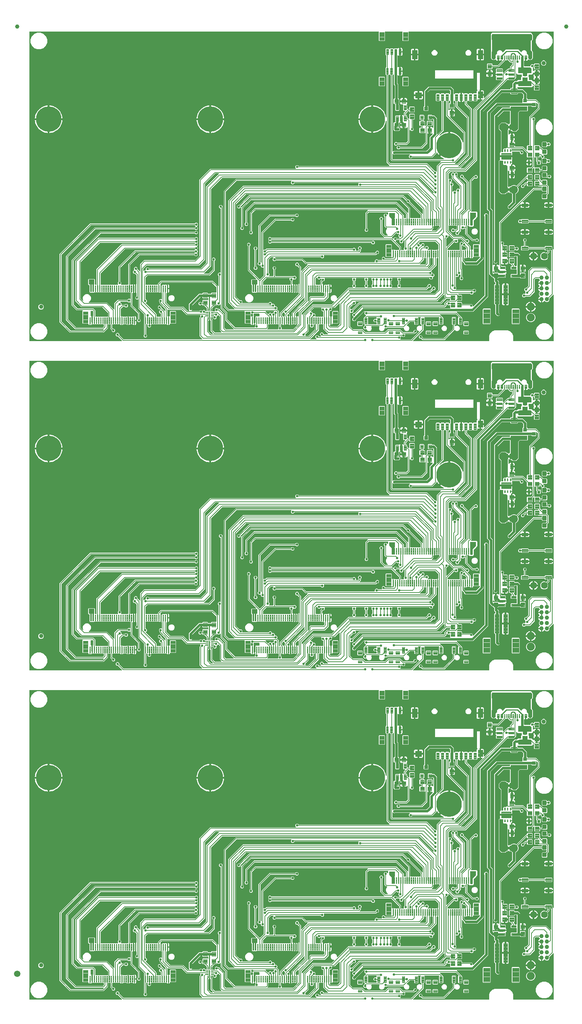
<source format=gtl>
G04 EAGLE Gerber RS-274X export*
G75*
%MOMM*%
%FSLAX34Y34*%
%LPD*%
%INTop Copper*%
%IPPOS*%
%AMOC8*
5,1,8,0,0,1.08239X$1,22.5*%
G01*
%ADD10C,0.102000*%
%ADD11C,0.096000*%
%ADD12C,6.000000*%
%ADD13C,0.100000*%
%ADD14C,0.099000*%
%ADD15C,0.300000*%
%ADD16C,0.654000*%
%ADD17C,1.000000*%
%ADD18C,0.099059*%
%ADD19C,1.600000*%
%ADD20C,0.101600*%
%ADD21C,1.879600*%
%ADD22C,0.100800*%
%ADD23C,0.104000*%
%ADD24C,0.105000*%
%ADD25C,0.098000*%
%ADD26C,0.102500*%
%ADD27C,1.500000*%
%ADD28C,0.558800*%
%ADD29C,0.254000*%
%ADD30C,0.203200*%
%ADD31C,0.558800*%
%ADD32C,0.604000*%
%ADD33C,0.177800*%

G36*
X220911Y2799D02*
X220911Y2799D01*
X220941Y2796D01*
X221052Y2819D01*
X221164Y2835D01*
X221191Y2847D01*
X221219Y2852D01*
X221320Y2904D01*
X221423Y2951D01*
X221446Y2970D01*
X221472Y2983D01*
X221554Y3061D01*
X221640Y3134D01*
X221656Y3159D01*
X221678Y3179D01*
X221735Y3277D01*
X221798Y3371D01*
X221807Y3399D01*
X221821Y3424D01*
X221849Y3534D01*
X221884Y3642D01*
X221884Y3672D01*
X221892Y3700D01*
X221888Y3813D01*
X221891Y3926D01*
X221883Y3955D01*
X221883Y3984D01*
X221848Y4092D01*
X221819Y4201D01*
X221804Y4227D01*
X221795Y4255D01*
X221750Y4318D01*
X221674Y4446D01*
X221628Y4489D01*
X221600Y4528D01*
X212456Y13672D01*
X212386Y13724D01*
X212322Y13784D01*
X212273Y13810D01*
X212229Y13843D01*
X212147Y13874D01*
X212069Y13914D01*
X212022Y13922D01*
X211963Y13944D01*
X211816Y13956D01*
X211738Y13969D01*
X209644Y13969D01*
X207263Y16350D01*
X207263Y19718D01*
X209644Y22099D01*
X213012Y22099D01*
X215393Y19718D01*
X215393Y17624D01*
X215405Y17537D01*
X215408Y17450D01*
X215425Y17397D01*
X215433Y17342D01*
X215468Y17262D01*
X215495Y17179D01*
X215523Y17140D01*
X215549Y17083D01*
X215645Y16970D01*
X215690Y16906D01*
X225298Y7298D01*
X225368Y7246D01*
X225432Y7186D01*
X225481Y7160D01*
X225525Y7127D01*
X225607Y7096D01*
X225685Y7056D01*
X225732Y7048D01*
X225791Y7026D01*
X225938Y7014D01*
X226016Y7001D01*
X410224Y7001D01*
X410254Y7005D01*
X410284Y7002D01*
X410394Y7025D01*
X410506Y7041D01*
X410533Y7053D01*
X410562Y7059D01*
X410662Y7111D01*
X410765Y7157D01*
X410788Y7176D01*
X410815Y7190D01*
X410896Y7268D01*
X410982Y7340D01*
X410999Y7365D01*
X411020Y7386D01*
X411077Y7483D01*
X411140Y7577D01*
X411149Y7606D01*
X411164Y7631D01*
X411192Y7741D01*
X411226Y7848D01*
X411226Y7878D01*
X411234Y7907D01*
X411230Y8020D01*
X411233Y8132D01*
X411225Y8161D01*
X411224Y8191D01*
X411189Y8299D01*
X411161Y8407D01*
X411146Y8433D01*
X411137Y8462D01*
X411091Y8526D01*
X411016Y8652D01*
X410970Y8695D01*
X410941Y8735D01*
X410927Y8749D01*
X405383Y14293D01*
X405383Y58859D01*
X406864Y60340D01*
X406916Y60410D01*
X406976Y60474D01*
X407002Y60523D01*
X407035Y60567D01*
X407066Y60649D01*
X407106Y60727D01*
X407114Y60774D01*
X407136Y60833D01*
X407148Y60980D01*
X407161Y61058D01*
X407161Y63346D01*
X407153Y63404D01*
X407155Y63462D01*
X407133Y63544D01*
X407121Y63628D01*
X407098Y63681D01*
X407083Y63737D01*
X407040Y63810D01*
X407005Y63887D01*
X406967Y63932D01*
X406938Y63982D01*
X406876Y64040D01*
X406822Y64104D01*
X406773Y64136D01*
X406730Y64176D01*
X406655Y64215D01*
X406585Y64262D01*
X406529Y64279D01*
X406477Y64306D01*
X406409Y64317D01*
X406314Y64347D01*
X406214Y64350D01*
X406146Y64361D01*
X374873Y64361D01*
X373236Y65998D01*
X363078Y76156D01*
X363008Y76208D01*
X362944Y76268D01*
X362895Y76294D01*
X362851Y76327D01*
X362769Y76358D01*
X362691Y76398D01*
X362644Y76406D01*
X362585Y76428D01*
X362438Y76440D01*
X362360Y76453D01*
X331285Y76453D01*
X330280Y77458D01*
X330256Y77476D01*
X330237Y77498D01*
X330143Y77561D01*
X330053Y77629D01*
X330025Y77640D01*
X330001Y77656D01*
X329893Y77690D01*
X329787Y77730D01*
X329758Y77733D01*
X329730Y77742D01*
X329616Y77745D01*
X329504Y77754D01*
X329475Y77748D01*
X329446Y77749D01*
X329336Y77720D01*
X329225Y77698D01*
X329199Y77684D01*
X329171Y77677D01*
X329073Y77619D01*
X328973Y77567D01*
X328951Y77547D01*
X328926Y77532D01*
X328849Y77449D01*
X328767Y77371D01*
X328752Y77346D01*
X328732Y77325D01*
X328680Y77224D01*
X328623Y77126D01*
X328616Y77098D01*
X328602Y77071D01*
X328589Y76994D01*
X328553Y76850D01*
X328555Y76788D01*
X328547Y76740D01*
X328547Y62650D01*
X328554Y62601D01*
X328551Y62552D01*
X328573Y62461D01*
X328587Y62368D01*
X328606Y62324D01*
X328618Y62276D01*
X328664Y62194D01*
X328703Y62109D01*
X328734Y62072D01*
X328759Y62029D01*
X328826Y61963D01*
X328886Y61892D01*
X328927Y61865D01*
X328962Y61831D01*
X329045Y61786D01*
X329123Y61734D01*
X329170Y61719D01*
X329213Y61696D01*
X329305Y61677D01*
X329394Y61648D01*
X329443Y61647D01*
X329491Y61637D01*
X329565Y61644D01*
X329678Y61641D01*
X329762Y61663D01*
X329825Y61669D01*
X329869Y61681D01*
X330245Y61681D01*
X330245Y51390D01*
X330245Y41099D01*
X329868Y41099D01*
X329092Y41307D01*
X328397Y41709D01*
X328034Y42072D01*
X327964Y42124D01*
X327900Y42184D01*
X327851Y42210D01*
X327807Y42243D01*
X327725Y42274D01*
X327647Y42314D01*
X327599Y42322D01*
X327541Y42344D01*
X327393Y42356D01*
X327316Y42369D01*
X324532Y42369D01*
X324478Y42424D01*
X324431Y42459D01*
X324391Y42501D01*
X324318Y42544D01*
X324251Y42595D01*
X324196Y42616D01*
X324146Y42645D01*
X324064Y42666D01*
X323985Y42696D01*
X323927Y42701D01*
X323870Y42715D01*
X323786Y42712D01*
X323702Y42719D01*
X323644Y42708D01*
X323586Y42706D01*
X323506Y42680D01*
X323423Y42664D01*
X323371Y42637D01*
X323315Y42619D01*
X323259Y42579D01*
X323171Y42533D01*
X323098Y42464D01*
X323042Y42424D01*
X322988Y42369D01*
X319532Y42369D01*
X319478Y42424D01*
X319431Y42459D01*
X319391Y42501D01*
X319318Y42544D01*
X319251Y42595D01*
X319196Y42616D01*
X319146Y42645D01*
X319064Y42666D01*
X318985Y42696D01*
X318927Y42701D01*
X318870Y42715D01*
X318786Y42712D01*
X318702Y42719D01*
X318644Y42708D01*
X318586Y42706D01*
X318506Y42680D01*
X318423Y42664D01*
X318371Y42637D01*
X318315Y42619D01*
X318259Y42579D01*
X318171Y42533D01*
X318098Y42464D01*
X318042Y42424D01*
X317988Y42369D01*
X314532Y42369D01*
X314478Y42424D01*
X314431Y42459D01*
X314391Y42501D01*
X314318Y42544D01*
X314251Y42595D01*
X314196Y42616D01*
X314146Y42645D01*
X314064Y42666D01*
X313985Y42696D01*
X313927Y42701D01*
X313870Y42715D01*
X313786Y42712D01*
X313702Y42719D01*
X313644Y42708D01*
X313586Y42706D01*
X313506Y42680D01*
X313423Y42664D01*
X313371Y42637D01*
X313315Y42619D01*
X313259Y42579D01*
X313171Y42533D01*
X313098Y42464D01*
X313042Y42424D01*
X312988Y42369D01*
X309532Y42369D01*
X309478Y42424D01*
X309431Y42459D01*
X309391Y42501D01*
X309318Y42544D01*
X309251Y42595D01*
X309196Y42616D01*
X309146Y42645D01*
X309064Y42666D01*
X308985Y42696D01*
X308927Y42701D01*
X308870Y42715D01*
X308786Y42712D01*
X308702Y42719D01*
X308644Y42708D01*
X308586Y42706D01*
X308506Y42680D01*
X308423Y42664D01*
X308371Y42637D01*
X308315Y42619D01*
X308259Y42579D01*
X308171Y42533D01*
X308098Y42464D01*
X308042Y42424D01*
X307988Y42369D01*
X304532Y42369D01*
X304478Y42424D01*
X304431Y42459D01*
X304391Y42501D01*
X304318Y42544D01*
X304251Y42595D01*
X304196Y42616D01*
X304146Y42645D01*
X304064Y42666D01*
X303985Y42696D01*
X303927Y42701D01*
X303870Y42715D01*
X303786Y42712D01*
X303702Y42719D01*
X303644Y42708D01*
X303586Y42706D01*
X303506Y42680D01*
X303423Y42664D01*
X303371Y42637D01*
X303315Y42619D01*
X303259Y42579D01*
X303171Y42533D01*
X303098Y42464D01*
X303042Y42424D01*
X302988Y42369D01*
X299532Y42369D01*
X299478Y42424D01*
X299431Y42459D01*
X299391Y42501D01*
X299318Y42544D01*
X299251Y42595D01*
X299196Y42616D01*
X299146Y42645D01*
X299064Y42666D01*
X298985Y42696D01*
X298927Y42701D01*
X298870Y42715D01*
X298786Y42712D01*
X298702Y42719D01*
X298644Y42708D01*
X298586Y42706D01*
X298506Y42680D01*
X298423Y42664D01*
X298371Y42637D01*
X298315Y42619D01*
X298259Y42579D01*
X298171Y42533D01*
X298098Y42464D01*
X298042Y42424D01*
X297988Y42369D01*
X294532Y42369D01*
X294478Y42424D01*
X294431Y42459D01*
X294391Y42501D01*
X294318Y42544D01*
X294251Y42595D01*
X294196Y42616D01*
X294146Y42645D01*
X294064Y42666D01*
X293985Y42696D01*
X293927Y42701D01*
X293870Y42715D01*
X293786Y42712D01*
X293702Y42719D01*
X293644Y42708D01*
X293586Y42706D01*
X293506Y42680D01*
X293423Y42664D01*
X293371Y42637D01*
X293315Y42619D01*
X293259Y42579D01*
X293171Y42533D01*
X293098Y42464D01*
X293042Y42424D01*
X292988Y42369D01*
X291204Y42369D01*
X291175Y42365D01*
X291146Y42368D01*
X291035Y42345D01*
X290923Y42329D01*
X290896Y42317D01*
X290867Y42312D01*
X290766Y42259D01*
X290663Y42213D01*
X290641Y42194D01*
X290615Y42181D01*
X290533Y42103D01*
X290446Y42030D01*
X290430Y42005D01*
X290409Y41985D01*
X290351Y41887D01*
X290289Y41793D01*
X290280Y41765D01*
X290265Y41740D01*
X290237Y41630D01*
X290203Y41522D01*
X290202Y41493D01*
X290195Y41464D01*
X290198Y41351D01*
X290196Y41238D01*
X290203Y41209D01*
X290204Y41180D01*
X290239Y41072D01*
X290267Y40963D01*
X290282Y40937D01*
X290291Y40909D01*
X290323Y40865D01*
X290323Y37432D01*
X287942Y35051D01*
X284574Y35051D01*
X282193Y37432D01*
X282193Y40853D01*
X282201Y40863D01*
X282211Y40891D01*
X282227Y40915D01*
X282262Y41023D01*
X282302Y41129D01*
X282304Y41158D01*
X282313Y41186D01*
X282316Y41299D01*
X282325Y41412D01*
X282320Y41441D01*
X282320Y41470D01*
X282292Y41580D01*
X282270Y41691D01*
X282256Y41717D01*
X282249Y41745D01*
X282191Y41842D01*
X282139Y41943D01*
X282118Y41965D01*
X282103Y41990D01*
X282021Y42067D01*
X281943Y42149D01*
X281918Y42164D01*
X281896Y42184D01*
X281795Y42236D01*
X281698Y42293D01*
X281669Y42300D01*
X281643Y42314D01*
X281566Y42327D01*
X281422Y42363D01*
X281359Y42361D01*
X281312Y42369D01*
X279562Y42369D01*
X279504Y42361D01*
X279446Y42363D01*
X279364Y42341D01*
X279280Y42329D01*
X279227Y42306D01*
X279171Y42291D01*
X279098Y42248D01*
X279021Y42213D01*
X278976Y42175D01*
X278926Y42146D01*
X278868Y42084D01*
X278804Y42030D01*
X278772Y41981D01*
X278732Y41938D01*
X278693Y41863D01*
X278646Y41793D01*
X278629Y41737D01*
X278602Y41685D01*
X278591Y41617D01*
X278561Y41522D01*
X278558Y41422D01*
X278547Y41354D01*
X278547Y19722D01*
X278559Y19636D01*
X278562Y19548D01*
X278579Y19496D01*
X278587Y19441D01*
X278622Y19361D01*
X278649Y19278D01*
X278677Y19238D01*
X278703Y19181D01*
X278799Y19068D01*
X278844Y19004D01*
X280925Y16924D01*
X280925Y13556D01*
X278544Y11175D01*
X275176Y11175D01*
X272795Y13556D01*
X272795Y16924D01*
X273676Y17804D01*
X273728Y17874D01*
X273788Y17938D01*
X273814Y17987D01*
X273847Y18032D01*
X273878Y18113D01*
X273918Y18191D01*
X273926Y18239D01*
X273948Y18297D01*
X273960Y18445D01*
X273973Y18522D01*
X273973Y42508D01*
X273961Y42595D01*
X273958Y42682D01*
X273941Y42735D01*
X273933Y42789D01*
X273898Y42869D01*
X273871Y42952D01*
X273843Y42992D01*
X273817Y43049D01*
X273721Y43162D01*
X273676Y43226D01*
X273489Y43412D01*
X273489Y59368D01*
X273676Y59554D01*
X273728Y59624D01*
X273788Y59688D01*
X273814Y59737D01*
X273847Y59781D01*
X273878Y59863D01*
X273918Y59941D01*
X273926Y59988D01*
X273948Y60047D01*
X273960Y60195D01*
X273973Y60272D01*
X273973Y65272D01*
X273961Y65359D01*
X273958Y65446D01*
X273941Y65499D01*
X273933Y65554D01*
X273898Y65634D01*
X273871Y65717D01*
X273843Y65756D01*
X273817Y65813D01*
X273721Y65926D01*
X273676Y65990D01*
X260095Y79571D01*
X260095Y100076D01*
X260087Y100134D01*
X260089Y100192D01*
X260067Y100274D01*
X260055Y100358D01*
X260032Y100411D01*
X260017Y100467D01*
X259974Y100540D01*
X259939Y100617D01*
X259901Y100662D01*
X259872Y100712D01*
X259810Y100770D01*
X259756Y100834D01*
X259707Y100866D01*
X259664Y100906D01*
X259589Y100945D01*
X259519Y100992D01*
X259463Y101009D01*
X259411Y101036D01*
X259343Y101047D01*
X259248Y101077D01*
X259148Y101080D01*
X259080Y101091D01*
X255618Y101091D01*
X253237Y103472D01*
X253237Y106840D01*
X255745Y109347D01*
X255811Y109377D01*
X255856Y109415D01*
X255906Y109444D01*
X255964Y109506D01*
X256028Y109560D01*
X256060Y109609D01*
X256100Y109652D01*
X256139Y109727D01*
X256186Y109797D01*
X256203Y109853D01*
X256230Y109905D01*
X256241Y109973D01*
X256271Y110068D01*
X256274Y110168D01*
X256285Y110236D01*
X256285Y115584D01*
X256277Y115642D01*
X256279Y115700D01*
X256257Y115782D01*
X256245Y115866D01*
X256222Y115919D01*
X256207Y115975D01*
X256164Y116048D01*
X256129Y116125D01*
X256091Y116170D01*
X256062Y116220D01*
X256000Y116278D01*
X255946Y116342D01*
X255897Y116374D01*
X255854Y116414D01*
X255779Y116453D01*
X255709Y116500D01*
X255653Y116517D01*
X255601Y116544D01*
X255533Y116555D01*
X255438Y116585D01*
X255338Y116588D01*
X255270Y116599D01*
X254775Y116599D01*
X254775Y118906D01*
X254773Y118925D01*
X254775Y118943D01*
X254753Y119065D01*
X254736Y119188D01*
X254728Y119205D01*
X254725Y119223D01*
X254670Y119334D01*
X254619Y119447D01*
X254607Y119461D01*
X254599Y119478D01*
X254516Y119570D01*
X254436Y119664D01*
X254420Y119674D01*
X254408Y119688D01*
X254302Y119753D01*
X254199Y119822D01*
X254182Y119827D01*
X254166Y119837D01*
X254046Y119870D01*
X253928Y119908D01*
X253910Y119908D01*
X253892Y119913D01*
X253768Y119912D01*
X253644Y119915D01*
X253626Y119910D01*
X253608Y119910D01*
X253489Y119874D01*
X253369Y119843D01*
X253353Y119834D01*
X253335Y119828D01*
X253231Y119761D01*
X253124Y119698D01*
X253112Y119684D01*
X253096Y119675D01*
X253015Y119581D01*
X252930Y119491D01*
X252921Y119474D01*
X252909Y119460D01*
X252880Y119394D01*
X252800Y119237D01*
X252800Y119236D01*
X252793Y119193D01*
X252775Y119153D01*
X252775Y119151D01*
X252757Y118977D01*
X252745Y118905D01*
X252745Y116599D01*
X252368Y116599D01*
X251523Y116826D01*
X251426Y116838D01*
X251331Y116858D01*
X251291Y116854D01*
X251241Y116860D01*
X251071Y116833D01*
X250997Y116826D01*
X250152Y116599D01*
X249775Y116599D01*
X249775Y118905D01*
X249751Y119079D01*
X249745Y119151D01*
X249745Y119153D01*
X249738Y119169D01*
X249736Y119187D01*
X249735Y119187D01*
X249735Y119188D01*
X249685Y119301D01*
X249638Y119416D01*
X249627Y119431D01*
X249619Y119447D01*
X249539Y119542D01*
X249462Y119640D01*
X249447Y119650D01*
X249435Y119664D01*
X249332Y119733D01*
X249231Y119806D01*
X249214Y119812D01*
X249199Y119822D01*
X249080Y119859D01*
X248964Y119901D01*
X248945Y119902D01*
X248928Y119908D01*
X248804Y119911D01*
X248680Y119919D01*
X248662Y119915D01*
X248643Y119915D01*
X248523Y119884D01*
X248402Y119857D01*
X248386Y119848D01*
X248368Y119843D01*
X248262Y119780D01*
X248153Y119720D01*
X248140Y119707D01*
X248124Y119698D01*
X248039Y119608D01*
X247951Y119520D01*
X247942Y119504D01*
X247929Y119491D01*
X247873Y119380D01*
X247813Y119272D01*
X247808Y119254D01*
X247800Y119238D01*
X247788Y119166D01*
X247748Y118995D01*
X247752Y118950D01*
X247745Y118907D01*
X247745Y116599D01*
X247369Y116599D01*
X247325Y116611D01*
X247276Y116617D01*
X247230Y116632D01*
X247136Y116634D01*
X247043Y116645D01*
X246995Y116638D01*
X246946Y116639D01*
X246855Y116615D01*
X246762Y116600D01*
X246718Y116579D01*
X246671Y116567D01*
X246590Y116519D01*
X246505Y116479D01*
X246468Y116447D01*
X246426Y116422D01*
X246362Y116353D01*
X246291Y116291D01*
X246265Y116250D01*
X246232Y116215D01*
X246189Y116131D01*
X246138Y116052D01*
X246124Y116005D01*
X246102Y115961D01*
X246090Y115888D01*
X246058Y115779D01*
X246057Y115692D01*
X246047Y115630D01*
X246047Y87808D01*
X246059Y87721D01*
X246062Y87634D01*
X246079Y87581D01*
X246087Y87526D01*
X246122Y87446D01*
X246149Y87363D01*
X246177Y87324D01*
X246203Y87267D01*
X246299Y87154D01*
X246344Y87090D01*
X262270Y71164D01*
X263907Y69527D01*
X263907Y55444D01*
X263919Y55358D01*
X263922Y55270D01*
X263939Y55218D01*
X263947Y55163D01*
X263982Y55083D01*
X264009Y55000D01*
X264037Y54960D01*
X264063Y54903D01*
X264159Y54790D01*
X264204Y54726D01*
X265685Y53246D01*
X265685Y49878D01*
X263304Y47497D01*
X259936Y47497D01*
X257555Y49878D01*
X257555Y53246D01*
X259036Y54726D01*
X259088Y54796D01*
X259148Y54860D01*
X259174Y54909D01*
X259207Y54954D01*
X259238Y55035D01*
X259278Y55113D01*
X259286Y55161D01*
X259308Y55219D01*
X259320Y55367D01*
X259333Y55444D01*
X259333Y67212D01*
X259321Y67299D01*
X259318Y67386D01*
X259301Y67439D01*
X259293Y67494D01*
X259258Y67574D01*
X259231Y67657D01*
X259203Y67696D01*
X259177Y67753D01*
X259081Y67866D01*
X259036Y67930D01*
X241473Y85493D01*
X241473Y93218D01*
X241467Y93266D01*
X241467Y93268D01*
X241466Y93272D01*
X241465Y93276D01*
X241467Y93334D01*
X241445Y93416D01*
X241433Y93500D01*
X241410Y93553D01*
X241395Y93609D01*
X241352Y93682D01*
X241317Y93759D01*
X241279Y93804D01*
X241250Y93854D01*
X241188Y93912D01*
X241134Y93976D01*
X241085Y94008D01*
X241042Y94048D01*
X240967Y94087D01*
X240897Y94134D01*
X240841Y94151D01*
X240789Y94178D01*
X240721Y94189D01*
X240626Y94219D01*
X240526Y94222D01*
X240458Y94233D01*
X236822Y94233D01*
X235342Y95714D01*
X235272Y95766D01*
X235208Y95826D01*
X235159Y95852D01*
X235115Y95885D01*
X235033Y95916D01*
X234955Y95956D01*
X234907Y95964D01*
X234849Y95986D01*
X234701Y95998D01*
X234624Y96011D01*
X218766Y96011D01*
X218737Y96007D01*
X218708Y96010D01*
X218597Y95987D01*
X218485Y95971D01*
X218458Y95959D01*
X218429Y95954D01*
X218328Y95901D01*
X218225Y95855D01*
X218203Y95836D01*
X218177Y95823D01*
X218095Y95745D01*
X218008Y95672D01*
X217992Y95647D01*
X217971Y95627D01*
X217913Y95529D01*
X217851Y95435D01*
X217842Y95407D01*
X217827Y95382D01*
X217799Y95272D01*
X217765Y95164D01*
X217764Y95134D01*
X217757Y95106D01*
X217760Y94993D01*
X217758Y94880D01*
X217765Y94851D01*
X217766Y94822D01*
X217801Y94714D01*
X217829Y94605D01*
X217844Y94579D01*
X217853Y94551D01*
X217899Y94488D01*
X217975Y94360D01*
X218020Y94317D01*
X218048Y94278D01*
X220219Y92108D01*
X220219Y89252D01*
X220223Y89223D01*
X220220Y89193D01*
X220243Y89082D01*
X220259Y88970D01*
X220271Y88943D01*
X220276Y88915D01*
X220328Y88814D01*
X220375Y88711D01*
X220394Y88688D01*
X220407Y88662D01*
X220485Y88580D01*
X220558Y88494D01*
X220583Y88478D01*
X220603Y88456D01*
X220701Y88399D01*
X220795Y88336D01*
X220823Y88327D01*
X220848Y88312D01*
X220958Y88285D01*
X221066Y88250D01*
X221095Y88250D01*
X221124Y88242D01*
X221237Y88246D01*
X221350Y88243D01*
X221379Y88251D01*
X221408Y88251D01*
X221516Y88286D01*
X221625Y88315D01*
X221651Y88330D01*
X221679Y88339D01*
X221743Y88385D01*
X221870Y88460D01*
X221913Y88506D01*
X221952Y88534D01*
X222065Y88647D01*
X227512Y88647D01*
X227598Y88659D01*
X227686Y88662D01*
X227738Y88679D01*
X227793Y88687D01*
X227873Y88722D01*
X227956Y88749D01*
X227996Y88777D01*
X228053Y88803D01*
X228166Y88899D01*
X228230Y88944D01*
X229710Y90425D01*
X233078Y90425D01*
X235459Y88044D01*
X235459Y84676D01*
X233078Y82295D01*
X229710Y82295D01*
X228230Y83776D01*
X228160Y83828D01*
X228096Y83888D01*
X228047Y83914D01*
X228002Y83947D01*
X227921Y83978D01*
X227843Y84018D01*
X227795Y84026D01*
X227737Y84048D01*
X227589Y84060D01*
X227512Y84073D01*
X224380Y84073D01*
X224293Y84061D01*
X224206Y84058D01*
X224153Y84041D01*
X224098Y84033D01*
X224018Y83998D01*
X223935Y83971D01*
X223896Y83943D01*
X223839Y83917D01*
X223726Y83821D01*
X223662Y83776D01*
X218844Y78958D01*
X218792Y78888D01*
X218732Y78824D01*
X218706Y78775D01*
X218673Y78731D01*
X218642Y78649D01*
X218602Y78571D01*
X218594Y78524D01*
X218572Y78465D01*
X218560Y78318D01*
X218547Y78240D01*
X218547Y62650D01*
X218554Y62601D01*
X218551Y62553D01*
X218573Y62461D01*
X218587Y62368D01*
X218606Y62324D01*
X218618Y62276D01*
X218664Y62194D01*
X218703Y62109D01*
X218734Y62072D01*
X218758Y62029D01*
X218826Y61964D01*
X218886Y61892D01*
X218927Y61865D01*
X218962Y61831D01*
X219045Y61786D01*
X219123Y61734D01*
X219170Y61719D01*
X219213Y61696D01*
X219305Y61677D01*
X219394Y61648D01*
X219443Y61647D01*
X219491Y61637D01*
X219565Y61644D01*
X219678Y61641D01*
X219762Y61663D01*
X219825Y61669D01*
X219868Y61681D01*
X220245Y61681D01*
X220245Y51390D01*
X220245Y41099D01*
X219868Y41099D01*
X219092Y41307D01*
X218397Y41709D01*
X218034Y42072D01*
X217964Y42124D01*
X217900Y42184D01*
X217851Y42210D01*
X217806Y42243D01*
X217725Y42274D01*
X217647Y42314D01*
X217599Y42322D01*
X217541Y42344D01*
X217393Y42356D01*
X217316Y42369D01*
X214532Y42369D01*
X214478Y42424D01*
X214431Y42459D01*
X214391Y42501D01*
X214318Y42544D01*
X214251Y42595D01*
X214196Y42616D01*
X214146Y42645D01*
X214064Y42666D01*
X213985Y42696D01*
X213927Y42701D01*
X213870Y42715D01*
X213786Y42712D01*
X213702Y42719D01*
X213644Y42708D01*
X213586Y42706D01*
X213506Y42680D01*
X213423Y42664D01*
X213371Y42637D01*
X213315Y42619D01*
X213259Y42579D01*
X213171Y42533D01*
X213098Y42464D01*
X213042Y42424D01*
X212988Y42369D01*
X209532Y42369D01*
X209478Y42424D01*
X209431Y42459D01*
X209391Y42501D01*
X209318Y42544D01*
X209251Y42595D01*
X209196Y42616D01*
X209146Y42645D01*
X209064Y42666D01*
X208985Y42696D01*
X208927Y42701D01*
X208870Y42715D01*
X208786Y42712D01*
X208702Y42719D01*
X208644Y42708D01*
X208586Y42706D01*
X208506Y42680D01*
X208423Y42664D01*
X208371Y42637D01*
X208315Y42619D01*
X208259Y42579D01*
X208171Y42533D01*
X208098Y42464D01*
X208042Y42424D01*
X207988Y42369D01*
X204532Y42369D01*
X204478Y42424D01*
X204431Y42459D01*
X204391Y42501D01*
X204318Y42544D01*
X204251Y42595D01*
X204196Y42616D01*
X204146Y42645D01*
X204064Y42666D01*
X203985Y42696D01*
X203927Y42701D01*
X203870Y42715D01*
X203786Y42712D01*
X203702Y42719D01*
X203644Y42708D01*
X203586Y42706D01*
X203506Y42680D01*
X203423Y42664D01*
X203371Y42637D01*
X203315Y42619D01*
X203259Y42579D01*
X203171Y42533D01*
X203098Y42464D01*
X203042Y42424D01*
X202988Y42369D01*
X199562Y42369D01*
X199504Y42361D01*
X199446Y42363D01*
X199364Y42341D01*
X199280Y42329D01*
X199227Y42306D01*
X199171Y42291D01*
X199098Y42248D01*
X199021Y42213D01*
X198976Y42175D01*
X198926Y42146D01*
X198868Y42084D01*
X198804Y42030D01*
X198772Y41981D01*
X198732Y41938D01*
X198693Y41863D01*
X198646Y41793D01*
X198629Y41737D01*
X198602Y41685D01*
X198591Y41617D01*
X198561Y41522D01*
X198558Y41422D01*
X198547Y41354D01*
X198547Y34470D01*
X198559Y34383D01*
X198562Y34296D01*
X198579Y34243D01*
X198587Y34188D01*
X198622Y34108D01*
X198649Y34025D01*
X198677Y33986D01*
X198703Y33929D01*
X198799Y33816D01*
X198844Y33752D01*
X200294Y32302D01*
X200364Y32250D01*
X200428Y32190D01*
X200477Y32164D01*
X200521Y32131D01*
X200603Y32100D01*
X200681Y32060D01*
X200728Y32052D01*
X200787Y32030D01*
X200934Y32018D01*
X201012Y32005D01*
X203106Y32005D01*
X205487Y29624D01*
X205487Y26256D01*
X203106Y23875D01*
X199738Y23875D01*
X197357Y26256D01*
X197357Y28350D01*
X197345Y28437D01*
X197342Y28524D01*
X197325Y28577D01*
X197317Y28632D01*
X197282Y28712D01*
X197255Y28795D01*
X197227Y28834D01*
X197201Y28891D01*
X197105Y29004D01*
X197060Y29068D01*
X193973Y32155D01*
X193973Y41354D01*
X193965Y41412D01*
X193967Y41470D01*
X193945Y41552D01*
X193933Y41636D01*
X193910Y41689D01*
X193895Y41745D01*
X193852Y41818D01*
X193817Y41895D01*
X193779Y41940D01*
X193750Y41990D01*
X193688Y42048D01*
X193634Y42112D01*
X193585Y42144D01*
X193542Y42184D01*
X193467Y42223D01*
X193397Y42270D01*
X193341Y42287D01*
X193289Y42314D01*
X193221Y42325D01*
X193126Y42355D01*
X193026Y42358D01*
X192958Y42369D01*
X189562Y42369D01*
X189504Y42361D01*
X189446Y42363D01*
X189364Y42341D01*
X189280Y42329D01*
X189227Y42306D01*
X189171Y42291D01*
X189098Y42248D01*
X189021Y42213D01*
X188976Y42175D01*
X188926Y42146D01*
X188868Y42084D01*
X188804Y42030D01*
X188772Y41981D01*
X188732Y41938D01*
X188693Y41863D01*
X188646Y41793D01*
X188629Y41737D01*
X188602Y41685D01*
X188591Y41617D01*
X188561Y41522D01*
X188558Y41422D01*
X188547Y41354D01*
X188547Y32913D01*
X178493Y22859D01*
X98759Y22859D01*
X74167Y47451D01*
X74167Y208327D01*
X146511Y280671D01*
X393247Y280671D01*
X393333Y280683D01*
X393421Y280686D01*
X393473Y280703D01*
X393528Y280711D01*
X393608Y280746D01*
X393691Y280773D01*
X393731Y280801D01*
X393788Y280827D01*
X393901Y280923D01*
X393965Y280968D01*
X395445Y282449D01*
X398813Y282449D01*
X401194Y280068D01*
X401194Y276700D01*
X399023Y274530D01*
X398988Y274483D01*
X398946Y274443D01*
X398903Y274370D01*
X398852Y274303D01*
X398832Y274248D01*
X398802Y274198D01*
X398781Y274116D01*
X398751Y274037D01*
X398746Y273979D01*
X398732Y273922D01*
X398735Y273838D01*
X398728Y273754D01*
X398739Y273696D01*
X398741Y273638D01*
X398767Y273558D01*
X398783Y273475D01*
X398810Y273423D01*
X398828Y273367D01*
X398869Y273311D01*
X398914Y273223D01*
X398983Y273150D01*
X399023Y273094D01*
X401194Y270924D01*
X401194Y267556D01*
X398813Y265175D01*
X395445Y265175D01*
X393965Y266656D01*
X393895Y266708D01*
X393831Y266768D01*
X393782Y266794D01*
X393737Y266827D01*
X393656Y266858D01*
X393578Y266898D01*
X393530Y266906D01*
X393472Y266928D01*
X393324Y266940D01*
X393247Y266953D01*
X159610Y266953D01*
X159523Y266941D01*
X159436Y266938D01*
X159383Y266921D01*
X159328Y266913D01*
X159248Y266878D01*
X159165Y266851D01*
X159126Y266823D01*
X159069Y266797D01*
X158956Y266701D01*
X158892Y266656D01*
X94278Y202042D01*
X94226Y201972D01*
X94166Y201908D01*
X94140Y201859D01*
X94107Y201815D01*
X94076Y201733D01*
X94036Y201655D01*
X94028Y201608D01*
X94006Y201549D01*
X93994Y201402D01*
X93981Y201324D01*
X93981Y55216D01*
X93993Y55129D01*
X93996Y55042D01*
X94013Y54989D01*
X94021Y54934D01*
X94056Y54854D01*
X94083Y54771D01*
X94111Y54732D01*
X94137Y54675D01*
X94233Y54562D01*
X94278Y54498D01*
X113172Y35604D01*
X113242Y35552D01*
X113306Y35492D01*
X113355Y35466D01*
X113399Y35433D01*
X113481Y35402D01*
X113559Y35362D01*
X113606Y35354D01*
X113665Y35332D01*
X113812Y35320D01*
X113890Y35307D01*
X176432Y35307D01*
X176519Y35319D01*
X176606Y35322D01*
X176659Y35339D01*
X176714Y35347D01*
X176794Y35382D01*
X176877Y35409D01*
X176916Y35437D01*
X176973Y35463D01*
X177086Y35559D01*
X177150Y35604D01*
X178676Y37130D01*
X178728Y37200D01*
X178788Y37264D01*
X178814Y37313D01*
X178847Y37357D01*
X178878Y37439D01*
X178918Y37517D01*
X178926Y37564D01*
X178948Y37623D01*
X178960Y37770D01*
X178973Y37848D01*
X178973Y41354D01*
X178965Y41412D01*
X178967Y41470D01*
X178945Y41552D01*
X178933Y41636D01*
X178910Y41689D01*
X178895Y41745D01*
X178852Y41818D01*
X178817Y41895D01*
X178779Y41940D01*
X178750Y41990D01*
X178688Y42048D01*
X178634Y42112D01*
X178585Y42144D01*
X178542Y42184D01*
X178467Y42223D01*
X178397Y42270D01*
X178341Y42287D01*
X178289Y42314D01*
X178221Y42325D01*
X178126Y42355D01*
X178026Y42358D01*
X177958Y42369D01*
X174532Y42369D01*
X174478Y42424D01*
X174431Y42459D01*
X174391Y42501D01*
X174318Y42544D01*
X174251Y42595D01*
X174196Y42616D01*
X174146Y42645D01*
X174064Y42666D01*
X173985Y42696D01*
X173927Y42701D01*
X173870Y42715D01*
X173786Y42712D01*
X173702Y42719D01*
X173644Y42708D01*
X173586Y42706D01*
X173506Y42680D01*
X173423Y42664D01*
X173371Y42637D01*
X173315Y42619D01*
X173259Y42579D01*
X173171Y42533D01*
X173098Y42464D01*
X173042Y42424D01*
X172988Y42369D01*
X169532Y42369D01*
X169478Y42424D01*
X169431Y42459D01*
X169391Y42501D01*
X169318Y42544D01*
X169251Y42595D01*
X169196Y42616D01*
X169146Y42645D01*
X169064Y42666D01*
X168985Y42696D01*
X168927Y42701D01*
X168870Y42715D01*
X168786Y42712D01*
X168702Y42719D01*
X168644Y42708D01*
X168586Y42706D01*
X168506Y42680D01*
X168423Y42664D01*
X168371Y42637D01*
X168315Y42619D01*
X168259Y42579D01*
X168171Y42533D01*
X168098Y42464D01*
X168042Y42424D01*
X167988Y42369D01*
X164532Y42369D01*
X164478Y42424D01*
X164431Y42459D01*
X164391Y42501D01*
X164318Y42544D01*
X164251Y42595D01*
X164196Y42616D01*
X164146Y42645D01*
X164064Y42666D01*
X163985Y42696D01*
X163927Y42701D01*
X163870Y42715D01*
X163786Y42712D01*
X163702Y42719D01*
X163644Y42708D01*
X163586Y42706D01*
X163506Y42680D01*
X163423Y42664D01*
X163371Y42637D01*
X163315Y42619D01*
X163259Y42579D01*
X163171Y42533D01*
X163098Y42464D01*
X163042Y42424D01*
X162988Y42369D01*
X159532Y42369D01*
X159478Y42424D01*
X159431Y42459D01*
X159391Y42501D01*
X159318Y42544D01*
X159251Y42595D01*
X159196Y42616D01*
X159146Y42645D01*
X159064Y42666D01*
X158985Y42696D01*
X158927Y42701D01*
X158870Y42715D01*
X158786Y42712D01*
X158702Y42719D01*
X158644Y42708D01*
X158586Y42706D01*
X158506Y42680D01*
X158423Y42664D01*
X158371Y42637D01*
X158315Y42619D01*
X158259Y42579D01*
X158171Y42533D01*
X158098Y42464D01*
X158042Y42424D01*
X157988Y42369D01*
X154532Y42369D01*
X154478Y42424D01*
X154431Y42459D01*
X154391Y42501D01*
X154318Y42544D01*
X154251Y42595D01*
X154196Y42616D01*
X154146Y42645D01*
X154064Y42666D01*
X153985Y42696D01*
X153927Y42701D01*
X153870Y42715D01*
X153786Y42712D01*
X153702Y42719D01*
X153644Y42708D01*
X153586Y42706D01*
X153506Y42680D01*
X153423Y42664D01*
X153371Y42637D01*
X153315Y42619D01*
X153259Y42579D01*
X153171Y42533D01*
X153098Y42464D01*
X153042Y42424D01*
X152988Y42369D01*
X150204Y42369D01*
X150118Y42357D01*
X150030Y42354D01*
X149978Y42337D01*
X149923Y42329D01*
X149843Y42294D01*
X149760Y42267D01*
X149720Y42239D01*
X149663Y42213D01*
X149550Y42117D01*
X149486Y42072D01*
X149123Y41709D01*
X148428Y41307D01*
X147652Y41099D01*
X147275Y41099D01*
X147275Y51390D01*
X147267Y51448D01*
X147269Y51506D01*
X147247Y51588D01*
X147236Y51671D01*
X147212Y51725D01*
X147197Y51781D01*
X147154Y51854D01*
X147119Y51931D01*
X147082Y51975D01*
X147052Y52025D01*
X146990Y52083D01*
X146936Y52148D01*
X146887Y52180D01*
X146844Y52220D01*
X146769Y52258D01*
X146699Y52305D01*
X146643Y52323D01*
X146591Y52349D01*
X146523Y52361D01*
X146428Y52391D01*
X146328Y52394D01*
X146260Y52405D01*
X146202Y52397D01*
X146144Y52398D01*
X146143Y52398D01*
X146062Y52377D01*
X145978Y52365D01*
X145925Y52341D01*
X145868Y52326D01*
X145796Y52283D01*
X145719Y52249D01*
X145674Y52211D01*
X145624Y52181D01*
X145566Y52120D01*
X145502Y52065D01*
X145470Y52017D01*
X145429Y51974D01*
X145391Y51899D01*
X145344Y51829D01*
X145327Y51773D01*
X145300Y51721D01*
X145289Y51653D01*
X145259Y51558D01*
X145256Y51458D01*
X145245Y51390D01*
X145245Y41099D01*
X144868Y41099D01*
X144092Y41307D01*
X143397Y41709D01*
X142829Y42277D01*
X142427Y42973D01*
X142322Y43367D01*
X142295Y43430D01*
X142278Y43495D01*
X142239Y43560D01*
X142210Y43628D01*
X142167Y43681D01*
X142132Y43740D01*
X142078Y43791D01*
X142031Y43849D01*
X141975Y43888D01*
X141925Y43934D01*
X141859Y43968D01*
X141797Y44011D01*
X141733Y44033D01*
X141672Y44064D01*
X141610Y44074D01*
X141528Y44102D01*
X141414Y44107D01*
X141341Y44119D01*
X129015Y44119D01*
X127989Y45145D01*
X127989Y73135D01*
X128558Y73704D01*
X128576Y73728D01*
X128598Y73747D01*
X128661Y73841D01*
X128729Y73931D01*
X128740Y73959D01*
X128756Y73983D01*
X128790Y74091D01*
X128830Y74197D01*
X128833Y74226D01*
X128842Y74254D01*
X128845Y74367D01*
X128854Y74480D01*
X128848Y74509D01*
X128849Y74538D01*
X128820Y74648D01*
X128798Y74759D01*
X128784Y74785D01*
X128777Y74813D01*
X128720Y74910D01*
X128667Y75011D01*
X128647Y75033D01*
X128632Y75058D01*
X128549Y75135D01*
X128471Y75217D01*
X128446Y75232D01*
X128425Y75252D01*
X128324Y75304D01*
X128226Y75361D01*
X128198Y75368D01*
X128171Y75382D01*
X128094Y75395D01*
X127950Y75431D01*
X127888Y75429D01*
X127840Y75437D01*
X114623Y75437D01*
X103123Y86937D01*
X103123Y194495D01*
X104760Y196132D01*
X168358Y259730D01*
X169995Y261367D01*
X393247Y261367D01*
X393333Y261379D01*
X393421Y261382D01*
X393473Y261399D01*
X393528Y261407D01*
X393608Y261442D01*
X393691Y261469D01*
X393731Y261497D01*
X393788Y261523D01*
X393901Y261619D01*
X393965Y261664D01*
X395445Y263145D01*
X398813Y263145D01*
X401194Y260764D01*
X401194Y257396D01*
X398813Y255015D01*
X395445Y255015D01*
X393965Y256496D01*
X393895Y256548D01*
X393831Y256608D01*
X393782Y256634D01*
X393737Y256667D01*
X393656Y256698D01*
X393578Y256738D01*
X393530Y256746D01*
X393472Y256768D01*
X393324Y256780D01*
X393247Y256793D01*
X172310Y256793D01*
X172223Y256781D01*
X172136Y256778D01*
X172083Y256761D01*
X172028Y256753D01*
X171948Y256718D01*
X171865Y256691D01*
X171826Y256663D01*
X171769Y256637D01*
X171656Y256541D01*
X171592Y256496D01*
X107994Y192898D01*
X107942Y192828D01*
X107882Y192764D01*
X107856Y192715D01*
X107823Y192671D01*
X107792Y192589D01*
X107752Y192511D01*
X107744Y192464D01*
X107722Y192405D01*
X107710Y192258D01*
X107697Y192180D01*
X107697Y89252D01*
X107709Y89165D01*
X107712Y89078D01*
X107729Y89025D01*
X107737Y88970D01*
X107772Y88890D01*
X107799Y88807D01*
X107827Y88768D01*
X107853Y88711D01*
X107949Y88598D01*
X107994Y88534D01*
X116220Y80308D01*
X116290Y80256D01*
X116354Y80196D01*
X116403Y80170D01*
X116447Y80137D01*
X116529Y80106D01*
X116607Y80066D01*
X116654Y80058D01*
X116713Y80036D01*
X116860Y80024D01*
X116938Y80011D01*
X154363Y80011D01*
X158547Y75827D01*
X158547Y61426D01*
X158555Y61368D01*
X158553Y61310D01*
X158575Y61228D01*
X158587Y61144D01*
X158610Y61091D01*
X158625Y61035D01*
X158668Y60962D01*
X158703Y60885D01*
X158741Y60840D01*
X158770Y60790D01*
X158832Y60732D01*
X158886Y60668D01*
X158935Y60636D01*
X158978Y60596D01*
X159053Y60557D01*
X159123Y60510D01*
X159179Y60493D01*
X159231Y60466D01*
X159299Y60455D01*
X159394Y60425D01*
X159494Y60422D01*
X159562Y60411D01*
X162988Y60411D01*
X163042Y60356D01*
X163089Y60321D01*
X163129Y60279D01*
X163202Y60236D01*
X163269Y60185D01*
X163324Y60165D01*
X163374Y60135D01*
X163456Y60114D01*
X163535Y60084D01*
X163593Y60079D01*
X163650Y60065D01*
X163734Y60068D01*
X163818Y60061D01*
X163876Y60072D01*
X163934Y60074D01*
X164014Y60100D01*
X164097Y60116D01*
X164149Y60143D01*
X164205Y60161D01*
X164261Y60201D01*
X164349Y60247D01*
X164422Y60316D01*
X164478Y60356D01*
X164532Y60411D01*
X167988Y60411D01*
X168042Y60356D01*
X168089Y60321D01*
X168129Y60279D01*
X168202Y60236D01*
X168269Y60185D01*
X168324Y60165D01*
X168374Y60135D01*
X168456Y60114D01*
X168535Y60084D01*
X168593Y60079D01*
X168650Y60065D01*
X168734Y60068D01*
X168818Y60061D01*
X168876Y60072D01*
X168934Y60074D01*
X169014Y60100D01*
X169097Y60116D01*
X169149Y60143D01*
X169205Y60161D01*
X169261Y60201D01*
X169349Y60247D01*
X169422Y60316D01*
X169478Y60356D01*
X169532Y60411D01*
X172988Y60411D01*
X173042Y60356D01*
X173089Y60321D01*
X173129Y60279D01*
X173202Y60236D01*
X173269Y60185D01*
X173324Y60165D01*
X173374Y60135D01*
X173456Y60114D01*
X173535Y60084D01*
X173593Y60079D01*
X173650Y60065D01*
X173734Y60068D01*
X173818Y60061D01*
X173876Y60072D01*
X173934Y60074D01*
X174014Y60100D01*
X174097Y60116D01*
X174149Y60143D01*
X174205Y60161D01*
X174261Y60201D01*
X174349Y60247D01*
X174422Y60316D01*
X174478Y60356D01*
X174532Y60411D01*
X177988Y60411D01*
X178042Y60356D01*
X178089Y60321D01*
X178129Y60279D01*
X178202Y60236D01*
X178269Y60185D01*
X178324Y60165D01*
X178374Y60135D01*
X178456Y60114D01*
X178535Y60084D01*
X178593Y60079D01*
X178650Y60065D01*
X178734Y60068D01*
X178818Y60061D01*
X178876Y60072D01*
X178934Y60074D01*
X179014Y60100D01*
X179097Y60116D01*
X179149Y60143D01*
X179205Y60161D01*
X179261Y60201D01*
X179349Y60247D01*
X179422Y60316D01*
X179478Y60356D01*
X179532Y60411D01*
X182988Y60411D01*
X183042Y60356D01*
X183089Y60321D01*
X183129Y60279D01*
X183202Y60236D01*
X183269Y60185D01*
X183324Y60165D01*
X183374Y60135D01*
X183456Y60114D01*
X183535Y60084D01*
X183593Y60079D01*
X183650Y60065D01*
X183734Y60068D01*
X183818Y60061D01*
X183876Y60072D01*
X183934Y60074D01*
X184014Y60100D01*
X184097Y60116D01*
X184149Y60143D01*
X184205Y60161D01*
X184261Y60201D01*
X184349Y60247D01*
X184422Y60316D01*
X184478Y60356D01*
X184532Y60411D01*
X187958Y60411D01*
X188016Y60419D01*
X188074Y60417D01*
X188156Y60439D01*
X188240Y60451D01*
X188293Y60474D01*
X188349Y60489D01*
X188422Y60532D01*
X188499Y60567D01*
X188544Y60605D01*
X188594Y60634D01*
X188652Y60696D01*
X188716Y60750D01*
X188748Y60799D01*
X188788Y60842D01*
X188827Y60917D01*
X188874Y60987D01*
X188891Y61043D01*
X188918Y61095D01*
X188929Y61163D01*
X188959Y61258D01*
X188962Y61358D01*
X188973Y61426D01*
X188973Y68992D01*
X188961Y69079D01*
X188958Y69166D01*
X188941Y69219D01*
X188933Y69274D01*
X188898Y69354D01*
X188871Y69437D01*
X188843Y69476D01*
X188817Y69533D01*
X188721Y69646D01*
X188676Y69710D01*
X175626Y82760D01*
X175556Y82812D01*
X175492Y82872D01*
X175443Y82898D01*
X175399Y82931D01*
X175317Y82962D01*
X175239Y83002D01*
X175192Y83010D01*
X175133Y83032D01*
X174986Y83044D01*
X174908Y83057D01*
X125799Y83057D01*
X111505Y97351D01*
X111505Y192717D01*
X165423Y246635D01*
X393247Y246635D01*
X393333Y246647D01*
X393421Y246650D01*
X393473Y246667D01*
X393528Y246675D01*
X393608Y246710D01*
X393691Y246737D01*
X393731Y246765D01*
X393788Y246791D01*
X393901Y246887D01*
X393965Y246932D01*
X395445Y248413D01*
X398813Y248413D01*
X401194Y246032D01*
X401194Y242664D01*
X400166Y241637D01*
X400131Y241590D01*
X400089Y241550D01*
X400046Y241477D01*
X399995Y241410D01*
X399975Y241355D01*
X399945Y241305D01*
X399924Y241223D01*
X399894Y241144D01*
X399889Y241086D01*
X399875Y241029D01*
X399878Y240945D01*
X399871Y240861D01*
X399882Y240803D01*
X399884Y240745D01*
X399910Y240665D01*
X399926Y240582D01*
X399953Y240530D01*
X399971Y240474D01*
X400011Y240418D01*
X400057Y240330D01*
X400126Y240257D01*
X400166Y240201D01*
X401194Y239174D01*
X401194Y235806D01*
X400166Y234779D01*
X400131Y234732D01*
X400089Y234692D01*
X400046Y234619D01*
X399995Y234552D01*
X399975Y234497D01*
X399945Y234447D01*
X399924Y234365D01*
X399894Y234286D01*
X399889Y234228D01*
X399875Y234171D01*
X399878Y234087D01*
X399871Y234003D01*
X399882Y233945D01*
X399884Y233887D01*
X399910Y233807D01*
X399926Y233724D01*
X399953Y233672D01*
X399971Y233616D01*
X400012Y233560D01*
X400057Y233472D01*
X400126Y233399D01*
X400166Y233343D01*
X401194Y232316D01*
X401194Y228948D01*
X399531Y227286D01*
X399496Y227239D01*
X399454Y227199D01*
X399411Y227126D01*
X399360Y227059D01*
X399340Y227004D01*
X399310Y226954D01*
X399289Y226872D01*
X399259Y226793D01*
X399254Y226735D01*
X399240Y226678D01*
X399243Y226594D01*
X399236Y226510D01*
X399247Y226452D01*
X399249Y226394D01*
X399275Y226314D01*
X399291Y226231D01*
X399318Y226179D01*
X399336Y226123D01*
X399377Y226067D01*
X399422Y225979D01*
X399491Y225906D01*
X399531Y225850D01*
X401194Y224188D01*
X401194Y220820D01*
X399595Y219221D01*
X399560Y219175D01*
X399517Y219134D01*
X399475Y219062D01*
X399424Y218994D01*
X399403Y218940D01*
X399374Y218889D01*
X399353Y218808D01*
X399323Y218729D01*
X399318Y218670D01*
X399303Y218614D01*
X399306Y218529D01*
X399299Y218445D01*
X399311Y218388D01*
X399312Y218329D01*
X399338Y218249D01*
X399355Y218167D01*
X399382Y218114D01*
X399400Y218059D01*
X399440Y218003D01*
X399486Y217914D01*
X399555Y217842D01*
X399595Y217786D01*
X400813Y216568D01*
X400813Y213200D01*
X399150Y211538D01*
X399115Y211491D01*
X399073Y211451D01*
X399030Y211378D01*
X398979Y211311D01*
X398959Y211256D01*
X398929Y211206D01*
X398908Y211124D01*
X398878Y211045D01*
X398873Y210987D01*
X398859Y210930D01*
X398862Y210846D01*
X398855Y210762D01*
X398866Y210704D01*
X398868Y210646D01*
X398894Y210566D01*
X398910Y210483D01*
X398937Y210431D01*
X398955Y210375D01*
X398996Y210319D01*
X399041Y210231D01*
X399110Y210158D01*
X399150Y210102D01*
X400305Y208948D01*
X400305Y205580D01*
X397924Y203199D01*
X394556Y203199D01*
X393076Y204680D01*
X393006Y204732D01*
X392942Y204792D01*
X392893Y204818D01*
X392848Y204851D01*
X392767Y204882D01*
X392689Y204922D01*
X392641Y204930D01*
X392583Y204952D01*
X392435Y204964D01*
X392358Y204977D01*
X263169Y204977D01*
X263083Y204965D01*
X262995Y204962D01*
X262943Y204945D01*
X262888Y204937D01*
X262808Y204902D01*
X262725Y204875D01*
X262686Y204847D01*
X262629Y204821D01*
X262515Y204725D01*
X262452Y204680D01*
X241344Y183572D01*
X241292Y183503D01*
X241232Y183439D01*
X241206Y183389D01*
X241173Y183345D01*
X241142Y183264D01*
X241102Y183186D01*
X241094Y183138D01*
X241072Y183080D01*
X241060Y182932D01*
X241047Y182855D01*
X241047Y136926D01*
X241055Y136868D01*
X241053Y136810D01*
X241075Y136728D01*
X241087Y136644D01*
X241110Y136591D01*
X241125Y136535D01*
X241168Y136462D01*
X241203Y136385D01*
X241241Y136340D01*
X241270Y136290D01*
X241332Y136232D01*
X241386Y136168D01*
X241435Y136136D01*
X241478Y136096D01*
X241553Y136057D01*
X241623Y136010D01*
X241679Y135993D01*
X241731Y135966D01*
X241799Y135955D01*
X241894Y135925D01*
X241994Y135922D01*
X242062Y135911D01*
X244816Y135911D01*
X244902Y135923D01*
X244990Y135926D01*
X245042Y135943D01*
X245097Y135951D01*
X245177Y135986D01*
X245260Y136013D01*
X245300Y136041D01*
X245357Y136067D01*
X245470Y136163D01*
X245534Y136208D01*
X245897Y136571D01*
X246592Y136973D01*
X247368Y137181D01*
X247745Y137181D01*
X247745Y134873D01*
X247747Y134855D01*
X247745Y134837D01*
X247767Y134715D01*
X247784Y134592D01*
X247792Y134575D01*
X247795Y134557D01*
X247850Y134446D01*
X247901Y134333D01*
X247913Y134319D01*
X247921Y134302D01*
X248004Y134210D01*
X248084Y134116D01*
X248100Y134105D01*
X248112Y134092D01*
X248218Y134027D01*
X248321Y133958D01*
X248338Y133952D01*
X248354Y133943D01*
X248474Y133910D01*
X248592Y133872D01*
X248610Y133872D01*
X248628Y133867D01*
X248752Y133868D01*
X248876Y133865D01*
X248894Y133870D01*
X248912Y133870D01*
X249031Y133905D01*
X249151Y133937D01*
X249167Y133946D01*
X249185Y133951D01*
X249289Y134019D01*
X249396Y134082D01*
X249408Y134095D01*
X249424Y134105D01*
X249505Y134199D01*
X249590Y134289D01*
X249599Y134306D01*
X249611Y134320D01*
X249639Y134386D01*
X249720Y134542D01*
X249720Y134543D01*
X249720Y134544D01*
X249727Y134587D01*
X249745Y134627D01*
X249745Y134629D01*
X249763Y134803D01*
X249775Y134875D01*
X249775Y137181D01*
X250152Y137181D01*
X250997Y136954D01*
X251094Y136942D01*
X251189Y136922D01*
X251229Y136926D01*
X251279Y136920D01*
X251449Y136947D01*
X251523Y136954D01*
X252368Y137181D01*
X252745Y137181D01*
X252745Y134875D01*
X252769Y134701D01*
X252775Y134629D01*
X252775Y134627D01*
X252782Y134611D01*
X252784Y134593D01*
X252785Y134593D01*
X252785Y134592D01*
X252835Y134479D01*
X252882Y134364D01*
X252893Y134349D01*
X252901Y134333D01*
X252981Y134238D01*
X253058Y134140D01*
X253073Y134130D01*
X253085Y134116D01*
X253188Y134047D01*
X253289Y133974D01*
X253306Y133968D01*
X253321Y133958D01*
X253440Y133921D01*
X253556Y133879D01*
X253575Y133878D01*
X253592Y133872D01*
X253716Y133869D01*
X253840Y133862D01*
X253858Y133866D01*
X253876Y133865D01*
X253996Y133896D01*
X254118Y133923D01*
X254134Y133932D01*
X254152Y133937D01*
X254258Y134000D01*
X254367Y134060D01*
X254380Y134073D01*
X254396Y134082D01*
X254481Y134172D01*
X254569Y134260D01*
X254578Y134276D01*
X254590Y134289D01*
X254647Y134400D01*
X254707Y134508D01*
X254712Y134526D01*
X254720Y134543D01*
X254732Y134614D01*
X254772Y134785D01*
X254768Y134830D01*
X254775Y134874D01*
X254775Y137181D01*
X255270Y137181D01*
X255328Y137189D01*
X255386Y137187D01*
X255468Y137209D01*
X255552Y137221D01*
X255605Y137244D01*
X255661Y137259D01*
X255734Y137302D01*
X255811Y137337D01*
X255856Y137375D01*
X255906Y137404D01*
X255964Y137466D01*
X256028Y137520D01*
X256060Y137569D01*
X256100Y137612D01*
X256139Y137687D01*
X256186Y137757D01*
X256203Y137813D01*
X256230Y137865D01*
X256241Y137933D01*
X256271Y138028D01*
X256274Y138128D01*
X256285Y138196D01*
X256285Y158144D01*
X256277Y158200D01*
X256279Y158244D01*
X256272Y158270D01*
X256270Y158318D01*
X256253Y158371D01*
X256245Y158426D01*
X256211Y158502D01*
X256207Y158519D01*
X256203Y158525D01*
X256183Y158589D01*
X256155Y158628D01*
X256129Y158685D01*
X256033Y158798D01*
X255988Y158862D01*
X252842Y162008D01*
X252772Y162060D01*
X252708Y162120D01*
X252659Y162146D01*
X252615Y162179D01*
X252533Y162210D01*
X252455Y162250D01*
X252408Y162258D01*
X252349Y162280D01*
X252202Y162292D01*
X252124Y162305D01*
X250030Y162305D01*
X247649Y164686D01*
X247649Y168054D01*
X250097Y170502D01*
X250132Y170548D01*
X250175Y170589D01*
X250217Y170661D01*
X250268Y170729D01*
X250289Y170783D01*
X250318Y170834D01*
X250339Y170916D01*
X250369Y170994D01*
X250374Y171053D01*
X250388Y171109D01*
X250386Y171194D01*
X250393Y171278D01*
X250381Y171335D01*
X250379Y171393D01*
X250353Y171474D01*
X250337Y171556D01*
X250310Y171608D01*
X250292Y171664D01*
X250252Y171720D01*
X250206Y171809D01*
X250137Y171881D01*
X250097Y171937D01*
X249959Y172076D01*
X249959Y175443D01*
X252340Y177824D01*
X255707Y177824D01*
X258088Y175443D01*
X258088Y173302D01*
X258095Y173253D01*
X258095Y173240D01*
X258099Y173223D01*
X258100Y173216D01*
X258103Y173128D01*
X258120Y173076D01*
X258128Y173021D01*
X258164Y172941D01*
X258191Y172858D01*
X258219Y172819D01*
X258244Y172761D01*
X258340Y172648D01*
X258385Y172584D01*
X262680Y168290D01*
X262704Y168272D01*
X262723Y168250D01*
X262817Y168187D01*
X262907Y168119D01*
X262935Y168108D01*
X262959Y168092D01*
X263067Y168058D01*
X263173Y168018D01*
X263202Y168015D01*
X263230Y168006D01*
X263344Y168003D01*
X263456Y167994D01*
X263485Y168000D01*
X263514Y167999D01*
X263624Y168028D01*
X263735Y168050D01*
X263761Y168064D01*
X263789Y168071D01*
X263887Y168129D01*
X263987Y168181D01*
X264009Y168201D01*
X264034Y168216D01*
X264111Y168299D01*
X264193Y168377D01*
X264208Y168402D01*
X264228Y168423D01*
X264280Y168524D01*
X264337Y168622D01*
X264344Y168650D01*
X264358Y168677D01*
X264371Y168754D01*
X264407Y168898D01*
X264405Y168960D01*
X264413Y169008D01*
X264413Y184335D01*
X273881Y193803D01*
X393856Y193803D01*
X393943Y193815D01*
X394030Y193818D01*
X394083Y193835D01*
X394138Y193843D01*
X394218Y193878D01*
X394301Y193905D01*
X394340Y193933D01*
X394397Y193959D01*
X394510Y194055D01*
X394574Y194100D01*
X404324Y203850D01*
X404376Y203920D01*
X404436Y203984D01*
X404462Y204033D01*
X404495Y204077D01*
X404526Y204159D01*
X404566Y204237D01*
X404574Y204284D01*
X404596Y204343D01*
X404608Y204490D01*
X404621Y204568D01*
X404621Y383979D01*
X430091Y409449D01*
X631626Y409449D01*
X631655Y409453D01*
X631684Y409450D01*
X631795Y409473D01*
X631907Y409489D01*
X631934Y409501D01*
X631963Y409506D01*
X632064Y409559D01*
X632167Y409605D01*
X632189Y409624D01*
X632215Y409637D01*
X632297Y409715D01*
X632384Y409788D01*
X632400Y409813D01*
X632421Y409833D01*
X632478Y409931D01*
X632541Y410025D01*
X632550Y410053D01*
X632565Y410078D01*
X632593Y410188D01*
X632627Y410296D01*
X632628Y410326D01*
X632635Y410354D01*
X632632Y410467D01*
X632634Y410580D01*
X632627Y410609D01*
X632626Y410638D01*
X632591Y410746D01*
X632563Y410855D01*
X632548Y410880D01*
X632539Y410909D01*
X632493Y410973D01*
X632417Y411100D01*
X632372Y411143D01*
X632344Y411182D01*
X631189Y412336D01*
X631189Y415704D01*
X633570Y418085D01*
X636938Y418085D01*
X638418Y416604D01*
X638488Y416552D01*
X638552Y416492D01*
X638601Y416466D01*
X638646Y416433D01*
X638727Y416402D01*
X638805Y416362D01*
X638853Y416354D01*
X638911Y416332D01*
X639059Y416320D01*
X639136Y416307D01*
X852580Y416307D01*
X852609Y416311D01*
X852639Y416308D01*
X852750Y416331D01*
X852862Y416347D01*
X852889Y416359D01*
X852917Y416364D01*
X853018Y416417D01*
X853121Y416463D01*
X853144Y416482D01*
X853170Y416495D01*
X853252Y416573D01*
X853338Y416646D01*
X853354Y416671D01*
X853376Y416691D01*
X853433Y416789D01*
X853496Y416883D01*
X853505Y416911D01*
X853519Y416936D01*
X853547Y417046D01*
X853582Y417154D01*
X853582Y417184D01*
X853590Y417212D01*
X853586Y417325D01*
X853589Y417438D01*
X853581Y417467D01*
X853581Y417496D01*
X853546Y417604D01*
X853517Y417713D01*
X853502Y417739D01*
X853493Y417767D01*
X853447Y417831D01*
X853372Y417958D01*
X853326Y418001D01*
X853298Y418040D01*
X851872Y419466D01*
X848726Y422612D01*
X847089Y424249D01*
X847089Y521450D01*
X847083Y521493D01*
X847086Y521536D01*
X847063Y521633D01*
X847049Y521732D01*
X847032Y521771D01*
X847022Y521813D01*
X846974Y521900D01*
X846933Y521991D01*
X846905Y522024D01*
X846884Y522062D01*
X846814Y522132D01*
X846750Y522208D01*
X846714Y522232D01*
X846683Y522262D01*
X846596Y522310D01*
X846513Y522366D01*
X846472Y522379D01*
X846434Y522399D01*
X846337Y522421D01*
X846242Y522451D01*
X846199Y522453D01*
X846157Y522462D01*
X846057Y522456D01*
X845958Y522459D01*
X845916Y522448D01*
X845873Y522445D01*
X845779Y522412D01*
X845683Y522387D01*
X845646Y522365D01*
X845605Y522350D01*
X845524Y522292D01*
X845438Y522242D01*
X845409Y522210D01*
X845374Y522185D01*
X845312Y522107D01*
X845244Y522034D01*
X845224Y521996D01*
X845197Y521962D01*
X845170Y521891D01*
X845114Y521781D01*
X845103Y521713D01*
X845078Y521648D01*
X844528Y518880D01*
X843600Y515820D01*
X842376Y512866D01*
X840869Y510046D01*
X839093Y507388D01*
X837064Y504916D01*
X834804Y502656D01*
X832332Y500627D01*
X829674Y498851D01*
X826854Y497344D01*
X823900Y496120D01*
X820840Y495192D01*
X817705Y494569D01*
X814955Y494298D01*
X814955Y525780D01*
X814947Y525838D01*
X814949Y525896D01*
X814927Y525978D01*
X814915Y526061D01*
X814891Y526115D01*
X814877Y526171D01*
X814834Y526244D01*
X814799Y526321D01*
X814761Y526365D01*
X814731Y526416D01*
X814670Y526473D01*
X814615Y526538D01*
X814567Y526570D01*
X814524Y526610D01*
X814449Y526649D01*
X814379Y526695D01*
X814323Y526713D01*
X814271Y526740D01*
X814203Y526751D01*
X814108Y526781D01*
X814008Y526784D01*
X813940Y526795D01*
X812923Y526795D01*
X812923Y526797D01*
X813940Y526797D01*
X813998Y526805D01*
X814056Y526804D01*
X814138Y526825D01*
X814221Y526837D01*
X814275Y526861D01*
X814331Y526875D01*
X814404Y526918D01*
X814481Y526953D01*
X814526Y526991D01*
X814576Y527021D01*
X814634Y527082D01*
X814698Y527137D01*
X814730Y527185D01*
X814770Y527228D01*
X814809Y527303D01*
X814855Y527373D01*
X814873Y527429D01*
X814900Y527481D01*
X814911Y527549D01*
X814941Y527644D01*
X814944Y527744D01*
X814955Y527812D01*
X814955Y559294D01*
X817705Y559023D01*
X820840Y558400D01*
X823900Y557472D01*
X826854Y556248D01*
X829674Y554741D01*
X832332Y552965D01*
X834804Y550936D01*
X837064Y548676D01*
X839093Y546204D01*
X840869Y543546D01*
X842376Y540726D01*
X843600Y537772D01*
X844528Y534712D01*
X845078Y531944D01*
X845093Y531903D01*
X845099Y531860D01*
X845139Y531769D01*
X845172Y531675D01*
X845197Y531640D01*
X845215Y531601D01*
X845279Y531525D01*
X845337Y531444D01*
X845371Y531417D01*
X845399Y531384D01*
X845481Y531329D01*
X845559Y531267D01*
X845599Y531250D01*
X845635Y531226D01*
X845730Y531196D01*
X845822Y531158D01*
X845865Y531154D01*
X845906Y531141D01*
X846006Y531138D01*
X846105Y531127D01*
X846147Y531134D01*
X846190Y531133D01*
X846287Y531158D01*
X846385Y531175D01*
X846424Y531194D01*
X846465Y531205D01*
X846551Y531256D01*
X846641Y531299D01*
X846673Y531328D01*
X846710Y531350D01*
X846778Y531423D01*
X846852Y531490D01*
X846875Y531526D01*
X846904Y531558D01*
X846950Y531646D01*
X847002Y531731D01*
X847014Y531772D01*
X847034Y531811D01*
X847046Y531886D01*
X847080Y532004D01*
X847078Y532074D01*
X847089Y532142D01*
X847089Y629914D01*
X847081Y629972D01*
X847083Y630030D01*
X847061Y630112D01*
X847049Y630196D01*
X847026Y630249D01*
X847011Y630305D01*
X846968Y630378D01*
X846933Y630455D01*
X846895Y630500D01*
X846866Y630550D01*
X846804Y630608D01*
X846750Y630672D01*
X846701Y630704D01*
X846658Y630744D01*
X846583Y630783D01*
X846513Y630830D01*
X846457Y630847D01*
X846405Y630874D01*
X846337Y630885D01*
X846242Y630915D01*
X846142Y630918D01*
X846074Y630929D01*
X845152Y630929D01*
X844109Y631972D01*
X844109Y647928D01*
X845160Y648978D01*
X845194Y648977D01*
X845276Y648999D01*
X845360Y649011D01*
X845413Y649034D01*
X845469Y649049D01*
X845542Y649092D01*
X845619Y649127D01*
X845664Y649165D01*
X845714Y649194D01*
X845772Y649256D01*
X845836Y649310D01*
X845868Y649359D01*
X845908Y649402D01*
X845947Y649477D01*
X845994Y649547D01*
X846011Y649603D01*
X846038Y649655D01*
X846049Y649723D01*
X846079Y649818D01*
X846082Y649918D01*
X846093Y649986D01*
X846093Y676764D01*
X846085Y676822D01*
X846087Y676880D01*
X846065Y676962D01*
X846053Y677046D01*
X846030Y677099D01*
X846015Y677155D01*
X845972Y677228D01*
X845937Y677305D01*
X845899Y677350D01*
X845870Y677400D01*
X845808Y677458D01*
X845754Y677522D01*
X845705Y677554D01*
X845662Y677594D01*
X845587Y677633D01*
X845517Y677680D01*
X845461Y677697D01*
X845448Y677704D01*
X844329Y678822D01*
X844329Y692778D01*
X845372Y693821D01*
X851828Y693821D01*
X852882Y692766D01*
X852929Y692731D01*
X852969Y692689D01*
X853042Y692646D01*
X853109Y692595D01*
X853164Y692574D01*
X853214Y692545D01*
X853296Y692524D01*
X853375Y692494D01*
X853433Y692489D01*
X853490Y692475D01*
X853574Y692478D01*
X853658Y692471D01*
X853716Y692482D01*
X853774Y692484D01*
X853854Y692510D01*
X853937Y692526D01*
X853989Y692553D01*
X854045Y692571D01*
X854101Y692612D01*
X854189Y692657D01*
X854262Y692726D01*
X854318Y692766D01*
X855372Y693821D01*
X861828Y693821D01*
X862882Y692766D01*
X862929Y692731D01*
X862969Y692689D01*
X863042Y692646D01*
X863109Y692595D01*
X863164Y692574D01*
X863214Y692545D01*
X863296Y692524D01*
X863375Y692494D01*
X863433Y692489D01*
X863490Y692475D01*
X863574Y692478D01*
X863658Y692471D01*
X863716Y692482D01*
X863774Y692484D01*
X863854Y692510D01*
X863937Y692526D01*
X863989Y692553D01*
X864045Y692571D01*
X864101Y692612D01*
X864189Y692657D01*
X864262Y692726D01*
X864318Y692766D01*
X865372Y693821D01*
X871828Y693821D01*
X872025Y693623D01*
X872064Y693594D01*
X872097Y693558D01*
X872178Y693508D01*
X872253Y693452D01*
X872298Y693435D01*
X872340Y693409D01*
X872431Y693384D01*
X872518Y693351D01*
X872567Y693347D01*
X872614Y693334D01*
X872708Y693335D01*
X872802Y693327D01*
X872850Y693337D01*
X872898Y693337D01*
X872988Y693365D01*
X873080Y693383D01*
X873124Y693406D01*
X873170Y693420D01*
X873249Y693471D01*
X873333Y693514D01*
X873368Y693548D01*
X873409Y693574D01*
X873456Y693631D01*
X873539Y693710D01*
X873583Y693785D01*
X873623Y693833D01*
X873669Y693913D01*
X874237Y694481D01*
X874932Y694883D01*
X875708Y695091D01*
X877101Y695091D01*
X877101Y686284D01*
X877109Y686226D01*
X877107Y686168D01*
X877129Y686086D01*
X877141Y686003D01*
X877164Y685949D01*
X877179Y685893D01*
X877222Y685820D01*
X877231Y685801D01*
X877200Y685755D01*
X877183Y685699D01*
X877156Y685647D01*
X877145Y685579D01*
X877115Y685484D01*
X877112Y685384D01*
X877101Y685316D01*
X877101Y676509D01*
X875708Y676509D01*
X874932Y676717D01*
X874188Y677147D01*
X874151Y677162D01*
X874119Y677183D01*
X874020Y677215D01*
X873924Y677253D01*
X873885Y677257D01*
X873848Y677269D01*
X873744Y677272D01*
X873641Y677282D01*
X873603Y677276D01*
X873564Y677277D01*
X873463Y677250D01*
X873361Y677232D01*
X873326Y677215D01*
X873289Y677205D01*
X873200Y677152D01*
X873107Y677106D01*
X873078Y677079D01*
X873044Y677059D01*
X872973Y676984D01*
X872897Y676914D01*
X872876Y676881D01*
X872850Y676852D01*
X872802Y676760D01*
X872748Y676672D01*
X872738Y676634D01*
X872720Y676599D01*
X872707Y676522D01*
X872673Y676397D01*
X872674Y676323D01*
X872665Y676268D01*
X872665Y650609D01*
X872670Y650570D01*
X872668Y650531D01*
X872690Y650430D01*
X872705Y650328D01*
X872721Y650292D01*
X872729Y650254D01*
X872778Y650163D01*
X872821Y650068D01*
X872846Y650038D01*
X872865Y650004D01*
X872938Y649930D01*
X873004Y649851D01*
X873037Y649829D01*
X873064Y649802D01*
X873155Y649751D01*
X873241Y649694D01*
X873278Y649682D01*
X873312Y649663D01*
X873413Y649639D01*
X873512Y649608D01*
X873551Y649607D01*
X873589Y649598D01*
X873693Y649603D01*
X873796Y649600D01*
X873834Y649610D01*
X873873Y649612D01*
X873946Y649640D01*
X874071Y649672D01*
X874135Y649710D01*
X874188Y649730D01*
X874712Y650033D01*
X875488Y650241D01*
X876881Y650241D01*
X876881Y640434D01*
X876889Y640376D01*
X876887Y640318D01*
X876909Y640236D01*
X876921Y640153D01*
X876944Y640099D01*
X876959Y640043D01*
X877002Y639970D01*
X877011Y639951D01*
X876980Y639905D01*
X876963Y639849D01*
X876936Y639797D01*
X876925Y639729D01*
X876895Y639634D01*
X876892Y639534D01*
X876881Y639466D01*
X876881Y629659D01*
X875488Y629659D01*
X874712Y629867D01*
X873968Y630297D01*
X873931Y630312D01*
X873899Y630333D01*
X873800Y630365D01*
X873704Y630403D01*
X873665Y630407D01*
X873628Y630419D01*
X873524Y630422D01*
X873421Y630432D01*
X873383Y630426D01*
X873344Y630427D01*
X873243Y630400D01*
X873141Y630382D01*
X873106Y630365D01*
X873069Y630355D01*
X872980Y630302D01*
X872887Y630256D01*
X872858Y630229D01*
X872824Y630209D01*
X872753Y630134D01*
X872677Y630064D01*
X872656Y630031D01*
X872630Y630002D01*
X872582Y629910D01*
X872528Y629822D01*
X872518Y629784D01*
X872500Y629749D01*
X872487Y629672D01*
X872453Y629547D01*
X872454Y629473D01*
X872445Y629418D01*
X872445Y612004D01*
X872457Y611918D01*
X872460Y611830D01*
X872477Y611778D01*
X872485Y611723D01*
X872520Y611643D01*
X872547Y611560D01*
X872575Y611520D01*
X872601Y611463D01*
X872697Y611350D01*
X872742Y611286D01*
X874405Y609624D01*
X874405Y576246D01*
X874413Y576188D01*
X874411Y576130D01*
X874433Y576048D01*
X874445Y575964D01*
X874468Y575911D01*
X874483Y575855D01*
X874526Y575782D01*
X874561Y575705D01*
X874599Y575660D01*
X874628Y575610D01*
X874690Y575552D01*
X874744Y575488D01*
X874793Y575456D01*
X874836Y575416D01*
X874911Y575377D01*
X874981Y575330D01*
X875037Y575313D01*
X875089Y575286D01*
X875157Y575275D01*
X875252Y575245D01*
X875352Y575242D01*
X875420Y575231D01*
X876074Y575231D01*
X877111Y574194D01*
X877111Y563726D01*
X876242Y562858D01*
X876190Y562788D01*
X876130Y562724D01*
X876104Y562675D01*
X876071Y562631D01*
X876040Y562549D01*
X876000Y562471D01*
X875992Y562423D01*
X875970Y562365D01*
X875958Y562217D01*
X875945Y562140D01*
X875945Y561366D01*
X875957Y561280D01*
X875960Y561192D01*
X875977Y561140D01*
X875985Y561085D01*
X876020Y561005D01*
X876047Y560922D01*
X876075Y560883D01*
X876101Y560825D01*
X876197Y560712D01*
X876242Y560648D01*
X876651Y560240D01*
X876651Y547802D01*
X875599Y546750D01*
X868161Y546750D01*
X867109Y547802D01*
X867109Y560240D01*
X867518Y560648D01*
X867570Y560718D01*
X867630Y560782D01*
X867656Y560832D01*
X867689Y560876D01*
X867720Y560957D01*
X867760Y561035D01*
X867768Y561083D01*
X867790Y561141D01*
X867802Y561289D01*
X867815Y561366D01*
X867815Y561674D01*
X867807Y561732D01*
X867809Y561790D01*
X867787Y561872D01*
X867775Y561956D01*
X867752Y562009D01*
X867737Y562065D01*
X867694Y562138D01*
X867659Y562215D01*
X867621Y562260D01*
X867592Y562310D01*
X867530Y562368D01*
X867476Y562432D01*
X867427Y562464D01*
X867384Y562504D01*
X867309Y562543D01*
X867239Y562590D01*
X867183Y562607D01*
X867131Y562634D01*
X867063Y562645D01*
X866968Y562675D01*
X866868Y562678D01*
X866800Y562689D01*
X864606Y562689D01*
X863569Y563726D01*
X863569Y574194D01*
X864606Y575231D01*
X865260Y575231D01*
X865318Y575239D01*
X865376Y575237D01*
X865458Y575259D01*
X865542Y575271D01*
X865595Y575294D01*
X865651Y575309D01*
X865724Y575352D01*
X865801Y575387D01*
X865846Y575425D01*
X865896Y575454D01*
X865954Y575516D01*
X866018Y575570D01*
X866050Y575619D01*
X866090Y575662D01*
X866129Y575737D01*
X866176Y575807D01*
X866193Y575863D01*
X866220Y575915D01*
X866231Y575983D01*
X866261Y576078D01*
X866264Y576178D01*
X866275Y576246D01*
X866275Y605836D01*
X866263Y605922D01*
X866260Y606010D01*
X866243Y606062D01*
X866235Y606117D01*
X866200Y606197D01*
X866173Y606280D01*
X866145Y606320D01*
X866119Y606377D01*
X866058Y606449D01*
X866034Y606489D01*
X866004Y606518D01*
X865978Y606554D01*
X864315Y608216D01*
X864315Y631186D01*
X864311Y631215D01*
X864314Y631244D01*
X864291Y631355D01*
X864275Y631467D01*
X864263Y631494D01*
X864258Y631523D01*
X864205Y631624D01*
X864159Y631727D01*
X864140Y631749D01*
X864127Y631775D01*
X864049Y631857D01*
X863976Y631944D01*
X863951Y631960D01*
X863931Y631981D01*
X863833Y632039D01*
X863739Y632101D01*
X863711Y632110D01*
X863686Y632125D01*
X863576Y632153D01*
X863468Y632187D01*
X863438Y632188D01*
X863410Y632195D01*
X863297Y632192D01*
X863184Y632194D01*
X863155Y632187D01*
X863126Y632186D01*
X863018Y632151D01*
X862909Y632123D01*
X862883Y632108D01*
X862855Y632099D01*
X862791Y632053D01*
X862664Y631977D01*
X862621Y631932D01*
X862582Y631904D01*
X861600Y630922D01*
X861566Y630923D01*
X861484Y630901D01*
X861400Y630889D01*
X861347Y630866D01*
X861291Y630851D01*
X861218Y630808D01*
X861141Y630773D01*
X861096Y630735D01*
X861046Y630706D01*
X860988Y630644D01*
X860924Y630590D01*
X860892Y630541D01*
X860852Y630498D01*
X860813Y630423D01*
X860766Y630353D01*
X860749Y630297D01*
X860722Y630245D01*
X860711Y630177D01*
X860681Y630082D01*
X860678Y629982D01*
X860667Y629914D01*
X860667Y451238D01*
X860671Y451209D01*
X860668Y451180D01*
X860691Y451069D01*
X860707Y450957D01*
X860719Y450930D01*
X860724Y450901D01*
X860777Y450800D01*
X860823Y450697D01*
X860842Y450675D01*
X860855Y450649D01*
X860933Y450567D01*
X861006Y450480D01*
X861031Y450464D01*
X861051Y450443D01*
X861149Y450386D01*
X861243Y450323D01*
X861271Y450314D01*
X861296Y450299D01*
X861406Y450271D01*
X861514Y450237D01*
X861544Y450236D01*
X861572Y450229D01*
X861685Y450232D01*
X861798Y450230D01*
X861827Y450237D01*
X861856Y450238D01*
X861964Y450273D01*
X862073Y450301D01*
X862099Y450316D01*
X862127Y450325D01*
X862191Y450371D01*
X862318Y450447D01*
X862361Y450492D01*
X862400Y450520D01*
X863718Y451839D01*
X940970Y451839D01*
X941056Y451851D01*
X941144Y451854D01*
X941196Y451871D01*
X941251Y451879D01*
X941331Y451914D01*
X941414Y451941D01*
X941454Y451969D01*
X941511Y451995D01*
X941624Y452091D01*
X941688Y452136D01*
X948138Y458586D01*
X948190Y458656D01*
X948250Y458720D01*
X948276Y458769D01*
X948309Y458814D01*
X948340Y458895D01*
X948380Y458973D01*
X948388Y459021D01*
X948410Y459079D01*
X948422Y459227D01*
X948435Y459304D01*
X948435Y484284D01*
X951114Y486962D01*
X955535Y491384D01*
X955544Y491395D01*
X955555Y491404D01*
X955559Y491409D01*
X955560Y491411D01*
X955592Y491456D01*
X955629Y491508D01*
X955706Y491611D01*
X955711Y491624D01*
X955719Y491636D01*
X955722Y491644D01*
X955725Y491652D01*
X955762Y491756D01*
X955807Y491876D01*
X955808Y491891D01*
X955813Y491904D01*
X955820Y492032D01*
X955831Y492160D01*
X955828Y492174D01*
X955829Y492188D01*
X955800Y492313D01*
X955775Y492438D01*
X955768Y492451D01*
X955765Y492465D01*
X955703Y492577D01*
X955644Y492691D01*
X955634Y492701D01*
X955627Y492714D01*
X955536Y492804D01*
X955448Y492897D01*
X955436Y492904D01*
X955426Y492914D01*
X955313Y492976D01*
X955203Y493041D01*
X955189Y493044D01*
X955176Y493051D01*
X955165Y493054D01*
X955164Y493054D01*
X955051Y493079D01*
X954927Y493111D01*
X954913Y493110D01*
X954899Y493113D01*
X954889Y493113D01*
X954887Y493113D01*
X954873Y493112D01*
X954771Y493106D01*
X954643Y493102D01*
X954630Y493097D01*
X954615Y493096D01*
X954583Y493084D01*
X954553Y493081D01*
X953650Y492839D01*
X950281Y492839D01*
X950281Y499364D01*
X950273Y499422D01*
X950274Y499480D01*
X950253Y499562D01*
X950241Y499645D01*
X950217Y499699D01*
X950203Y499755D01*
X950160Y499828D01*
X950125Y499905D01*
X950087Y499949D01*
X950057Y500000D01*
X949996Y500057D01*
X949941Y500122D01*
X949893Y500154D01*
X949850Y500194D01*
X949775Y500233D01*
X949705Y500279D01*
X949649Y500297D01*
X949597Y500324D01*
X949529Y500335D01*
X949434Y500365D01*
X949334Y500368D01*
X949266Y500379D01*
X947234Y500379D01*
X947176Y500371D01*
X947118Y500372D01*
X947036Y500351D01*
X946953Y500339D01*
X946899Y500315D01*
X946843Y500301D01*
X946770Y500258D01*
X946693Y500223D01*
X946648Y500185D01*
X946598Y500155D01*
X946540Y500094D01*
X946476Y500039D01*
X946444Y499991D01*
X946404Y499948D01*
X946365Y499873D01*
X946319Y499803D01*
X946301Y499747D01*
X946274Y499695D01*
X946263Y499627D01*
X946233Y499532D01*
X946230Y499432D01*
X946219Y499364D01*
X946219Y492839D01*
X943766Y492839D01*
X943708Y492831D01*
X943650Y492833D01*
X943568Y492811D01*
X943484Y492799D01*
X943431Y492776D01*
X943375Y492761D01*
X943302Y492718D01*
X943225Y492683D01*
X943180Y492645D01*
X943130Y492616D01*
X943072Y492554D01*
X943008Y492500D01*
X942976Y492451D01*
X942936Y492408D01*
X942897Y492333D01*
X942850Y492263D01*
X942833Y492207D01*
X942806Y492155D01*
X942795Y492087D01*
X942765Y491992D01*
X942762Y491892D01*
X942751Y491824D01*
X942751Y469617D01*
X930587Y457453D01*
X878912Y457453D01*
X878826Y457441D01*
X878738Y457438D01*
X878686Y457421D01*
X878631Y457413D01*
X878551Y457378D01*
X878468Y457351D01*
X878428Y457323D01*
X878371Y457297D01*
X878258Y457201D01*
X878194Y457156D01*
X876714Y455675D01*
X873346Y455675D01*
X870965Y458056D01*
X870965Y461424D01*
X873346Y463805D01*
X876714Y463805D01*
X878194Y462324D01*
X878264Y462272D01*
X878328Y462212D01*
X878377Y462186D01*
X878422Y462153D01*
X878503Y462122D01*
X878581Y462082D01*
X878629Y462074D01*
X878687Y462052D01*
X878835Y462040D01*
X878912Y462027D01*
X928272Y462027D01*
X928359Y462039D01*
X928446Y462042D01*
X928499Y462059D01*
X928554Y462067D01*
X928634Y462102D01*
X928717Y462129D01*
X928756Y462157D01*
X928813Y462183D01*
X928926Y462279D01*
X928990Y462324D01*
X937880Y471214D01*
X937932Y471284D01*
X937992Y471348D01*
X938018Y471397D01*
X938051Y471441D01*
X938082Y471523D01*
X938122Y471601D01*
X938130Y471648D01*
X938152Y471707D01*
X938164Y471854D01*
X938177Y471932D01*
X938177Y493094D01*
X938169Y493152D01*
X938171Y493210D01*
X938149Y493292D01*
X938137Y493376D01*
X938114Y493429D01*
X938099Y493485D01*
X938056Y493558D01*
X938021Y493635D01*
X937983Y493680D01*
X937954Y493730D01*
X937892Y493788D01*
X937838Y493852D01*
X937789Y493884D01*
X937746Y493924D01*
X937671Y493963D01*
X937601Y494010D01*
X937545Y494027D01*
X937493Y494054D01*
X937425Y494065D01*
X937330Y494095D01*
X937230Y494098D01*
X937162Y494109D01*
X925516Y494109D01*
X924479Y495146D01*
X924479Y505614D01*
X925516Y506651D01*
X927948Y506651D01*
X928006Y506659D01*
X928064Y506657D01*
X928146Y506679D01*
X928230Y506691D01*
X928283Y506714D01*
X928339Y506729D01*
X928412Y506772D01*
X928489Y506807D01*
X928534Y506845D01*
X928584Y506874D01*
X928642Y506936D01*
X928706Y506990D01*
X928738Y507039D01*
X928778Y507082D01*
X928817Y507157D01*
X928864Y507227D01*
X928881Y507283D01*
X928908Y507335D01*
X928919Y507403D01*
X928949Y507498D01*
X928952Y507598D01*
X928963Y507666D01*
X928963Y509444D01*
X928956Y509496D01*
X928957Y509521D01*
X928956Y509524D01*
X928957Y509560D01*
X928935Y509642D01*
X928923Y509726D01*
X928900Y509779D01*
X928885Y509835D01*
X928842Y509908D01*
X928807Y509985D01*
X928769Y510030D01*
X928740Y510080D01*
X928678Y510138D01*
X928624Y510202D01*
X928575Y510234D01*
X928532Y510274D01*
X928457Y510313D01*
X928387Y510360D01*
X928331Y510377D01*
X928279Y510404D01*
X928211Y510415D01*
X928116Y510445D01*
X928016Y510448D01*
X927948Y510459D01*
X925566Y510459D01*
X924529Y511496D01*
X924529Y521964D01*
X925566Y523001D01*
X927948Y523001D01*
X928006Y523009D01*
X928064Y523007D01*
X928146Y523029D01*
X928230Y523041D01*
X928283Y523064D01*
X928339Y523079D01*
X928412Y523122D01*
X928489Y523157D01*
X928534Y523195D01*
X928584Y523224D01*
X928642Y523286D01*
X928706Y523340D01*
X928738Y523389D01*
X928778Y523432D01*
X928817Y523507D01*
X928864Y523577D01*
X928881Y523633D01*
X928908Y523685D01*
X928919Y523753D01*
X928949Y523848D01*
X928952Y523948D01*
X928963Y524016D01*
X928963Y524234D01*
X928955Y524292D01*
X928957Y524350D01*
X928935Y524432D01*
X928923Y524516D01*
X928900Y524569D01*
X928885Y524625D01*
X928842Y524698D01*
X928807Y524775D01*
X928769Y524820D01*
X928740Y524870D01*
X928678Y524928D01*
X928624Y524992D01*
X928575Y525024D01*
X928532Y525064D01*
X928457Y525103D01*
X928387Y525150D01*
X928331Y525167D01*
X928279Y525194D01*
X928211Y525205D01*
X928116Y525235D01*
X928016Y525238D01*
X927948Y525249D01*
X926078Y525249D01*
X925029Y526298D01*
X925029Y535742D01*
X926078Y536791D01*
X934522Y536791D01*
X935571Y535742D01*
X935571Y526298D01*
X934517Y525244D01*
X934494Y525241D01*
X934436Y525243D01*
X934354Y525221D01*
X934270Y525209D01*
X934217Y525186D01*
X934161Y525171D01*
X934088Y525128D01*
X934011Y525093D01*
X933966Y525055D01*
X933916Y525026D01*
X933858Y524964D01*
X933794Y524910D01*
X933762Y524861D01*
X933722Y524818D01*
X933683Y524743D01*
X933636Y524673D01*
X933619Y524617D01*
X933592Y524565D01*
X933581Y524497D01*
X933551Y524402D01*
X933548Y524302D01*
X933537Y524234D01*
X933537Y524016D01*
X933545Y523958D01*
X933543Y523900D01*
X933565Y523818D01*
X933577Y523734D01*
X933600Y523681D01*
X933615Y523625D01*
X933658Y523552D01*
X933693Y523475D01*
X933731Y523430D01*
X933760Y523380D01*
X933822Y523322D01*
X933876Y523258D01*
X933925Y523226D01*
X933968Y523186D01*
X934043Y523147D01*
X934113Y523100D01*
X934169Y523083D01*
X934221Y523056D01*
X934289Y523045D01*
X934384Y523015D01*
X934484Y523012D01*
X934552Y523001D01*
X937034Y523001D01*
X938071Y521964D01*
X938071Y511866D01*
X938075Y511836D01*
X938072Y511806D01*
X938095Y511695D01*
X938111Y511584D01*
X938123Y511557D01*
X938129Y511527D01*
X938181Y511427D01*
X938227Y511325D01*
X938246Y511302D01*
X938260Y511275D01*
X938338Y511193D01*
X938410Y511108D01*
X938436Y511091D01*
X938456Y511069D01*
X938553Y511013D01*
X938647Y510950D01*
X938676Y510941D01*
X938702Y510926D01*
X938811Y510898D01*
X938918Y510864D01*
X938948Y510864D01*
X938977Y510856D01*
X939090Y510860D01*
X939202Y510857D01*
X939231Y510865D01*
X939262Y510866D01*
X939369Y510901D01*
X939477Y510929D01*
X939503Y510944D01*
X939532Y510954D01*
X939596Y510999D01*
X939722Y511074D01*
X939765Y511120D01*
X939805Y511149D01*
X939814Y511158D01*
X941232Y512576D01*
X941284Y512646D01*
X941344Y512710D01*
X941370Y512759D01*
X941403Y512803D01*
X941434Y512885D01*
X941474Y512963D01*
X941482Y513010D01*
X941504Y513069D01*
X941516Y513216D01*
X941529Y513294D01*
X941529Y521964D01*
X942566Y523001D01*
X954034Y523001D01*
X955071Y521964D01*
X955071Y511496D01*
X954034Y510459D01*
X946004Y510459D01*
X945917Y510447D01*
X945830Y510444D01*
X945777Y510427D01*
X945722Y510419D01*
X945642Y510384D01*
X945559Y510357D01*
X945520Y510329D01*
X945463Y510303D01*
X945350Y510207D01*
X945286Y510162D01*
X944778Y509654D01*
X944760Y509630D01*
X944738Y509611D01*
X944675Y509517D01*
X944607Y509427D01*
X944596Y509399D01*
X944580Y509375D01*
X944546Y509267D01*
X944506Y509161D01*
X944503Y509132D01*
X944494Y509104D01*
X944491Y508990D01*
X944482Y508878D01*
X944488Y508849D01*
X944487Y508820D01*
X944516Y508710D01*
X944538Y508599D01*
X944552Y508573D01*
X944559Y508545D01*
X944617Y508447D01*
X944669Y508347D01*
X944689Y508325D01*
X944704Y508300D01*
X944787Y508223D01*
X944865Y508141D01*
X944890Y508126D01*
X944911Y508106D01*
X945012Y508054D01*
X945110Y507997D01*
X945138Y507990D01*
X945165Y507976D01*
X945242Y507963D01*
X945386Y507927D01*
X945448Y507929D01*
X945496Y507921D01*
X946219Y507921D01*
X946219Y501396D01*
X946227Y501338D01*
X946225Y501280D01*
X946247Y501198D01*
X946259Y501115D01*
X946283Y501061D01*
X946297Y501005D01*
X946340Y500932D01*
X946375Y500855D01*
X946413Y500811D01*
X946443Y500760D01*
X946504Y500703D01*
X946559Y500638D01*
X946607Y500606D01*
X946650Y500566D01*
X946725Y500527D01*
X946795Y500481D01*
X946851Y500463D01*
X946903Y500436D01*
X946971Y500425D01*
X947066Y500395D01*
X947166Y500392D01*
X947234Y500381D01*
X949266Y500381D01*
X949324Y500389D01*
X949382Y500388D01*
X949464Y500409D01*
X949547Y500421D01*
X949601Y500445D01*
X949657Y500459D01*
X949730Y500502D01*
X949807Y500537D01*
X949851Y500575D01*
X949902Y500605D01*
X949959Y500666D01*
X950024Y500721D01*
X950056Y500769D01*
X950096Y500812D01*
X950135Y500887D01*
X950181Y500957D01*
X950199Y501013D01*
X950226Y501065D01*
X950237Y501133D01*
X950267Y501228D01*
X950270Y501328D01*
X950281Y501396D01*
X950281Y507921D01*
X953650Y507921D01*
X954424Y507714D01*
X955117Y507313D01*
X955592Y506838D01*
X955616Y506820D01*
X955635Y506798D01*
X955729Y506735D01*
X955819Y506667D01*
X955847Y506657D01*
X955871Y506641D01*
X955979Y506606D01*
X956085Y506566D01*
X956114Y506564D01*
X956142Y506555D01*
X956256Y506552D01*
X956368Y506542D01*
X956397Y506548D01*
X956426Y506547D01*
X956536Y506576D01*
X956647Y506598D01*
X956673Y506612D01*
X956701Y506619D01*
X956799Y506677D01*
X956899Y506729D01*
X956921Y506750D01*
X956946Y506765D01*
X957023Y506847D01*
X957105Y506925D01*
X957120Y506950D01*
X957140Y506972D01*
X957192Y507073D01*
X957249Y507170D01*
X957256Y507199D01*
X957270Y507225D01*
X957283Y507302D01*
X957319Y507446D01*
X957317Y507508D01*
X957325Y507556D01*
X957325Y525110D01*
X957313Y525197D01*
X957310Y525284D01*
X957293Y525337D01*
X957285Y525392D01*
X957250Y525472D01*
X957223Y525555D01*
X957195Y525594D01*
X957169Y525651D01*
X957073Y525764D01*
X957028Y525828D01*
X956282Y526574D01*
X956235Y526609D01*
X956195Y526651D01*
X956122Y526694D01*
X956055Y526745D01*
X956000Y526766D01*
X955950Y526795D01*
X955868Y526816D01*
X955789Y526846D01*
X955731Y526851D01*
X955674Y526865D01*
X955590Y526863D01*
X955506Y526870D01*
X955449Y526858D01*
X955390Y526856D01*
X955310Y526830D01*
X955227Y526814D01*
X955175Y526787D01*
X955120Y526769D01*
X955064Y526729D01*
X954975Y526683D01*
X954903Y526614D01*
X954846Y526574D01*
X953522Y525249D01*
X945078Y525249D01*
X944029Y526298D01*
X944029Y535742D01*
X945078Y536791D01*
X953522Y536791D01*
X954705Y535607D01*
X954727Y535559D01*
X954765Y535514D01*
X954794Y535464D01*
X954856Y535406D01*
X954910Y535342D01*
X954959Y535310D01*
X955002Y535270D01*
X955077Y535231D01*
X955147Y535184D01*
X955203Y535167D01*
X955255Y535140D01*
X955323Y535129D01*
X955418Y535099D01*
X955518Y535096D01*
X955586Y535085D01*
X959268Y535085D01*
X961946Y532406D01*
X961947Y532406D01*
X965455Y528898D01*
X965455Y492379D01*
X965459Y492350D01*
X965456Y492321D01*
X965479Y492210D01*
X965495Y492097D01*
X965507Y492071D01*
X965512Y492042D01*
X965564Y491941D01*
X965611Y491838D01*
X965630Y491816D01*
X965643Y491790D01*
X965721Y491708D01*
X965794Y491621D01*
X965819Y491605D01*
X965839Y491584D01*
X965937Y491526D01*
X966031Y491463D01*
X966059Y491455D01*
X966084Y491440D01*
X966194Y491412D01*
X966302Y491378D01*
X966332Y491377D01*
X966360Y491370D01*
X966473Y491373D01*
X966586Y491370D01*
X966615Y491378D01*
X966644Y491379D01*
X966752Y491414D01*
X966861Y491442D01*
X966887Y491457D01*
X966915Y491466D01*
X966978Y491512D01*
X967106Y491587D01*
X967149Y491633D01*
X967188Y491661D01*
X976516Y500989D01*
X976568Y501059D01*
X976628Y501123D01*
X976654Y501172D01*
X976687Y501216D01*
X976718Y501298D01*
X976758Y501376D01*
X976766Y501424D01*
X976788Y501482D01*
X976800Y501630D01*
X976813Y501707D01*
X976813Y567974D01*
X976805Y568032D01*
X976807Y568090D01*
X976785Y568172D01*
X976773Y568256D01*
X976750Y568309D01*
X976735Y568365D01*
X976692Y568438D01*
X976657Y568515D01*
X976619Y568560D01*
X976590Y568610D01*
X976528Y568668D01*
X976474Y568732D01*
X976425Y568764D01*
X976382Y568804D01*
X976307Y568843D01*
X976237Y568890D01*
X976181Y568907D01*
X976129Y568934D01*
X976061Y568945D01*
X975966Y568975D01*
X975866Y568978D01*
X975798Y568989D01*
X975381Y568989D01*
X974318Y570053D01*
X974271Y570088D01*
X974231Y570130D01*
X974158Y570173D01*
X974091Y570223D01*
X974036Y570244D01*
X973986Y570274D01*
X973904Y570295D01*
X973825Y570325D01*
X973767Y570330D01*
X973710Y570344D01*
X973626Y570341D01*
X973542Y570348D01*
X973484Y570337D01*
X973426Y570335D01*
X973346Y570309D01*
X973263Y570292D01*
X973211Y570265D01*
X973155Y570247D01*
X973099Y570207D01*
X973011Y570161D01*
X972938Y570093D01*
X972882Y570053D01*
X971819Y568989D01*
X964381Y568989D01*
X963329Y570041D01*
X963329Y586479D01*
X964381Y587531D01*
X971819Y587531D01*
X972882Y586467D01*
X972929Y586432D01*
X972969Y586390D01*
X973042Y586347D01*
X973109Y586297D01*
X973164Y586276D01*
X973214Y586246D01*
X973296Y586225D01*
X973375Y586195D01*
X973433Y586190D01*
X973490Y586176D01*
X973574Y586179D01*
X973658Y586172D01*
X973716Y586183D01*
X973774Y586185D01*
X973854Y586211D01*
X973937Y586228D01*
X973989Y586255D01*
X974045Y586273D01*
X974101Y586313D01*
X974189Y586359D01*
X974262Y586427D01*
X974318Y586467D01*
X975381Y587531D01*
X982819Y587531D01*
X983882Y586467D01*
X983929Y586432D01*
X983969Y586390D01*
X984042Y586347D01*
X984109Y586297D01*
X984164Y586276D01*
X984214Y586246D01*
X984296Y586225D01*
X984375Y586195D01*
X984433Y586190D01*
X984490Y586176D01*
X984574Y586179D01*
X984658Y586172D01*
X984716Y586183D01*
X984774Y586185D01*
X984854Y586211D01*
X984937Y586228D01*
X984989Y586255D01*
X985045Y586273D01*
X985101Y586313D01*
X985189Y586359D01*
X985262Y586427D01*
X985318Y586467D01*
X986381Y587531D01*
X993819Y587531D01*
X994882Y586467D01*
X994929Y586432D01*
X994969Y586390D01*
X995042Y586347D01*
X995109Y586297D01*
X995164Y586276D01*
X995214Y586246D01*
X995296Y586225D01*
X995375Y586195D01*
X995433Y586190D01*
X995490Y586176D01*
X995574Y586179D01*
X995658Y586172D01*
X995716Y586183D01*
X995774Y586185D01*
X995854Y586211D01*
X995937Y586228D01*
X995989Y586255D01*
X996044Y586273D01*
X996101Y586313D01*
X996189Y586359D01*
X996262Y586427D01*
X996318Y586467D01*
X996738Y586887D01*
X996747Y586900D01*
X996751Y586903D01*
X996763Y586921D01*
X996791Y586957D01*
X996850Y587021D01*
X996876Y587070D01*
X996909Y587115D01*
X996940Y587196D01*
X996980Y587274D01*
X996988Y587322D01*
X997010Y587380D01*
X997022Y587528D01*
X997035Y587605D01*
X997035Y593186D01*
X997023Y593272D01*
X997020Y593360D01*
X997003Y593412D01*
X996995Y593467D01*
X996960Y593547D01*
X996933Y593630D01*
X996905Y593670D01*
X996879Y593727D01*
X996783Y593840D01*
X996738Y593904D01*
X995564Y595078D01*
X995494Y595130D01*
X995430Y595190D01*
X995381Y595216D01*
X995336Y595249D01*
X995255Y595280D01*
X995177Y595320D01*
X995129Y595328D01*
X995071Y595350D01*
X994923Y595362D01*
X994846Y595375D01*
X949524Y595375D01*
X949438Y595363D01*
X949350Y595360D01*
X949298Y595343D01*
X949243Y595335D01*
X949163Y595300D01*
X949080Y595273D01*
X949040Y595245D01*
X948983Y595219D01*
X948870Y595123D01*
X948806Y595078D01*
X944162Y590434D01*
X944110Y590364D01*
X944050Y590300D01*
X944024Y590251D01*
X943991Y590206D01*
X943960Y590125D01*
X943920Y590047D01*
X943912Y589999D01*
X943890Y589941D01*
X943878Y589793D01*
X943865Y589716D01*
X943865Y558368D01*
X943877Y558282D01*
X943880Y558194D01*
X943897Y558142D01*
X943905Y558087D01*
X943940Y558007D01*
X943967Y557924D01*
X943995Y557884D01*
X944021Y557827D01*
X944117Y557714D01*
X944162Y557650D01*
X945071Y556742D01*
X945071Y547298D01*
X944022Y546249D01*
X935578Y546249D01*
X934529Y547298D01*
X934529Y556742D01*
X935438Y557650D01*
X935490Y557720D01*
X935550Y557784D01*
X935576Y557833D01*
X935609Y557878D01*
X935640Y557959D01*
X935680Y558037D01*
X935688Y558085D01*
X935710Y558143D01*
X935722Y558291D01*
X935735Y558368D01*
X935735Y593504D01*
X945736Y603505D01*
X998634Y603505D01*
X1005165Y596974D01*
X1005165Y587605D01*
X1005177Y587519D01*
X1005180Y587431D01*
X1005197Y587379D01*
X1005205Y587324D01*
X1005240Y587244D01*
X1005267Y587161D01*
X1005295Y587122D01*
X1005321Y587064D01*
X1005395Y586977D01*
X1005415Y586943D01*
X1005438Y586922D01*
X1005462Y586887D01*
X1005882Y586467D01*
X1005929Y586432D01*
X1005969Y586390D01*
X1006042Y586347D01*
X1006109Y586297D01*
X1006164Y586276D01*
X1006214Y586246D01*
X1006296Y586225D01*
X1006375Y586195D01*
X1006433Y586190D01*
X1006490Y586176D01*
X1006574Y586179D01*
X1006658Y586172D01*
X1006716Y586183D01*
X1006774Y586185D01*
X1006854Y586211D01*
X1006937Y586228D01*
X1006989Y586255D01*
X1007045Y586273D01*
X1007101Y586313D01*
X1007189Y586359D01*
X1007262Y586427D01*
X1007318Y586467D01*
X1008381Y587531D01*
X1015819Y587531D01*
X1016026Y587323D01*
X1016065Y587294D01*
X1016098Y587258D01*
X1016179Y587209D01*
X1016253Y587152D01*
X1016299Y587135D01*
X1016341Y587110D01*
X1016431Y587085D01*
X1016519Y587051D01*
X1016568Y587047D01*
X1016615Y587034D01*
X1016709Y587035D01*
X1016802Y587028D01*
X1016850Y587037D01*
X1016899Y587038D01*
X1016989Y587065D01*
X1017081Y587083D01*
X1017125Y587106D01*
X1017171Y587120D01*
X1017250Y587171D01*
X1017333Y587214D01*
X1017369Y587248D01*
X1017410Y587275D01*
X1017457Y587332D01*
X1017540Y587410D01*
X1017584Y587485D01*
X1017623Y587534D01*
X1017672Y587618D01*
X1018243Y588188D01*
X1018942Y588592D01*
X1019721Y588801D01*
X1021351Y588801D01*
X1021351Y578994D01*
X1021359Y578936D01*
X1021357Y578878D01*
X1021379Y578796D01*
X1021391Y578713D01*
X1021414Y578659D01*
X1021429Y578603D01*
X1021472Y578530D01*
X1021507Y578453D01*
X1021545Y578409D01*
X1021574Y578358D01*
X1021636Y578301D01*
X1021673Y578257D01*
X1021672Y578256D01*
X1021608Y578201D01*
X1021576Y578153D01*
X1021536Y578110D01*
X1021497Y578035D01*
X1021450Y577965D01*
X1021433Y577909D01*
X1021406Y577857D01*
X1021395Y577789D01*
X1021365Y577694D01*
X1021362Y577594D01*
X1021351Y577526D01*
X1021351Y567719D01*
X1019721Y567719D01*
X1018942Y567928D01*
X1018243Y568332D01*
X1017672Y568902D01*
X1017623Y568986D01*
X1017593Y569025D01*
X1017571Y569068D01*
X1017506Y569136D01*
X1017448Y569210D01*
X1017409Y569239D01*
X1017375Y569274D01*
X1017294Y569322D01*
X1017218Y569377D01*
X1017172Y569393D01*
X1017130Y569418D01*
X1017039Y569441D01*
X1016950Y569473D01*
X1016902Y569476D01*
X1016854Y569488D01*
X1016760Y569485D01*
X1016667Y569491D01*
X1016619Y569481D01*
X1016570Y569479D01*
X1016481Y569450D01*
X1016389Y569430D01*
X1016346Y569407D01*
X1016300Y569392D01*
X1016239Y569349D01*
X1016139Y569294D01*
X1016077Y569233D01*
X1016026Y569197D01*
X1015819Y568989D01*
X1015402Y568989D01*
X1015344Y568981D01*
X1015286Y568983D01*
X1015204Y568961D01*
X1015120Y568949D01*
X1015067Y568926D01*
X1015011Y568911D01*
X1014938Y568868D01*
X1014861Y568833D01*
X1014816Y568795D01*
X1014766Y568766D01*
X1014708Y568704D01*
X1014644Y568650D01*
X1014612Y568601D01*
X1014572Y568558D01*
X1014533Y568483D01*
X1014486Y568413D01*
X1014469Y568357D01*
X1014442Y568305D01*
X1014431Y568237D01*
X1014401Y568142D01*
X1014398Y568042D01*
X1014387Y567974D01*
X1014387Y558988D01*
X1014399Y558901D01*
X1014402Y558814D01*
X1014419Y558761D01*
X1014427Y558706D01*
X1014462Y558626D01*
X1014489Y558543D01*
X1014517Y558504D01*
X1014543Y558447D01*
X1014639Y558334D01*
X1014684Y558270D01*
X1040885Y532069D01*
X1040885Y440933D01*
X1018253Y418301D01*
X1016778Y416826D01*
X1016760Y416802D01*
X1016738Y416783D01*
X1016675Y416689D01*
X1016607Y416598D01*
X1016596Y416571D01*
X1016580Y416547D01*
X1016546Y416439D01*
X1016506Y416333D01*
X1016503Y416304D01*
X1016494Y416276D01*
X1016491Y416162D01*
X1016482Y416049D01*
X1016488Y416021D01*
X1016487Y415991D01*
X1016516Y415882D01*
X1016538Y415771D01*
X1016552Y415745D01*
X1016559Y415716D01*
X1016617Y415619D01*
X1016669Y415518D01*
X1016689Y415497D01*
X1016704Y415472D01*
X1016787Y415395D01*
X1016865Y415312D01*
X1016890Y415297D01*
X1016911Y415277D01*
X1017012Y415226D01*
X1017110Y415169D01*
X1017138Y415161D01*
X1017165Y415148D01*
X1017242Y415135D01*
X1017386Y415098D01*
X1017448Y415100D01*
X1017496Y415092D01*
X1018387Y415092D01*
X1018473Y415105D01*
X1018561Y415107D01*
X1018613Y415125D01*
X1018668Y415132D01*
X1018748Y415168D01*
X1018831Y415195D01*
X1018870Y415223D01*
X1018927Y415249D01*
X1019041Y415344D01*
X1019104Y415390D01*
X1043708Y439993D01*
X1043760Y440063D01*
X1043820Y440127D01*
X1043846Y440176D01*
X1043879Y440220D01*
X1043910Y440302D01*
X1043950Y440380D01*
X1043958Y440428D01*
X1043980Y440486D01*
X1043992Y440634D01*
X1044005Y440711D01*
X1044005Y548796D01*
X1043993Y548883D01*
X1043990Y548970D01*
X1043973Y549023D01*
X1043965Y549078D01*
X1043930Y549158D01*
X1043903Y549241D01*
X1043875Y549280D01*
X1043849Y549337D01*
X1043753Y549450D01*
X1043708Y549514D01*
X1031813Y561409D01*
X1031813Y567974D01*
X1031805Y568032D01*
X1031807Y568090D01*
X1031785Y568172D01*
X1031773Y568256D01*
X1031750Y568309D01*
X1031735Y568365D01*
X1031692Y568438D01*
X1031657Y568515D01*
X1031619Y568560D01*
X1031590Y568610D01*
X1031528Y568668D01*
X1031474Y568732D01*
X1031425Y568764D01*
X1031382Y568804D01*
X1031307Y568843D01*
X1031237Y568890D01*
X1031181Y568907D01*
X1031129Y568934D01*
X1031061Y568945D01*
X1030966Y568975D01*
X1030866Y568978D01*
X1030798Y568989D01*
X1030381Y568989D01*
X1030174Y569197D01*
X1030135Y569226D01*
X1030102Y569262D01*
X1030021Y569311D01*
X1029947Y569368D01*
X1029901Y569385D01*
X1029859Y569410D01*
X1029769Y569435D01*
X1029681Y569469D01*
X1029632Y569473D01*
X1029585Y569486D01*
X1029491Y569485D01*
X1029398Y569492D01*
X1029350Y569483D01*
X1029301Y569482D01*
X1029211Y569455D01*
X1029119Y569437D01*
X1029075Y569414D01*
X1029029Y569400D01*
X1028950Y569349D01*
X1028867Y569306D01*
X1028831Y569272D01*
X1028790Y569245D01*
X1028743Y569188D01*
X1028660Y569110D01*
X1028616Y569035D01*
X1028577Y568986D01*
X1028528Y568902D01*
X1027957Y568332D01*
X1027258Y567928D01*
X1026479Y567719D01*
X1024849Y567719D01*
X1024849Y577526D01*
X1024841Y577584D01*
X1024843Y577642D01*
X1024821Y577724D01*
X1024809Y577807D01*
X1024786Y577861D01*
X1024771Y577917D01*
X1024728Y577990D01*
X1024693Y578067D01*
X1024655Y578111D01*
X1024626Y578162D01*
X1024564Y578219D01*
X1024527Y578263D01*
X1024528Y578264D01*
X1024592Y578319D01*
X1024624Y578367D01*
X1024664Y578410D01*
X1024703Y578485D01*
X1024750Y578555D01*
X1024767Y578611D01*
X1024794Y578663D01*
X1024805Y578731D01*
X1024835Y578826D01*
X1024838Y578926D01*
X1024849Y578994D01*
X1024849Y588801D01*
X1026479Y588801D01*
X1027258Y588592D01*
X1027957Y588188D01*
X1028528Y587618D01*
X1028577Y587534D01*
X1028607Y587495D01*
X1028629Y587452D01*
X1028694Y587384D01*
X1028752Y587310D01*
X1028791Y587281D01*
X1028825Y587246D01*
X1028906Y587198D01*
X1028982Y587143D01*
X1029028Y587127D01*
X1029070Y587102D01*
X1029161Y587079D01*
X1029250Y587047D01*
X1029298Y587044D01*
X1029346Y587032D01*
X1029440Y587035D01*
X1029533Y587029D01*
X1029581Y587039D01*
X1029630Y587041D01*
X1029719Y587070D01*
X1029811Y587090D01*
X1029854Y587113D01*
X1029900Y587128D01*
X1029961Y587171D01*
X1030061Y587226D01*
X1030123Y587287D01*
X1030174Y587323D01*
X1030381Y587531D01*
X1037819Y587531D01*
X1038882Y586467D01*
X1038929Y586432D01*
X1038969Y586390D01*
X1039042Y586347D01*
X1039109Y586297D01*
X1039164Y586276D01*
X1039214Y586246D01*
X1039296Y586225D01*
X1039375Y586195D01*
X1039433Y586190D01*
X1039490Y586176D01*
X1039574Y586179D01*
X1039658Y586172D01*
X1039716Y586183D01*
X1039774Y586185D01*
X1039854Y586211D01*
X1039937Y586228D01*
X1039989Y586255D01*
X1040045Y586273D01*
X1040101Y586313D01*
X1040189Y586359D01*
X1040262Y586427D01*
X1040318Y586467D01*
X1041381Y587531D01*
X1048819Y587531D01*
X1049882Y586467D01*
X1049929Y586432D01*
X1049969Y586390D01*
X1050042Y586347D01*
X1050109Y586297D01*
X1050164Y586276D01*
X1050214Y586246D01*
X1050296Y586225D01*
X1050375Y586195D01*
X1050433Y586190D01*
X1050490Y586176D01*
X1050574Y586179D01*
X1050658Y586172D01*
X1050716Y586183D01*
X1050774Y586185D01*
X1050854Y586211D01*
X1050937Y586228D01*
X1050989Y586255D01*
X1051045Y586273D01*
X1051101Y586313D01*
X1051189Y586359D01*
X1051262Y586427D01*
X1051318Y586467D01*
X1052381Y587531D01*
X1058544Y587531D01*
X1058602Y587539D01*
X1058660Y587537D01*
X1058742Y587559D01*
X1058826Y587571D01*
X1058879Y587594D01*
X1058935Y587609D01*
X1059008Y587652D01*
X1059085Y587687D01*
X1059130Y587725D01*
X1059180Y587754D01*
X1059238Y587816D01*
X1059302Y587870D01*
X1059334Y587919D01*
X1059374Y587962D01*
X1059413Y588037D01*
X1059460Y588107D01*
X1059477Y588163D01*
X1059504Y588215D01*
X1059515Y588283D01*
X1059545Y588378D01*
X1059548Y588478D01*
X1059559Y588546D01*
X1059559Y592178D01*
X1059765Y592946D01*
X1060163Y593635D01*
X1060725Y594197D01*
X1061015Y594365D01*
X1061031Y594377D01*
X1061049Y594385D01*
X1061143Y594464D01*
X1061239Y594540D01*
X1061251Y594556D01*
X1061266Y594569D01*
X1061334Y594671D01*
X1061406Y594770D01*
X1061413Y594789D01*
X1061423Y594805D01*
X1061461Y594922D01*
X1061502Y595038D01*
X1061503Y595057D01*
X1061509Y595076D01*
X1061512Y595199D01*
X1061520Y595322D01*
X1061516Y595341D01*
X1061516Y595360D01*
X1061486Y595479D01*
X1061459Y595599D01*
X1061450Y595617D01*
X1061445Y595635D01*
X1061382Y595741D01*
X1061323Y595849D01*
X1061309Y595863D01*
X1061299Y595880D01*
X1061210Y595964D01*
X1061123Y596051D01*
X1061106Y596061D01*
X1061092Y596074D01*
X1060982Y596130D01*
X1060876Y596190D01*
X1060856Y596195D01*
X1060839Y596204D01*
X1060766Y596216D01*
X1060605Y596254D01*
X1060599Y596260D01*
X1060599Y636260D01*
X1060600Y636261D01*
X1067600Y636261D01*
X1067601Y636260D01*
X1067601Y596260D01*
X1067600Y596259D01*
X1067084Y596259D01*
X1067026Y596251D01*
X1066968Y596253D01*
X1066886Y596231D01*
X1066803Y596219D01*
X1066749Y596196D01*
X1066693Y596181D01*
X1066620Y596138D01*
X1066543Y596103D01*
X1066498Y596065D01*
X1066448Y596036D01*
X1066390Y595974D01*
X1066326Y595920D01*
X1066294Y595871D01*
X1066254Y595828D01*
X1066215Y595753D01*
X1066169Y595683D01*
X1066151Y595627D01*
X1066124Y595575D01*
X1066113Y595507D01*
X1066083Y595412D01*
X1066080Y595312D01*
X1066069Y595244D01*
X1066069Y585276D01*
X1066077Y585218D01*
X1066075Y585160D01*
X1066097Y585078D01*
X1066109Y584995D01*
X1066133Y584941D01*
X1066147Y584885D01*
X1066190Y584812D01*
X1066225Y584735D01*
X1066263Y584691D01*
X1066293Y584640D01*
X1066354Y584583D01*
X1066409Y584518D01*
X1066457Y584486D01*
X1066500Y584446D01*
X1066575Y584407D01*
X1066645Y584361D01*
X1066701Y584343D01*
X1066753Y584316D01*
X1066821Y584305D01*
X1066916Y584275D01*
X1067016Y584272D01*
X1067084Y584261D01*
X1068101Y584261D01*
X1068101Y584259D01*
X1067084Y584259D01*
X1067026Y584251D01*
X1066968Y584252D01*
X1066886Y584231D01*
X1066803Y584219D01*
X1066749Y584195D01*
X1066693Y584181D01*
X1066620Y584138D01*
X1066543Y584103D01*
X1066498Y584065D01*
X1066448Y584035D01*
X1066390Y583974D01*
X1066326Y583919D01*
X1066294Y583871D01*
X1066254Y583828D01*
X1066215Y583753D01*
X1066169Y583683D01*
X1066151Y583627D01*
X1066124Y583575D01*
X1066113Y583507D01*
X1066083Y583412D01*
X1066080Y583312D01*
X1066069Y583244D01*
X1066069Y573719D01*
X1062182Y573719D01*
X1062149Y573728D01*
X1062100Y573734D01*
X1062054Y573749D01*
X1061960Y573751D01*
X1061867Y573763D01*
X1061818Y573755D01*
X1061770Y573756D01*
X1061679Y573732D01*
X1061586Y573718D01*
X1061542Y573697D01*
X1061495Y573684D01*
X1061414Y573636D01*
X1061329Y573596D01*
X1061292Y573564D01*
X1061250Y573539D01*
X1061186Y573471D01*
X1061115Y573409D01*
X1061089Y573367D01*
X1061056Y573332D01*
X1061013Y573248D01*
X1060962Y573169D01*
X1060948Y573122D01*
X1060926Y573079D01*
X1060914Y573006D01*
X1060882Y572896D01*
X1060881Y572809D01*
X1060871Y572748D01*
X1060871Y570041D01*
X1059819Y568989D01*
X1052381Y568989D01*
X1051318Y570053D01*
X1051271Y570088D01*
X1051231Y570130D01*
X1051158Y570173D01*
X1051091Y570223D01*
X1051036Y570244D01*
X1050986Y570274D01*
X1050904Y570295D01*
X1050825Y570325D01*
X1050767Y570330D01*
X1050710Y570344D01*
X1050626Y570341D01*
X1050542Y570348D01*
X1050484Y570337D01*
X1050426Y570335D01*
X1050346Y570309D01*
X1050263Y570292D01*
X1050211Y570265D01*
X1050155Y570247D01*
X1050099Y570207D01*
X1050011Y570161D01*
X1049938Y570093D01*
X1049882Y570053D01*
X1048819Y568989D01*
X1041381Y568989D01*
X1040318Y570053D01*
X1040271Y570088D01*
X1040231Y570130D01*
X1040158Y570173D01*
X1040091Y570223D01*
X1040036Y570244D01*
X1039986Y570274D01*
X1039904Y570295D01*
X1039825Y570325D01*
X1039767Y570330D01*
X1039710Y570344D01*
X1039626Y570341D01*
X1039542Y570348D01*
X1039484Y570337D01*
X1039426Y570335D01*
X1039346Y570309D01*
X1039263Y570292D01*
X1039211Y570265D01*
X1039155Y570247D01*
X1039099Y570207D01*
X1039011Y570161D01*
X1038938Y570093D01*
X1038882Y570053D01*
X1037819Y568989D01*
X1037402Y568989D01*
X1037344Y568981D01*
X1037286Y568983D01*
X1037204Y568961D01*
X1037120Y568949D01*
X1037067Y568926D01*
X1037011Y568911D01*
X1036938Y568868D01*
X1036861Y568833D01*
X1036816Y568795D01*
X1036766Y568766D01*
X1036708Y568704D01*
X1036644Y568650D01*
X1036612Y568601D01*
X1036572Y568558D01*
X1036533Y568483D01*
X1036486Y568413D01*
X1036469Y568357D01*
X1036442Y568305D01*
X1036431Y568237D01*
X1036401Y568142D01*
X1036398Y568042D01*
X1036387Y567974D01*
X1036387Y563724D01*
X1036399Y563637D01*
X1036402Y563550D01*
X1036419Y563497D01*
X1036427Y563442D01*
X1036462Y563362D01*
X1036489Y563279D01*
X1036517Y563240D01*
X1036543Y563183D01*
X1036639Y563070D01*
X1036684Y563006D01*
X1048579Y551111D01*
X1048579Y438396D01*
X1022647Y412465D01*
X1022630Y412441D01*
X1022607Y412422D01*
X1022544Y412328D01*
X1022476Y412237D01*
X1022466Y412210D01*
X1022449Y412186D01*
X1022415Y412078D01*
X1022375Y411972D01*
X1022373Y411943D01*
X1022364Y411915D01*
X1022361Y411801D01*
X1022351Y411688D01*
X1022357Y411660D01*
X1022356Y411630D01*
X1022385Y411521D01*
X1022407Y411410D01*
X1022421Y411384D01*
X1022428Y411355D01*
X1022486Y411258D01*
X1022538Y411157D01*
X1022558Y411136D01*
X1022573Y411111D01*
X1022656Y411033D01*
X1022734Y410951D01*
X1022759Y410936D01*
X1022781Y410916D01*
X1022882Y410865D01*
X1022979Y410808D01*
X1023008Y410800D01*
X1023034Y410787D01*
X1023111Y410774D01*
X1023255Y410737D01*
X1023317Y410739D01*
X1023365Y410731D01*
X1029377Y410731D01*
X1029464Y410744D01*
X1029551Y410747D01*
X1029604Y410764D01*
X1029659Y410771D01*
X1029738Y410807D01*
X1029822Y410834D01*
X1029861Y410862D01*
X1029918Y410888D01*
X1030031Y410983D01*
X1030095Y411029D01*
X1052006Y432940D01*
X1052058Y433010D01*
X1052118Y433073D01*
X1052144Y433123D01*
X1052177Y433167D01*
X1052208Y433249D01*
X1052248Y433327D01*
X1052256Y433374D01*
X1052278Y433433D01*
X1052290Y433580D01*
X1052303Y433658D01*
X1052303Y550937D01*
X1053940Y552574D01*
X1073352Y571986D01*
X1073370Y572010D01*
X1073392Y572029D01*
X1073455Y572123D01*
X1073523Y572213D01*
X1073534Y572241D01*
X1073550Y572265D01*
X1073584Y572373D01*
X1073625Y572479D01*
X1073627Y572508D01*
X1073636Y572536D01*
X1073639Y572650D01*
X1073648Y572762D01*
X1073642Y572791D01*
X1073643Y572820D01*
X1073615Y572930D01*
X1073592Y573041D01*
X1073579Y573067D01*
X1073571Y573095D01*
X1073513Y573193D01*
X1073461Y573293D01*
X1073441Y573315D01*
X1073426Y573340D01*
X1073344Y573417D01*
X1073265Y573499D01*
X1073240Y573514D01*
X1073219Y573534D01*
X1073118Y573586D01*
X1073020Y573643D01*
X1072992Y573650D01*
X1072966Y573664D01*
X1072888Y573677D01*
X1072745Y573713D01*
X1072682Y573711D01*
X1072635Y573719D01*
X1070131Y573719D01*
X1070131Y582229D01*
X1076641Y582229D01*
X1076641Y577725D01*
X1076645Y577696D01*
X1076642Y577667D01*
X1076665Y577556D01*
X1076681Y577444D01*
X1076693Y577417D01*
X1076698Y577388D01*
X1076750Y577288D01*
X1076797Y577185D01*
X1076816Y577162D01*
X1076829Y577136D01*
X1076907Y577054D01*
X1076980Y576968D01*
X1077005Y576951D01*
X1077025Y576930D01*
X1077123Y576873D01*
X1077217Y576810D01*
X1077245Y576801D01*
X1077270Y576786D01*
X1077380Y576758D01*
X1077488Y576724D01*
X1077518Y576723D01*
X1077546Y576716D01*
X1077659Y576720D01*
X1077772Y576717D01*
X1077801Y576724D01*
X1077830Y576725D01*
X1077938Y576760D01*
X1078047Y576789D01*
X1078073Y576804D01*
X1078101Y576813D01*
X1078164Y576858D01*
X1078292Y576934D01*
X1078335Y576980D01*
X1078374Y577008D01*
X1118572Y617206D01*
X1118590Y617230D01*
X1118612Y617249D01*
X1118675Y617343D01*
X1118743Y617433D01*
X1118754Y617461D01*
X1118770Y617485D01*
X1118804Y617593D01*
X1118845Y617699D01*
X1118847Y617728D01*
X1118856Y617756D01*
X1118859Y617870D01*
X1118868Y617982D01*
X1118862Y618011D01*
X1118863Y618040D01*
X1118835Y618150D01*
X1118812Y618261D01*
X1118799Y618287D01*
X1118791Y618315D01*
X1118733Y618413D01*
X1118681Y618513D01*
X1118661Y618535D01*
X1118646Y618560D01*
X1118564Y618637D01*
X1118485Y618719D01*
X1118460Y618734D01*
X1118439Y618754D01*
X1118338Y618806D01*
X1118240Y618863D01*
X1118212Y618870D01*
X1118186Y618884D01*
X1118108Y618897D01*
X1117965Y618933D01*
X1117902Y618931D01*
X1117855Y618939D01*
X1106515Y618939D01*
X1105480Y619974D01*
X1105480Y625946D01*
X1105669Y626135D01*
X1105698Y626174D01*
X1105734Y626207D01*
X1105783Y626287D01*
X1105839Y626362D01*
X1105857Y626407D01*
X1105882Y626449D01*
X1105907Y626540D01*
X1105941Y626627D01*
X1105945Y626676D01*
X1105958Y626723D01*
X1105956Y626817D01*
X1105964Y626911D01*
X1105955Y626959D01*
X1105954Y627008D01*
X1105927Y627097D01*
X1105908Y627190D01*
X1105886Y627233D01*
X1105872Y627280D01*
X1105821Y627359D01*
X1105777Y627442D01*
X1105744Y627477D01*
X1105717Y627518D01*
X1105660Y627566D01*
X1105582Y627648D01*
X1105507Y627692D01*
X1105458Y627732D01*
X1105382Y627776D01*
X1104817Y628341D01*
X1104417Y629033D01*
X1104210Y629805D01*
X1104210Y631086D01*
X1113142Y631086D01*
X1113200Y631094D01*
X1113258Y631092D01*
X1113340Y631114D01*
X1113423Y631126D01*
X1113477Y631149D01*
X1113533Y631164D01*
X1113606Y631207D01*
X1113683Y631242D01*
X1113727Y631280D01*
X1113778Y631309D01*
X1113835Y631371D01*
X1113900Y631425D01*
X1113932Y631474D01*
X1113972Y631517D01*
X1114011Y631592D01*
X1114057Y631662D01*
X1114075Y631718D01*
X1114102Y631770D01*
X1114113Y631838D01*
X1114143Y631933D01*
X1114146Y632033D01*
X1114157Y632101D01*
X1114157Y632819D01*
X1114149Y632877D01*
X1114150Y632935D01*
X1114129Y633017D01*
X1114117Y633101D01*
X1114093Y633154D01*
X1114079Y633210D01*
X1114035Y633283D01*
X1114001Y633360D01*
X1113963Y633405D01*
X1113933Y633455D01*
X1113872Y633513D01*
X1113817Y633577D01*
X1113769Y633609D01*
X1113726Y633649D01*
X1113651Y633688D01*
X1113581Y633735D01*
X1113525Y633752D01*
X1113473Y633779D01*
X1113405Y633790D01*
X1113310Y633820D01*
X1113210Y633823D01*
X1113142Y633834D01*
X1104210Y633834D01*
X1104210Y635115D01*
X1104417Y635887D01*
X1104817Y636579D01*
X1105382Y637144D01*
X1105458Y637188D01*
X1105497Y637218D01*
X1105540Y637241D01*
X1105608Y637305D01*
X1105682Y637363D01*
X1105711Y637403D01*
X1105746Y637437D01*
X1105794Y637518D01*
X1105849Y637594D01*
X1105865Y637640D01*
X1105890Y637682D01*
X1105913Y637773D01*
X1105945Y637861D01*
X1105948Y637910D01*
X1105960Y637957D01*
X1105957Y638051D01*
X1105963Y638145D01*
X1105952Y638193D01*
X1105951Y638242D01*
X1105922Y638331D01*
X1105902Y638423D01*
X1105878Y638466D01*
X1105863Y638512D01*
X1105820Y638572D01*
X1105766Y638672D01*
X1105705Y638734D01*
X1105669Y638785D01*
X1105480Y638974D01*
X1105480Y644946D01*
X1106515Y645981D01*
X1120487Y645981D01*
X1121522Y644946D01*
X1121522Y638974D01*
X1121333Y638785D01*
X1121304Y638746D01*
X1121268Y638713D01*
X1121219Y638633D01*
X1121163Y638558D01*
X1121145Y638513D01*
X1121120Y638471D01*
X1121095Y638380D01*
X1121061Y638293D01*
X1121057Y638244D01*
X1121044Y638197D01*
X1121046Y638103D01*
X1121038Y638009D01*
X1121047Y637961D01*
X1121048Y637912D01*
X1121075Y637823D01*
X1121094Y637730D01*
X1121116Y637687D01*
X1121130Y637640D01*
X1121181Y637561D01*
X1121225Y637478D01*
X1121258Y637443D01*
X1121285Y637402D01*
X1121342Y637354D01*
X1121420Y637272D01*
X1121495Y637228D01*
X1121544Y637188D01*
X1121620Y637144D01*
X1122157Y636607D01*
X1122204Y636572D01*
X1122244Y636529D01*
X1122270Y636514D01*
X1122290Y636496D01*
X1122338Y636471D01*
X1122384Y636436D01*
X1122439Y636415D01*
X1122490Y636386D01*
X1122520Y636378D01*
X1122543Y636366D01*
X1122587Y636359D01*
X1122650Y636335D01*
X1122708Y636330D01*
X1122765Y636316D01*
X1122832Y636318D01*
X1122874Y636311D01*
X1122876Y636311D01*
X1122900Y636314D01*
X1122933Y636311D01*
X1122991Y636323D01*
X1123049Y636325D01*
X1123107Y636343D01*
X1123158Y636351D01*
X1123181Y636361D01*
X1123212Y636367D01*
X1123264Y636394D01*
X1123320Y636412D01*
X1123361Y636442D01*
X1123417Y636467D01*
X1123438Y636484D01*
X1123464Y636498D01*
X1123537Y636567D01*
X1123593Y636607D01*
X1129596Y642610D01*
X1131233Y644247D01*
X1131967Y644247D01*
X1132025Y644255D01*
X1132083Y644253D01*
X1132165Y644275D01*
X1132249Y644287D01*
X1132302Y644310D01*
X1132358Y644325D01*
X1132431Y644368D01*
X1132508Y644403D01*
X1132553Y644441D01*
X1132603Y644470D01*
X1132661Y644532D01*
X1132725Y644586D01*
X1132757Y644635D01*
X1132797Y644678D01*
X1132836Y644753D01*
X1132883Y644823D01*
X1132893Y644858D01*
X1134017Y645981D01*
X1137701Y645981D01*
X1137759Y645989D01*
X1137817Y645987D01*
X1137899Y646009D01*
X1137983Y646021D01*
X1138036Y646044D01*
X1138092Y646059D01*
X1138165Y646102D01*
X1138242Y646137D01*
X1138287Y646175D01*
X1138337Y646204D01*
X1138395Y646266D01*
X1138459Y646320D01*
X1138491Y646369D01*
X1138531Y646412D01*
X1138570Y646487D01*
X1138617Y646557D01*
X1138634Y646613D01*
X1138661Y646665D01*
X1138672Y646733D01*
X1138702Y646828D01*
X1138705Y646928D01*
X1138716Y646996D01*
X1138716Y650527D01*
X1142956Y654767D01*
X1143008Y654837D01*
X1143068Y654901D01*
X1143094Y654950D01*
X1143127Y654994D01*
X1143158Y655076D01*
X1143198Y655154D01*
X1143206Y655201D01*
X1143228Y655260D01*
X1143240Y655407D01*
X1143253Y655485D01*
X1143253Y659638D01*
X1143245Y659696D01*
X1143247Y659754D01*
X1143225Y659836D01*
X1143213Y659920D01*
X1143190Y659973D01*
X1143175Y660029D01*
X1143132Y660102D01*
X1143097Y660179D01*
X1143059Y660224D01*
X1143030Y660274D01*
X1142968Y660332D01*
X1142914Y660396D01*
X1142865Y660428D01*
X1142822Y660468D01*
X1142747Y660507D01*
X1142677Y660554D01*
X1142621Y660571D01*
X1142569Y660598D01*
X1142501Y660609D01*
X1142406Y660639D01*
X1142306Y660642D01*
X1142238Y660653D01*
X1139316Y660653D01*
X1134233Y665736D01*
X1134204Y665786D01*
X1134142Y665844D01*
X1134088Y665908D01*
X1134039Y665940D01*
X1133996Y665980D01*
X1133921Y666019D01*
X1133915Y666023D01*
X1133718Y666220D01*
X1133671Y666255D01*
X1133631Y666297D01*
X1133558Y666340D01*
X1133491Y666391D01*
X1133436Y666412D01*
X1133386Y666441D01*
X1133304Y666462D01*
X1133225Y666492D01*
X1133167Y666497D01*
X1133110Y666511D01*
X1133026Y666508D01*
X1132942Y666515D01*
X1132884Y666504D01*
X1132826Y666502D01*
X1132746Y666476D01*
X1132663Y666460D01*
X1132611Y666433D01*
X1132555Y666415D01*
X1132499Y666375D01*
X1132411Y666329D01*
X1132338Y666260D01*
X1132282Y666220D01*
X1132228Y666165D01*
X1128544Y666165D01*
X1128457Y666153D01*
X1128370Y666150D01*
X1128317Y666133D01*
X1128262Y666125D01*
X1128182Y666090D01*
X1128099Y666063D01*
X1128060Y666035D01*
X1128003Y666009D01*
X1127890Y665913D01*
X1127826Y665868D01*
X1112936Y650978D01*
X1111299Y649341D01*
X1097454Y649341D01*
X1097396Y649333D01*
X1097338Y649335D01*
X1097256Y649313D01*
X1097172Y649301D01*
X1097119Y649278D01*
X1097063Y649263D01*
X1096990Y649220D01*
X1096913Y649185D01*
X1096868Y649147D01*
X1096818Y649118D01*
X1096760Y649056D01*
X1096696Y649002D01*
X1096664Y648953D01*
X1096624Y648910D01*
X1096585Y648835D01*
X1096538Y648765D01*
X1096521Y648709D01*
X1096494Y648657D01*
X1096483Y648589D01*
X1096453Y648494D01*
X1096450Y648394D01*
X1096439Y648326D01*
X1096439Y645894D01*
X1095402Y644857D01*
X1084934Y644857D01*
X1083897Y645894D01*
X1083897Y657362D01*
X1084934Y658399D01*
X1095402Y658399D01*
X1096439Y657362D01*
X1096439Y654930D01*
X1096447Y654872D01*
X1096445Y654814D01*
X1096467Y654732D01*
X1096479Y654648D01*
X1096502Y654595D01*
X1096517Y654539D01*
X1096560Y654466D01*
X1096595Y654389D01*
X1096633Y654344D01*
X1096662Y654294D01*
X1096724Y654236D01*
X1096778Y654172D01*
X1096827Y654140D01*
X1096870Y654100D01*
X1096945Y654061D01*
X1097015Y654014D01*
X1097071Y653997D01*
X1097123Y653970D01*
X1097191Y653959D01*
X1097286Y653929D01*
X1097386Y653926D01*
X1097454Y653915D01*
X1108984Y653915D01*
X1109071Y653927D01*
X1109158Y653930D01*
X1109211Y653947D01*
X1109266Y653955D01*
X1109346Y653990D01*
X1109429Y654017D01*
X1109468Y654045D01*
X1109525Y654071D01*
X1109638Y654167D01*
X1109702Y654212D01*
X1119922Y664432D01*
X1119940Y664456D01*
X1119962Y664475D01*
X1120025Y664569D01*
X1120093Y664659D01*
X1120104Y664687D01*
X1120120Y664711D01*
X1120154Y664819D01*
X1120194Y664925D01*
X1120197Y664954D01*
X1120206Y664982D01*
X1120209Y665095D01*
X1120218Y665208D01*
X1120212Y665237D01*
X1120213Y665266D01*
X1120184Y665376D01*
X1120162Y665487D01*
X1120148Y665513D01*
X1120141Y665541D01*
X1120083Y665639D01*
X1120031Y665739D01*
X1120011Y665761D01*
X1119996Y665786D01*
X1119913Y665863D01*
X1119835Y665945D01*
X1119810Y665960D01*
X1119789Y665980D01*
X1119688Y666032D01*
X1119590Y666089D01*
X1119562Y666096D01*
X1119535Y666110D01*
X1119458Y666123D01*
X1119314Y666159D01*
X1119252Y666157D01*
X1119204Y666165D01*
X1116194Y666165D01*
X1116108Y666153D01*
X1116020Y666150D01*
X1115968Y666133D01*
X1115913Y666125D01*
X1115833Y666090D01*
X1115750Y666063D01*
X1115710Y666035D01*
X1115653Y666009D01*
X1115540Y665913D01*
X1115476Y665868D01*
X1115113Y665505D01*
X1114418Y665103D01*
X1113642Y664895D01*
X1112249Y664895D01*
X1112249Y668020D01*
X1112241Y668078D01*
X1112243Y668136D01*
X1112221Y668218D01*
X1112209Y668302D01*
X1112186Y668355D01*
X1112171Y668411D01*
X1112128Y668484D01*
X1112093Y668561D01*
X1112055Y668606D01*
X1112026Y668656D01*
X1111964Y668714D01*
X1111910Y668778D01*
X1111861Y668810D01*
X1111818Y668850D01*
X1111743Y668889D01*
X1111673Y668936D01*
X1111617Y668953D01*
X1111565Y668980D01*
X1111497Y668991D01*
X1111402Y669021D01*
X1111302Y669024D01*
X1111234Y669035D01*
X1110266Y669035D01*
X1110208Y669027D01*
X1110150Y669029D01*
X1110068Y669007D01*
X1109984Y668995D01*
X1109931Y668972D01*
X1109875Y668957D01*
X1109802Y668914D01*
X1109725Y668879D01*
X1109680Y668841D01*
X1109630Y668812D01*
X1109572Y668750D01*
X1109508Y668696D01*
X1109476Y668647D01*
X1109436Y668604D01*
X1109397Y668529D01*
X1109350Y668459D01*
X1109333Y668403D01*
X1109306Y668351D01*
X1109295Y668283D01*
X1109265Y668188D01*
X1109262Y668088D01*
X1109251Y668020D01*
X1109251Y664895D01*
X1107858Y664895D01*
X1107082Y665103D01*
X1106387Y665505D01*
X1105819Y666073D01*
X1105417Y666768D01*
X1105319Y667137D01*
X1105303Y667173D01*
X1105296Y667211D01*
X1105248Y667303D01*
X1105207Y667398D01*
X1105183Y667428D01*
X1105165Y667463D01*
X1105093Y667538D01*
X1105028Y667619D01*
X1104996Y667641D01*
X1104969Y667669D01*
X1104879Y667722D01*
X1104794Y667781D01*
X1104757Y667793D01*
X1104723Y667813D01*
X1104623Y667839D01*
X1104525Y667872D01*
X1104486Y667873D01*
X1104448Y667883D01*
X1104344Y667880D01*
X1104241Y667884D01*
X1104203Y667875D01*
X1104164Y667874D01*
X1104065Y667842D01*
X1103964Y667818D01*
X1103930Y667798D01*
X1103893Y667786D01*
X1103830Y667741D01*
X1103717Y667677D01*
X1103665Y667624D01*
X1103620Y667592D01*
X1103430Y667402D01*
X1103357Y667369D01*
X1103249Y667327D01*
X1103228Y667311D01*
X1103203Y667300D01*
X1103115Y667226D01*
X1103023Y667156D01*
X1103012Y667140D01*
X1102674Y667022D01*
X1102542Y666953D01*
X1102469Y666923D01*
X1102164Y666731D01*
X1102085Y666715D01*
X1101971Y666699D01*
X1101946Y666688D01*
X1101920Y666682D01*
X1101817Y666629D01*
X1101712Y666581D01*
X1101698Y666568D01*
X1101342Y666528D01*
X1101198Y666491D01*
X1101120Y666478D01*
X1100780Y666359D01*
X1100700Y666361D01*
X1100585Y666370D01*
X1100558Y666365D01*
X1100531Y666366D01*
X1100419Y666336D01*
X1100306Y666313D01*
X1100289Y666304D01*
X1099934Y666344D01*
X1099784Y666340D01*
X1099706Y666344D01*
X1099348Y666304D01*
X1099270Y666324D01*
X1099160Y666358D01*
X1099133Y666359D01*
X1099107Y666366D01*
X1098991Y666362D01*
X1098876Y666365D01*
X1098857Y666360D01*
X1098520Y666478D01*
X1098373Y666507D01*
X1098298Y666528D01*
X1097939Y666569D01*
X1097869Y666605D01*
X1097769Y666664D01*
X1097743Y666670D01*
X1097719Y666683D01*
X1097605Y666705D01*
X1097493Y666734D01*
X1097474Y666732D01*
X1097171Y666923D01*
X1097034Y666984D01*
X1096966Y667022D01*
X1096626Y667141D01*
X1096564Y667192D01*
X1096480Y667271D01*
X1096456Y667284D01*
X1096435Y667301D01*
X1096330Y667348D01*
X1096227Y667401D01*
X1096208Y667404D01*
X1095955Y667657D01*
X1095836Y667746D01*
X1095777Y667799D01*
X1095472Y667990D01*
X1095424Y668054D01*
X1095359Y668150D01*
X1095338Y668168D01*
X1095322Y668189D01*
X1095230Y668258D01*
X1095141Y668333D01*
X1095123Y668340D01*
X1094933Y668643D01*
X1094836Y668757D01*
X1094791Y668821D01*
X1094536Y669076D01*
X1094503Y669149D01*
X1094461Y669257D01*
X1094445Y669278D01*
X1094434Y669303D01*
X1094360Y669391D01*
X1094290Y669483D01*
X1094274Y669494D01*
X1094156Y669832D01*
X1094087Y669964D01*
X1094057Y670037D01*
X1093865Y670342D01*
X1093849Y670421D01*
X1093833Y670535D01*
X1093822Y670560D01*
X1093816Y670586D01*
X1093763Y670689D01*
X1093715Y670794D01*
X1093699Y670812D01*
X1093685Y670839D01*
X1093651Y670875D01*
X1093640Y670893D01*
X1093631Y670922D01*
X1093585Y670986D01*
X1093511Y671111D01*
X1093465Y671155D01*
X1093436Y671196D01*
X1093215Y671416D01*
X1093215Y728632D01*
X1095596Y731013D01*
X1187864Y731013D01*
X1190245Y728632D01*
X1190245Y728421D01*
X1190253Y728362D01*
X1190252Y728303D01*
X1190273Y728222D01*
X1190285Y728139D01*
X1190309Y728086D01*
X1190324Y728028D01*
X1190367Y727956D01*
X1190401Y727880D01*
X1190439Y727835D01*
X1190469Y727784D01*
X1190475Y727779D01*
X1190482Y727758D01*
X1190497Y727735D01*
X1190507Y727710D01*
X1190576Y727618D01*
X1190641Y727522D01*
X1190662Y727504D01*
X1190678Y727483D01*
X1190770Y727414D01*
X1190859Y727339D01*
X1190877Y727332D01*
X1191067Y727029D01*
X1191164Y726915D01*
X1191209Y726851D01*
X1191464Y726596D01*
X1191497Y726523D01*
X1191539Y726415D01*
X1191555Y726394D01*
X1191566Y726369D01*
X1191640Y726281D01*
X1191710Y726189D01*
X1191726Y726178D01*
X1191844Y725840D01*
X1191913Y725708D01*
X1191943Y725635D01*
X1192135Y725330D01*
X1192151Y725251D01*
X1192167Y725137D01*
X1192178Y725112D01*
X1192184Y725086D01*
X1192237Y724983D01*
X1192285Y724878D01*
X1192298Y724864D01*
X1192338Y724508D01*
X1192375Y724364D01*
X1192388Y724286D01*
X1192513Y723929D01*
X1192512Y723894D01*
X1192501Y723826D01*
X1192501Y723117D01*
X1192510Y723053D01*
X1192507Y723004D01*
X1192563Y722512D01*
X1192556Y722500D01*
X1192543Y722422D01*
X1192507Y722281D01*
X1192509Y722217D01*
X1192501Y722169D01*
X1192501Y717803D01*
X1192505Y717773D01*
X1192503Y717742D01*
X1192525Y717633D01*
X1192541Y717522D01*
X1192553Y717494D01*
X1192559Y717464D01*
X1192562Y717458D01*
X1192507Y716968D01*
X1192509Y716904D01*
X1192501Y716855D01*
X1192501Y716146D01*
X1192509Y716087D01*
X1192508Y716028D01*
X1192388Y715686D01*
X1192359Y715539D01*
X1192338Y715464D01*
X1192297Y715105D01*
X1192261Y715035D01*
X1192202Y714935D01*
X1192196Y714909D01*
X1192183Y714885D01*
X1192161Y714771D01*
X1192132Y714659D01*
X1192133Y714640D01*
X1191943Y714337D01*
X1191882Y714200D01*
X1191844Y714132D01*
X1191725Y713792D01*
X1191674Y713730D01*
X1191595Y713646D01*
X1191582Y713622D01*
X1191565Y713601D01*
X1191518Y713496D01*
X1191465Y713393D01*
X1191462Y713374D01*
X1191209Y713121D01*
X1191120Y713002D01*
X1191067Y712943D01*
X1190876Y712638D01*
X1190812Y712590D01*
X1190716Y712525D01*
X1190698Y712504D01*
X1190677Y712488D01*
X1190608Y712396D01*
X1190533Y712307D01*
X1190524Y712284D01*
X1190506Y712261D01*
X1190481Y712195D01*
X1190470Y712178D01*
X1190430Y712135D01*
X1190391Y712061D01*
X1190345Y711991D01*
X1190327Y711935D01*
X1190300Y711882D01*
X1190289Y711814D01*
X1190259Y711720D01*
X1190256Y711620D01*
X1190245Y711551D01*
X1190245Y689121D01*
X1190253Y689063D01*
X1190252Y689004D01*
X1190273Y688922D01*
X1190285Y688839D01*
X1190309Y688786D01*
X1190324Y688729D01*
X1190367Y688656D01*
X1190401Y688580D01*
X1190439Y688535D01*
X1190469Y688484D01*
X1190475Y688479D01*
X1190482Y688458D01*
X1190497Y688435D01*
X1190507Y688410D01*
X1190576Y688318D01*
X1190641Y688222D01*
X1190662Y688204D01*
X1190678Y688183D01*
X1190770Y688114D01*
X1190859Y688039D01*
X1190877Y688032D01*
X1191067Y687729D01*
X1191164Y687615D01*
X1191209Y687551D01*
X1191464Y687296D01*
X1191497Y687223D01*
X1191539Y687115D01*
X1191555Y687094D01*
X1191566Y687069D01*
X1191640Y686981D01*
X1191710Y686889D01*
X1191726Y686878D01*
X1191844Y686540D01*
X1191913Y686408D01*
X1191943Y686335D01*
X1192135Y686030D01*
X1192151Y685951D01*
X1192167Y685837D01*
X1192178Y685812D01*
X1192184Y685786D01*
X1192237Y685683D01*
X1192285Y685578D01*
X1192298Y685564D01*
X1192338Y685208D01*
X1192375Y685064D01*
X1192388Y684986D01*
X1192513Y684629D01*
X1192512Y684594D01*
X1192501Y684526D01*
X1192501Y683817D01*
X1192510Y683753D01*
X1192507Y683704D01*
X1192563Y683212D01*
X1192556Y683200D01*
X1192543Y683122D01*
X1192507Y682981D01*
X1192509Y682917D01*
X1192501Y682869D01*
X1192501Y673503D01*
X1192505Y673473D01*
X1192503Y673442D01*
X1192525Y673333D01*
X1192541Y673222D01*
X1192553Y673194D01*
X1192559Y673164D01*
X1192562Y673158D01*
X1192507Y672668D01*
X1192509Y672604D01*
X1192501Y672555D01*
X1192501Y671846D01*
X1192509Y671787D01*
X1192508Y671728D01*
X1192388Y671386D01*
X1192359Y671239D01*
X1192338Y671164D01*
X1192297Y670805D01*
X1192261Y670735D01*
X1192202Y670635D01*
X1192196Y670609D01*
X1192183Y670585D01*
X1192161Y670471D01*
X1192132Y670359D01*
X1192133Y670340D01*
X1191943Y670037D01*
X1191882Y669900D01*
X1191844Y669832D01*
X1191725Y669492D01*
X1191674Y669430D01*
X1191595Y669346D01*
X1191582Y669322D01*
X1191565Y669301D01*
X1191518Y669196D01*
X1191465Y669093D01*
X1191462Y669074D01*
X1191209Y668821D01*
X1191120Y668702D01*
X1191067Y668643D01*
X1190876Y668338D01*
X1190812Y668290D01*
X1190716Y668225D01*
X1190698Y668204D01*
X1190677Y668188D01*
X1190608Y668096D01*
X1190533Y668007D01*
X1190526Y667989D01*
X1190223Y667799D01*
X1190109Y667702D01*
X1190045Y667657D01*
X1189790Y667402D01*
X1189717Y667369D01*
X1189609Y667327D01*
X1189588Y667311D01*
X1189563Y667300D01*
X1189475Y667226D01*
X1189383Y667156D01*
X1189372Y667140D01*
X1189034Y667022D01*
X1188902Y666953D01*
X1188829Y666923D01*
X1188524Y666731D01*
X1188445Y666715D01*
X1188331Y666699D01*
X1188306Y666688D01*
X1188280Y666682D01*
X1188177Y666629D01*
X1188072Y666581D01*
X1188058Y666568D01*
X1187702Y666528D01*
X1187558Y666491D01*
X1187480Y666478D01*
X1187140Y666359D01*
X1187060Y666361D01*
X1186945Y666370D01*
X1186918Y666365D01*
X1186891Y666366D01*
X1186779Y666336D01*
X1186666Y666313D01*
X1186649Y666304D01*
X1186294Y666344D01*
X1186144Y666340D01*
X1186066Y666344D01*
X1185708Y666304D01*
X1185630Y666324D01*
X1185520Y666358D01*
X1185493Y666359D01*
X1185467Y666366D01*
X1185351Y666362D01*
X1185236Y666365D01*
X1185217Y666360D01*
X1184880Y666478D01*
X1184733Y666507D01*
X1184658Y666528D01*
X1184299Y666569D01*
X1184229Y666605D01*
X1184129Y666664D01*
X1184103Y666670D01*
X1184079Y666683D01*
X1183965Y666705D01*
X1183853Y666734D01*
X1183834Y666733D01*
X1183531Y666923D01*
X1183394Y666984D01*
X1183326Y667022D01*
X1182986Y667141D01*
X1182924Y667192D01*
X1182840Y667271D01*
X1182816Y667284D01*
X1182795Y667301D01*
X1182690Y667348D01*
X1182587Y667401D01*
X1182568Y667404D01*
X1182380Y667592D01*
X1182349Y667615D01*
X1182323Y667644D01*
X1182236Y667700D01*
X1182153Y667763D01*
X1182116Y667776D01*
X1182083Y667797D01*
X1181984Y667827D01*
X1181887Y667864D01*
X1181848Y667867D01*
X1181811Y667878D01*
X1181707Y667879D01*
X1181604Y667887D01*
X1181566Y667880D01*
X1181526Y667880D01*
X1181427Y667852D01*
X1181325Y667831D01*
X1181290Y667813D01*
X1181253Y667803D01*
X1181165Y667748D01*
X1181073Y667700D01*
X1181045Y667674D01*
X1181011Y667653D01*
X1180942Y667576D01*
X1180867Y667505D01*
X1180847Y667471D01*
X1180821Y667442D01*
X1180789Y667371D01*
X1180723Y667259D01*
X1180705Y667187D01*
X1180681Y667137D01*
X1180583Y666768D01*
X1180181Y666073D01*
X1179613Y665505D01*
X1178918Y665103D01*
X1178142Y664895D01*
X1176749Y664895D01*
X1176749Y668020D01*
X1176741Y668078D01*
X1176743Y668136D01*
X1176721Y668218D01*
X1176709Y668302D01*
X1176686Y668355D01*
X1176671Y668411D01*
X1176628Y668484D01*
X1176593Y668561D01*
X1176555Y668606D01*
X1176526Y668656D01*
X1176464Y668714D01*
X1176410Y668778D01*
X1176361Y668810D01*
X1176318Y668850D01*
X1176243Y668889D01*
X1176173Y668936D01*
X1176117Y668953D01*
X1176065Y668980D01*
X1175997Y668991D01*
X1175902Y669021D01*
X1175802Y669024D01*
X1175734Y669035D01*
X1174766Y669035D01*
X1174708Y669027D01*
X1174650Y669029D01*
X1174568Y669007D01*
X1174484Y668995D01*
X1174431Y668972D01*
X1174375Y668957D01*
X1174302Y668914D01*
X1174225Y668879D01*
X1174180Y668841D01*
X1174130Y668812D01*
X1174072Y668750D01*
X1174008Y668696D01*
X1173976Y668647D01*
X1173936Y668604D01*
X1173897Y668529D01*
X1173850Y668459D01*
X1173833Y668403D01*
X1173806Y668351D01*
X1173795Y668283D01*
X1173765Y668188D01*
X1173762Y668088D01*
X1173751Y668020D01*
X1173751Y664895D01*
X1172580Y664895D01*
X1172522Y664887D01*
X1172464Y664889D01*
X1172382Y664867D01*
X1172298Y664855D01*
X1172245Y664832D01*
X1172189Y664817D01*
X1172116Y664774D01*
X1172039Y664739D01*
X1171994Y664701D01*
X1171944Y664672D01*
X1171886Y664610D01*
X1171822Y664556D01*
X1171790Y664507D01*
X1171750Y664464D01*
X1171711Y664389D01*
X1171664Y664319D01*
X1171647Y664263D01*
X1171620Y664211D01*
X1171609Y664143D01*
X1171579Y664048D01*
X1171576Y663948D01*
X1171565Y663880D01*
X1171565Y652653D01*
X1171573Y652595D01*
X1171571Y652537D01*
X1171593Y652455D01*
X1171605Y652371D01*
X1171628Y652318D01*
X1171643Y652262D01*
X1171686Y652189D01*
X1171721Y652112D01*
X1171759Y652067D01*
X1171788Y652017D01*
X1171850Y651959D01*
X1171904Y651895D01*
X1171953Y651863D01*
X1171996Y651823D01*
X1172071Y651784D01*
X1172141Y651737D01*
X1172197Y651720D01*
X1172249Y651693D01*
X1172317Y651682D01*
X1172412Y651652D01*
X1172512Y651649D01*
X1172580Y651638D01*
X1185672Y651638D01*
X1185730Y651646D01*
X1185788Y651644D01*
X1185870Y651666D01*
X1185954Y651678D01*
X1186007Y651701D01*
X1186063Y651716D01*
X1186136Y651759D01*
X1186213Y651794D01*
X1186258Y651832D01*
X1186308Y651861D01*
X1186366Y651923D01*
X1186430Y651977D01*
X1186462Y652026D01*
X1186502Y652069D01*
X1186541Y652144D01*
X1186588Y652214D01*
X1186605Y652270D01*
X1186632Y652322D01*
X1186643Y652390D01*
X1186673Y652485D01*
X1186676Y652585D01*
X1186687Y652653D01*
X1186687Y653956D01*
X1189068Y656337D01*
X1192436Y656337D01*
X1193416Y655356D01*
X1193440Y655339D01*
X1193459Y655316D01*
X1193553Y655253D01*
X1193643Y655185D01*
X1193671Y655175D01*
X1193695Y655159D01*
X1193803Y655124D01*
X1193909Y655084D01*
X1193938Y655082D01*
X1193966Y655073D01*
X1194080Y655070D01*
X1194192Y655061D01*
X1194221Y655066D01*
X1194250Y655066D01*
X1194360Y655094D01*
X1194471Y655116D01*
X1194497Y655130D01*
X1194525Y655137D01*
X1194623Y655195D01*
X1194723Y655247D01*
X1194745Y655268D01*
X1194770Y655283D01*
X1194847Y655365D01*
X1194929Y655443D01*
X1194944Y655469D01*
X1194964Y655490D01*
X1195016Y655591D01*
X1195073Y655689D01*
X1195080Y655717D01*
X1195094Y655743D01*
X1195107Y655820D01*
X1195143Y655964D01*
X1195141Y656027D01*
X1195149Y656074D01*
X1195149Y656854D01*
X1196186Y657891D01*
X1206654Y657891D01*
X1207691Y656854D01*
X1207691Y645386D01*
X1206654Y644349D01*
X1196186Y644349D01*
X1195149Y645386D01*
X1195149Y648470D01*
X1195145Y648499D01*
X1195148Y648528D01*
X1195125Y648639D01*
X1195109Y648751D01*
X1195097Y648778D01*
X1195092Y648807D01*
X1195040Y648907D01*
X1194993Y649011D01*
X1194974Y649033D01*
X1194961Y649059D01*
X1194883Y649141D01*
X1194810Y649228D01*
X1194785Y649244D01*
X1194765Y649265D01*
X1194667Y649323D01*
X1194573Y649385D01*
X1194545Y649394D01*
X1194520Y649409D01*
X1194410Y649437D01*
X1194302Y649471D01*
X1194272Y649472D01*
X1194244Y649479D01*
X1194131Y649476D01*
X1194018Y649478D01*
X1193989Y649471D01*
X1193960Y649470D01*
X1193852Y649435D01*
X1193743Y649407D01*
X1193717Y649392D01*
X1193689Y649383D01*
X1193626Y649337D01*
X1193498Y649261D01*
X1193455Y649216D01*
X1193416Y649188D01*
X1192701Y648473D01*
X1192649Y648403D01*
X1192589Y648339D01*
X1192563Y648290D01*
X1192530Y648246D01*
X1192499Y648164D01*
X1192459Y648086D01*
X1192451Y648038D01*
X1192429Y647980D01*
X1192417Y647832D01*
X1192404Y647755D01*
X1192404Y641168D01*
X1192406Y641149D01*
X1192404Y641129D01*
X1192426Y641008D01*
X1192444Y640887D01*
X1192452Y640869D01*
X1192455Y640849D01*
X1192510Y640739D01*
X1192560Y640627D01*
X1192573Y640612D01*
X1192581Y640595D01*
X1192664Y640504D01*
X1192743Y640410D01*
X1192760Y640399D01*
X1192773Y640385D01*
X1192878Y640321D01*
X1192980Y640253D01*
X1192999Y640247D01*
X1193016Y640236D01*
X1193134Y640204D01*
X1193251Y640167D01*
X1193271Y640166D01*
X1193290Y640161D01*
X1193413Y640163D01*
X1193535Y640159D01*
X1193554Y640164D01*
X1193574Y640165D01*
X1193692Y640200D01*
X1193810Y640231D01*
X1193827Y640241D01*
X1193846Y640247D01*
X1193949Y640314D01*
X1194055Y640377D01*
X1194068Y640391D01*
X1194085Y640401D01*
X1194132Y640458D01*
X1194249Y640584D01*
X1194273Y640629D01*
X1194298Y640660D01*
X1194487Y640987D01*
X1195053Y641553D01*
X1195746Y641954D01*
X1196520Y642161D01*
X1199389Y642161D01*
X1199389Y636151D01*
X1193419Y636151D01*
X1193361Y636143D01*
X1193303Y636144D01*
X1193221Y636123D01*
X1193137Y636111D01*
X1193084Y636087D01*
X1193028Y636073D01*
X1192955Y636030D01*
X1192878Y635995D01*
X1192833Y635957D01*
X1192783Y635927D01*
X1192725Y635866D01*
X1192661Y635811D01*
X1192629Y635763D01*
X1192589Y635720D01*
X1192550Y635645D01*
X1192503Y635575D01*
X1192486Y635519D01*
X1192459Y635467D01*
X1192448Y635399D01*
X1192418Y635304D01*
X1192415Y635204D01*
X1192404Y635136D01*
X1192404Y634236D01*
X1190246Y632078D01*
X1183259Y632078D01*
X1183201Y632070D01*
X1183143Y632072D01*
X1183061Y632050D01*
X1182977Y632038D01*
X1182924Y632015D01*
X1182868Y632000D01*
X1182795Y631957D01*
X1182718Y631922D01*
X1182673Y631884D01*
X1182623Y631855D01*
X1182565Y631793D01*
X1182501Y631739D01*
X1182469Y631690D01*
X1182429Y631647D01*
X1182390Y631572D01*
X1182343Y631502D01*
X1182326Y631446D01*
X1182299Y631394D01*
X1182288Y631326D01*
X1182258Y631231D01*
X1182255Y631131D01*
X1182244Y631063D01*
X1182244Y627548D01*
X1182256Y627462D01*
X1182259Y627374D01*
X1182276Y627322D01*
X1182284Y627267D01*
X1182319Y627187D01*
X1182346Y627104D01*
X1182374Y627065D01*
X1182400Y627007D01*
X1182496Y626894D01*
X1182541Y626831D01*
X1183260Y626112D01*
X1183260Y620141D01*
X1183268Y620083D01*
X1183266Y620025D01*
X1183288Y619943D01*
X1183300Y619859D01*
X1183323Y619806D01*
X1183338Y619750D01*
X1183381Y619677D01*
X1183416Y619600D01*
X1183454Y619555D01*
X1183483Y619505D01*
X1183545Y619447D01*
X1183599Y619383D01*
X1183648Y619351D01*
X1183691Y619311D01*
X1183766Y619272D01*
X1183836Y619225D01*
X1183892Y619208D01*
X1183944Y619181D01*
X1184012Y619170D01*
X1184107Y619140D01*
X1184207Y619137D01*
X1184275Y619126D01*
X1189992Y619126D01*
X1192159Y616959D01*
X1192178Y616886D01*
X1192190Y616803D01*
X1192213Y616749D01*
X1192228Y616693D01*
X1192271Y616620D01*
X1192306Y616543D01*
X1192344Y616498D01*
X1192373Y616448D01*
X1192435Y616390D01*
X1192489Y616326D01*
X1192538Y616294D01*
X1192581Y616254D01*
X1192656Y616215D01*
X1192726Y616169D01*
X1192782Y616151D01*
X1192834Y616124D01*
X1192902Y616113D01*
X1192997Y616083D01*
X1193097Y616080D01*
X1193165Y616069D01*
X1199389Y616069D01*
X1199389Y610059D01*
X1198146Y610059D01*
X1198117Y610055D01*
X1198087Y610058D01*
X1197976Y610035D01*
X1197864Y610019D01*
X1197837Y610007D01*
X1197809Y610002D01*
X1197708Y609949D01*
X1197605Y609903D01*
X1197582Y609884D01*
X1197556Y609871D01*
X1197474Y609793D01*
X1197388Y609720D01*
X1197371Y609695D01*
X1197350Y609675D01*
X1197293Y609577D01*
X1197230Y609483D01*
X1197221Y609455D01*
X1197206Y609430D01*
X1197179Y609320D01*
X1197144Y609212D01*
X1197144Y609183D01*
X1197136Y609154D01*
X1197140Y609041D01*
X1197137Y608928D01*
X1197145Y608899D01*
X1197145Y608870D01*
X1197180Y608762D01*
X1197209Y608653D01*
X1197224Y608627D01*
X1197233Y608599D01*
X1197279Y608535D01*
X1197354Y608408D01*
X1197400Y608365D01*
X1197428Y608326D01*
X1197586Y608168D01*
X1197656Y608115D01*
X1197720Y608056D01*
X1197769Y608030D01*
X1197813Y607997D01*
X1197895Y607966D01*
X1197973Y607926D01*
X1198020Y607918D01*
X1198079Y607896D01*
X1198226Y607884D01*
X1198304Y607871D01*
X1206654Y607871D01*
X1207691Y606834D01*
X1207691Y595366D01*
X1206654Y594329D01*
X1196186Y594329D01*
X1195149Y595366D01*
X1195149Y603716D01*
X1195137Y603803D01*
X1195134Y603890D01*
X1195117Y603943D01*
X1195109Y603998D01*
X1195074Y604078D01*
X1195047Y604161D01*
X1195019Y604200D01*
X1194993Y604257D01*
X1194897Y604370D01*
X1194852Y604434D01*
X1193883Y605403D01*
X1193859Y605421D01*
X1193840Y605443D01*
X1193746Y605506D01*
X1193656Y605574D01*
X1193628Y605585D01*
X1193604Y605601D01*
X1193496Y605635D01*
X1193390Y605675D01*
X1193361Y605678D01*
X1193333Y605687D01*
X1193219Y605690D01*
X1193107Y605699D01*
X1193078Y605693D01*
X1193049Y605694D01*
X1192939Y605665D01*
X1192828Y605643D01*
X1192802Y605629D01*
X1192774Y605622D01*
X1192676Y605564D01*
X1192576Y605512D01*
X1192554Y605492D01*
X1192529Y605477D01*
X1192452Y605394D01*
X1192370Y605316D01*
X1192355Y605291D01*
X1192335Y605270D01*
X1192283Y605169D01*
X1192226Y605071D01*
X1192219Y605043D01*
X1192205Y605016D01*
X1192192Y604939D01*
X1192156Y604795D01*
X1192158Y604733D01*
X1192150Y604685D01*
X1192150Y604264D01*
X1189992Y602106D01*
X1156624Y602106D01*
X1156595Y602102D01*
X1156566Y602105D01*
X1156455Y602082D01*
X1156343Y602066D01*
X1156316Y602054D01*
X1156287Y602049D01*
X1156187Y601996D01*
X1156083Y601950D01*
X1156061Y601931D01*
X1156035Y601918D01*
X1155953Y601840D01*
X1155866Y601767D01*
X1155850Y601742D01*
X1155829Y601722D01*
X1155772Y601624D01*
X1155709Y601530D01*
X1155700Y601502D01*
X1155685Y601477D01*
X1155657Y601367D01*
X1155623Y601259D01*
X1155622Y601229D01*
X1155615Y601201D01*
X1155619Y601088D01*
X1155616Y600975D01*
X1155623Y600946D01*
X1155624Y600917D01*
X1155659Y600809D01*
X1155688Y600700D01*
X1155702Y600674D01*
X1155712Y600646D01*
X1155757Y600582D01*
X1155833Y600455D01*
X1155878Y600412D01*
X1155906Y600373D01*
X1156701Y599579D01*
X1156701Y598080D01*
X1156709Y598022D01*
X1156707Y597964D01*
X1156729Y597882D01*
X1156741Y597798D01*
X1156764Y597745D01*
X1156779Y597689D01*
X1156822Y597616D01*
X1156857Y597539D01*
X1156895Y597494D01*
X1156924Y597444D01*
X1156986Y597386D01*
X1157040Y597322D01*
X1157089Y597290D01*
X1157132Y597250D01*
X1157207Y597211D01*
X1157277Y597164D01*
X1157333Y597147D01*
X1157385Y597120D01*
X1157453Y597109D01*
X1157548Y597079D01*
X1157648Y597076D01*
X1157716Y597065D01*
X1168904Y597065D01*
X1175026Y590942D01*
X1175027Y590942D01*
X1177705Y588264D01*
X1177705Y577126D01*
X1177713Y577068D01*
X1177711Y577010D01*
X1177733Y576928D01*
X1177745Y576844D01*
X1177768Y576791D01*
X1177783Y576735D01*
X1177826Y576662D01*
X1177861Y576585D01*
X1177899Y576540D01*
X1177928Y576490D01*
X1177990Y576432D01*
X1178044Y576368D01*
X1178093Y576336D01*
X1178136Y576296D01*
X1178211Y576257D01*
X1178224Y576248D01*
X1179411Y575062D01*
X1179411Y574142D01*
X1179419Y574084D01*
X1179417Y574026D01*
X1179439Y573944D01*
X1179451Y573860D01*
X1179474Y573807D01*
X1179489Y573751D01*
X1179532Y573678D01*
X1179567Y573601D01*
X1179605Y573556D01*
X1179634Y573506D01*
X1179696Y573448D01*
X1179750Y573384D01*
X1179799Y573352D01*
X1179842Y573312D01*
X1179917Y573273D01*
X1179987Y573226D01*
X1180043Y573209D01*
X1180095Y573182D01*
X1180163Y573171D01*
X1180258Y573141D01*
X1180358Y573138D01*
X1180426Y573127D01*
X1200487Y573127D01*
X1208787Y564827D01*
X1208787Y551067D01*
X1188764Y531044D01*
X1188712Y530975D01*
X1188652Y530911D01*
X1188626Y530861D01*
X1188593Y530817D01*
X1188562Y530736D01*
X1188522Y530658D01*
X1188514Y530610D01*
X1188492Y530552D01*
X1188480Y530404D01*
X1188467Y530327D01*
X1188467Y529916D01*
X1188471Y529887D01*
X1188468Y529858D01*
X1188491Y529747D01*
X1188507Y529635D01*
X1188519Y529608D01*
X1188524Y529579D01*
X1188577Y529478D01*
X1188623Y529375D01*
X1188642Y529353D01*
X1188655Y529327D01*
X1188733Y529245D01*
X1188806Y529158D01*
X1188831Y529142D01*
X1188851Y529121D01*
X1188949Y529064D01*
X1189043Y529001D01*
X1189071Y528992D01*
X1189096Y528977D01*
X1189206Y528949D01*
X1189314Y528915D01*
X1189344Y528914D01*
X1189372Y528907D01*
X1189485Y528910D01*
X1189598Y528908D01*
X1189627Y528915D01*
X1189656Y528916D01*
X1189764Y528951D01*
X1189873Y528979D01*
X1189899Y528994D01*
X1189927Y529003D01*
X1189990Y529049D01*
X1190118Y529125D01*
X1190161Y529170D01*
X1190200Y529198D01*
X1192116Y531115D01*
X1195484Y531115D01*
X1197865Y528734D01*
X1197865Y525366D01*
X1196384Y523886D01*
X1196332Y523816D01*
X1196272Y523752D01*
X1196246Y523703D01*
X1196213Y523658D01*
X1196182Y523577D01*
X1196142Y523499D01*
X1196134Y523451D01*
X1196112Y523393D01*
X1196100Y523245D01*
X1196087Y523168D01*
X1196087Y465756D01*
X1196095Y465698D01*
X1196093Y465640D01*
X1196115Y465558D01*
X1196127Y465474D01*
X1196150Y465421D01*
X1196165Y465365D01*
X1196208Y465292D01*
X1196243Y465215D01*
X1196281Y465170D01*
X1196310Y465120D01*
X1196372Y465062D01*
X1196426Y464998D01*
X1196475Y464966D01*
X1196518Y464926D01*
X1196593Y464887D01*
X1196663Y464840D01*
X1196719Y464823D01*
X1196771Y464796D01*
X1196839Y464785D01*
X1196934Y464755D01*
X1197034Y464752D01*
X1197102Y464741D01*
X1208034Y464741D01*
X1209071Y463704D01*
X1209071Y461772D01*
X1209079Y461714D01*
X1209077Y461656D01*
X1209099Y461574D01*
X1209111Y461490D01*
X1209134Y461437D01*
X1209149Y461381D01*
X1209192Y461308D01*
X1209227Y461231D01*
X1209265Y461186D01*
X1209294Y461136D01*
X1209356Y461078D01*
X1209410Y461014D01*
X1209459Y460982D01*
X1209502Y460942D01*
X1209577Y460903D01*
X1209647Y460856D01*
X1209703Y460839D01*
X1209755Y460812D01*
X1209823Y460801D01*
X1209918Y460771D01*
X1210018Y460768D01*
X1210086Y460757D01*
X1212084Y460757D01*
X1216573Y456268D01*
X1216642Y456216D01*
X1216706Y456156D01*
X1216756Y456130D01*
X1216800Y456097D01*
X1216881Y456066D01*
X1216959Y456026D01*
X1217007Y456018D01*
X1217065Y455996D01*
X1217213Y455984D01*
X1217290Y455971D01*
X1224554Y455971D01*
X1226177Y454348D01*
X1226177Y445052D01*
X1224554Y443429D01*
X1218310Y443429D01*
X1218281Y443425D01*
X1218252Y443428D01*
X1218141Y443405D01*
X1218029Y443389D01*
X1218002Y443377D01*
X1217973Y443372D01*
X1217872Y443319D01*
X1217769Y443273D01*
X1217747Y443254D01*
X1217721Y443241D01*
X1217639Y443163D01*
X1217552Y443090D01*
X1217536Y443065D01*
X1217515Y443045D01*
X1217458Y442947D01*
X1217395Y442853D01*
X1217386Y442825D01*
X1217371Y442800D01*
X1217343Y442690D01*
X1217309Y442582D01*
X1217308Y442552D01*
X1217301Y442524D01*
X1217304Y442411D01*
X1217302Y442298D01*
X1217309Y442269D01*
X1217310Y442240D01*
X1217345Y442132D01*
X1217373Y442023D01*
X1217388Y441997D01*
X1217397Y441969D01*
X1217443Y441906D01*
X1217519Y441778D01*
X1217533Y441764D01*
X1217535Y441762D01*
X1217566Y441732D01*
X1217592Y441696D01*
X1219455Y439834D01*
X1219455Y436466D01*
X1219262Y436274D01*
X1219245Y436250D01*
X1219222Y436231D01*
X1219159Y436137D01*
X1219091Y436047D01*
X1219081Y436019D01*
X1219065Y435995D01*
X1219030Y435887D01*
X1218990Y435781D01*
X1218988Y435752D01*
X1218979Y435724D01*
X1218976Y435611D01*
X1218967Y435498D01*
X1218972Y435469D01*
X1218972Y435440D01*
X1219000Y435330D01*
X1219022Y435219D01*
X1219036Y435193D01*
X1219043Y435165D01*
X1219101Y435067D01*
X1219153Y434967D01*
X1219174Y434945D01*
X1219189Y434920D01*
X1219271Y434843D01*
X1219349Y434761D01*
X1219375Y434746D01*
X1219396Y434726D01*
X1219497Y434674D01*
X1219594Y434617D01*
X1219623Y434610D01*
X1219649Y434596D01*
X1219726Y434583D01*
X1219870Y434547D01*
X1219933Y434549D01*
X1219980Y434541D01*
X1224554Y434541D01*
X1226187Y432908D01*
X1226201Y432837D01*
X1226217Y432725D01*
X1226229Y432699D01*
X1226235Y432670D01*
X1226287Y432569D01*
X1226334Y432466D01*
X1226353Y432444D01*
X1226366Y432417D01*
X1226444Y432335D01*
X1226517Y432249D01*
X1226542Y432233D01*
X1226562Y432211D01*
X1226660Y432154D01*
X1226754Y432091D01*
X1226782Y432082D01*
X1226807Y432068D01*
X1226917Y432040D01*
X1227025Y432006D01*
X1227054Y432005D01*
X1227083Y431998D01*
X1227196Y432001D01*
X1227309Y431998D01*
X1227338Y432006D01*
X1227367Y432007D01*
X1227475Y432042D01*
X1227525Y432055D01*
X1231044Y432055D01*
X1233425Y429674D01*
X1233425Y426306D01*
X1231044Y423925D01*
X1227637Y423925D01*
X1227636Y423926D01*
X1227569Y423976D01*
X1227514Y423997D01*
X1227464Y424027D01*
X1227382Y424047D01*
X1227303Y424077D01*
X1227245Y424082D01*
X1227188Y424097D01*
X1227104Y424094D01*
X1227020Y424101D01*
X1226963Y424090D01*
X1226904Y424088D01*
X1226824Y424062D01*
X1226741Y424045D01*
X1226689Y424018D01*
X1226634Y424000D01*
X1226578Y423960D01*
X1226489Y423914D01*
X1226417Y423845D01*
X1226360Y423805D01*
X1224554Y421999D01*
X1215259Y421999D01*
X1213636Y423622D01*
X1213636Y432942D01*
X1213657Y432979D01*
X1213708Y433046D01*
X1213729Y433101D01*
X1213758Y433151D01*
X1213779Y433233D01*
X1213809Y433312D01*
X1213814Y433370D01*
X1213828Y433427D01*
X1213826Y433511D01*
X1213833Y433595D01*
X1213821Y433652D01*
X1213819Y433711D01*
X1213793Y433791D01*
X1213777Y433874D01*
X1213750Y433926D01*
X1213732Y433981D01*
X1213692Y434037D01*
X1213646Y434126D01*
X1213577Y434198D01*
X1213537Y434255D01*
X1211325Y436466D01*
X1211325Y438560D01*
X1211313Y438647D01*
X1211310Y438734D01*
X1211293Y438787D01*
X1211285Y438842D01*
X1211250Y438922D01*
X1211223Y439005D01*
X1211195Y439044D01*
X1211169Y439101D01*
X1211073Y439214D01*
X1211028Y439278D01*
X1210804Y439502D01*
X1210780Y439520D01*
X1210761Y439542D01*
X1210667Y439605D01*
X1210577Y439673D01*
X1210549Y439684D01*
X1210525Y439700D01*
X1210417Y439734D01*
X1210311Y439774D01*
X1210282Y439777D01*
X1210254Y439786D01*
X1210141Y439789D01*
X1210028Y439798D01*
X1209999Y439792D01*
X1209970Y439793D01*
X1209860Y439764D01*
X1209749Y439742D01*
X1209723Y439728D01*
X1209695Y439721D01*
X1209598Y439663D01*
X1209497Y439611D01*
X1209475Y439591D01*
X1209450Y439576D01*
X1209373Y439493D01*
X1209291Y439415D01*
X1209276Y439390D01*
X1209256Y439369D01*
X1209204Y439267D01*
X1209147Y439170D01*
X1209140Y439142D01*
X1209126Y439115D01*
X1209113Y439038D01*
X1209077Y438895D01*
X1209079Y438832D01*
X1209071Y438784D01*
X1209071Y437580D01*
X1208034Y436543D01*
X1205602Y436543D01*
X1205544Y436535D01*
X1205486Y436537D01*
X1205404Y436515D01*
X1205320Y436503D01*
X1205267Y436480D01*
X1205211Y436465D01*
X1205138Y436422D01*
X1205061Y436387D01*
X1205016Y436349D01*
X1204966Y436320D01*
X1204908Y436258D01*
X1204844Y436204D01*
X1204812Y436155D01*
X1204772Y436112D01*
X1204733Y436037D01*
X1204686Y435967D01*
X1204669Y435911D01*
X1204642Y435859D01*
X1204631Y435791D01*
X1204601Y435696D01*
X1204598Y435596D01*
X1204587Y435528D01*
X1204587Y430870D01*
X1204595Y430812D01*
X1204593Y430754D01*
X1204615Y430672D01*
X1204627Y430588D01*
X1204650Y430535D01*
X1204665Y430479D01*
X1204708Y430406D01*
X1204743Y430329D01*
X1204781Y430284D01*
X1204810Y430234D01*
X1204872Y430176D01*
X1204926Y430112D01*
X1204975Y430080D01*
X1205018Y430040D01*
X1205093Y430001D01*
X1205163Y429954D01*
X1205219Y429937D01*
X1205271Y429910D01*
X1205339Y429899D01*
X1205434Y429869D01*
X1205534Y429866D01*
X1205602Y429855D01*
X1209697Y429855D01*
X1210737Y428815D01*
X1210737Y420053D01*
X1209697Y419013D01*
X1202935Y419013D01*
X1201895Y420053D01*
X1201895Y425200D01*
X1201888Y425249D01*
X1201889Y425255D01*
X1201886Y425264D01*
X1201883Y425287D01*
X1201880Y425374D01*
X1201863Y425427D01*
X1201855Y425482D01*
X1201820Y425562D01*
X1201793Y425645D01*
X1201765Y425684D01*
X1201739Y425741D01*
X1201643Y425854D01*
X1201598Y425918D01*
X1200013Y427503D01*
X1200013Y435528D01*
X1200005Y435586D01*
X1200007Y435644D01*
X1199985Y435726D01*
X1199973Y435810D01*
X1199950Y435863D01*
X1199935Y435919D01*
X1199892Y435992D01*
X1199857Y436069D01*
X1199819Y436114D01*
X1199790Y436164D01*
X1199728Y436222D01*
X1199674Y436286D01*
X1199625Y436318D01*
X1199582Y436358D01*
X1199507Y436397D01*
X1199437Y436444D01*
X1199381Y436461D01*
X1199329Y436488D01*
X1199261Y436499D01*
X1199166Y436529D01*
X1199066Y436532D01*
X1198998Y436543D01*
X1197102Y436543D01*
X1197044Y436535D01*
X1196986Y436537D01*
X1196904Y436515D01*
X1196820Y436503D01*
X1196767Y436480D01*
X1196711Y436465D01*
X1196638Y436422D01*
X1196561Y436387D01*
X1196516Y436349D01*
X1196466Y436320D01*
X1196408Y436258D01*
X1196344Y436204D01*
X1196312Y436155D01*
X1196272Y436112D01*
X1196233Y436037D01*
X1196186Y435967D01*
X1196169Y435911D01*
X1196142Y435859D01*
X1196131Y435791D01*
X1196101Y435696D01*
X1196098Y435596D01*
X1196087Y435528D01*
X1196087Y413526D01*
X1196095Y413468D01*
X1196093Y413410D01*
X1196115Y413328D01*
X1196127Y413244D01*
X1196150Y413191D01*
X1196165Y413135D01*
X1196208Y413062D01*
X1196243Y412985D01*
X1196281Y412940D01*
X1196310Y412890D01*
X1196372Y412832D01*
X1196426Y412768D01*
X1196475Y412736D01*
X1196518Y412696D01*
X1196593Y412657D01*
X1196663Y412610D01*
X1196719Y412593D01*
X1196771Y412566D01*
X1196839Y412555D01*
X1196934Y412525D01*
X1197034Y412522D01*
X1197102Y412511D01*
X1208034Y412511D01*
X1209071Y411474D01*
X1209071Y409542D01*
X1209079Y409484D01*
X1209077Y409426D01*
X1209099Y409344D01*
X1209111Y409260D01*
X1209134Y409207D01*
X1209149Y409151D01*
X1209192Y409078D01*
X1209227Y409001D01*
X1209265Y408956D01*
X1209294Y408906D01*
X1209356Y408848D01*
X1209410Y408784D01*
X1209459Y408752D01*
X1209502Y408712D01*
X1209577Y408673D01*
X1209647Y408626D01*
X1209703Y408609D01*
X1209755Y408582D01*
X1209823Y408571D01*
X1209918Y408541D01*
X1210018Y408538D01*
X1210086Y408527D01*
X1212621Y408527D01*
X1212679Y408535D01*
X1212737Y408533D01*
X1212819Y408555D01*
X1212902Y408567D01*
X1212956Y408590D01*
X1213012Y408605D01*
X1213085Y408648D01*
X1213162Y408683D01*
X1213206Y408721D01*
X1213257Y408750D01*
X1213314Y408812D01*
X1213379Y408866D01*
X1213411Y408915D01*
X1213451Y408958D01*
X1213490Y409033D01*
X1213536Y409103D01*
X1213554Y409159D01*
X1213581Y409211D01*
X1213592Y409279D01*
X1213622Y409374D01*
X1213625Y409474D01*
X1213636Y409542D01*
X1213636Y415378D01*
X1215259Y417001D01*
X1224554Y417001D01*
X1226177Y415378D01*
X1226177Y406082D01*
X1224554Y404459D01*
X1217290Y404459D01*
X1217204Y404447D01*
X1217116Y404444D01*
X1217064Y404427D01*
X1217009Y404419D01*
X1216929Y404384D01*
X1216846Y404357D01*
X1216807Y404329D01*
X1216750Y404303D01*
X1216636Y404207D01*
X1216573Y404162D01*
X1216364Y403953D01*
X1210086Y403953D01*
X1210028Y403945D01*
X1209970Y403947D01*
X1209888Y403925D01*
X1209804Y403913D01*
X1209751Y403890D01*
X1209695Y403875D01*
X1209622Y403832D01*
X1209545Y403797D01*
X1209500Y403759D01*
X1209450Y403730D01*
X1209392Y403668D01*
X1209328Y403614D01*
X1209296Y403565D01*
X1209256Y403522D01*
X1209217Y403447D01*
X1209170Y403377D01*
X1209153Y403321D01*
X1209126Y403269D01*
X1209115Y403201D01*
X1209085Y403106D01*
X1209082Y403006D01*
X1209071Y402938D01*
X1209071Y401006D01*
X1208034Y399969D01*
X1196566Y399969D01*
X1195529Y401006D01*
X1195529Y410784D01*
X1195525Y410813D01*
X1195528Y410843D01*
X1195505Y410954D01*
X1195489Y411066D01*
X1195477Y411093D01*
X1195472Y411121D01*
X1195419Y411222D01*
X1195373Y411325D01*
X1195354Y411348D01*
X1195341Y411374D01*
X1195263Y411456D01*
X1195190Y411542D01*
X1195165Y411558D01*
X1195145Y411580D01*
X1195047Y411637D01*
X1194953Y411700D01*
X1194925Y411709D01*
X1194900Y411723D01*
X1194790Y411751D01*
X1194682Y411786D01*
X1194652Y411786D01*
X1194624Y411794D01*
X1194511Y411790D01*
X1194398Y411793D01*
X1194369Y411785D01*
X1194340Y411785D01*
X1194232Y411750D01*
X1194123Y411721D01*
X1194097Y411706D01*
X1194069Y411697D01*
X1194005Y411651D01*
X1193878Y411576D01*
X1193835Y411530D01*
X1193796Y411502D01*
X1192368Y410074D01*
X1192316Y410004D01*
X1192256Y409940D01*
X1192230Y409891D01*
X1192197Y409847D01*
X1192166Y409765D01*
X1192126Y409687D01*
X1192118Y409640D01*
X1192096Y409581D01*
X1192084Y409434D01*
X1192071Y409356D01*
X1192071Y401006D01*
X1191034Y399969D01*
X1179566Y399969D01*
X1178529Y401006D01*
X1178529Y411474D01*
X1179566Y412511D01*
X1187916Y412511D01*
X1188003Y412523D01*
X1188090Y412526D01*
X1188143Y412543D01*
X1188198Y412551D01*
X1188278Y412586D01*
X1188361Y412613D01*
X1188400Y412641D01*
X1188457Y412667D01*
X1188570Y412763D01*
X1188634Y412808D01*
X1191216Y415390D01*
X1191268Y415460D01*
X1191328Y415524D01*
X1191354Y415573D01*
X1191387Y415617D01*
X1191418Y415699D01*
X1191458Y415777D01*
X1191466Y415824D01*
X1191488Y415883D01*
X1191500Y416030D01*
X1191513Y416108D01*
X1191513Y435528D01*
X1191505Y435586D01*
X1191507Y435644D01*
X1191485Y435726D01*
X1191473Y435810D01*
X1191450Y435863D01*
X1191435Y435919D01*
X1191392Y435992D01*
X1191357Y436069D01*
X1191319Y436114D01*
X1191290Y436164D01*
X1191228Y436222D01*
X1191174Y436286D01*
X1191125Y436318D01*
X1191082Y436358D01*
X1191007Y436397D01*
X1190937Y436444D01*
X1190881Y436461D01*
X1190829Y436488D01*
X1190761Y436499D01*
X1190666Y436529D01*
X1190566Y436532D01*
X1190498Y436543D01*
X1179566Y436543D01*
X1178529Y437580D01*
X1178529Y445930D01*
X1178517Y446017D01*
X1178514Y446104D01*
X1178497Y446157D01*
X1178489Y446212D01*
X1178454Y446292D01*
X1178427Y446375D01*
X1178399Y446414D01*
X1178373Y446471D01*
X1178277Y446584D01*
X1178232Y446648D01*
X1168406Y456474D01*
X1168336Y456526D01*
X1168272Y456586D01*
X1168223Y456612D01*
X1168179Y456645D01*
X1168097Y456676D01*
X1168019Y456716D01*
X1167972Y456724D01*
X1167913Y456746D01*
X1167766Y456758D01*
X1167688Y456771D01*
X1142820Y456771D01*
X1142762Y456763D01*
X1142704Y456765D01*
X1142622Y456743D01*
X1142538Y456731D01*
X1142485Y456708D01*
X1142429Y456693D01*
X1142356Y456650D01*
X1142279Y456615D01*
X1142234Y456577D01*
X1142184Y456548D01*
X1142126Y456486D01*
X1142062Y456432D01*
X1142030Y456383D01*
X1141990Y456340D01*
X1141951Y456265D01*
X1141904Y456195D01*
X1141887Y456139D01*
X1141860Y456087D01*
X1141849Y456019D01*
X1141819Y455924D01*
X1141816Y455824D01*
X1141805Y455756D01*
X1141805Y455422D01*
X1141813Y455364D01*
X1141811Y455306D01*
X1141833Y455224D01*
X1141845Y455140D01*
X1141868Y455087D01*
X1141883Y455031D01*
X1141926Y454958D01*
X1141961Y454881D01*
X1141999Y454836D01*
X1142028Y454786D01*
X1142090Y454728D01*
X1142144Y454664D01*
X1142193Y454632D01*
X1142236Y454592D01*
X1142311Y454553D01*
X1142381Y454506D01*
X1142437Y454489D01*
X1142489Y454462D01*
X1142557Y454451D01*
X1142652Y454421D01*
X1142752Y454418D01*
X1142820Y454407D01*
X1162997Y454407D01*
X1164732Y452672D01*
X1164802Y452620D01*
X1164866Y452560D01*
X1164915Y452534D01*
X1164959Y452501D01*
X1165041Y452470D01*
X1165119Y452430D01*
X1165166Y452422D01*
X1165225Y452400D01*
X1165372Y452388D01*
X1165450Y452375D01*
X1167544Y452375D01*
X1169925Y449994D01*
X1169925Y446626D01*
X1167544Y444245D01*
X1164176Y444245D01*
X1161795Y446626D01*
X1161795Y448720D01*
X1161783Y448807D01*
X1161780Y448894D01*
X1161763Y448947D01*
X1161755Y449002D01*
X1161720Y449082D01*
X1161693Y449165D01*
X1161665Y449204D01*
X1161639Y449261D01*
X1161543Y449374D01*
X1161498Y449438D01*
X1161400Y449536D01*
X1161330Y449588D01*
X1161266Y449648D01*
X1161217Y449674D01*
X1161173Y449707D01*
X1161091Y449738D01*
X1161013Y449778D01*
X1160966Y449786D01*
X1160907Y449808D01*
X1160760Y449820D01*
X1160682Y449833D01*
X1143983Y449833D01*
X1143945Y449828D01*
X1143906Y449830D01*
X1143804Y449808D01*
X1143702Y449793D01*
X1143666Y449777D01*
X1143628Y449769D01*
X1143537Y449720D01*
X1143443Y449677D01*
X1143413Y449652D01*
X1143378Y449633D01*
X1143305Y449560D01*
X1143226Y449494D01*
X1143204Y449461D01*
X1143176Y449434D01*
X1143125Y449343D01*
X1143068Y449257D01*
X1143056Y449220D01*
X1143037Y449186D01*
X1143013Y449085D01*
X1142982Y448986D01*
X1142981Y448947D01*
X1142972Y448909D01*
X1142978Y448805D01*
X1142975Y448702D01*
X1142985Y448664D01*
X1142987Y448625D01*
X1143014Y448552D01*
X1143047Y448427D01*
X1143085Y448363D01*
X1143104Y448310D01*
X1143369Y447852D01*
X1143575Y447084D01*
X1143575Y441197D01*
X1130300Y441197D01*
X1130242Y441189D01*
X1130184Y441190D01*
X1130102Y441169D01*
X1130019Y441157D01*
X1129965Y441133D01*
X1129909Y441119D01*
X1129836Y441076D01*
X1129759Y441041D01*
X1129715Y441003D01*
X1129664Y440973D01*
X1129607Y440912D01*
X1129542Y440857D01*
X1129510Y440809D01*
X1129470Y440766D01*
X1129431Y440691D01*
X1129385Y440621D01*
X1129367Y440565D01*
X1129340Y440513D01*
X1129329Y440445D01*
X1129299Y440350D01*
X1129296Y440250D01*
X1129285Y440182D01*
X1129285Y438150D01*
X1129293Y438092D01*
X1129292Y438034D01*
X1129313Y437952D01*
X1129325Y437869D01*
X1129349Y437815D01*
X1129363Y437759D01*
X1129406Y437686D01*
X1129441Y437609D01*
X1129479Y437564D01*
X1129509Y437514D01*
X1129570Y437456D01*
X1129625Y437392D01*
X1129673Y437360D01*
X1129716Y437320D01*
X1129791Y437281D01*
X1129861Y437235D01*
X1129917Y437217D01*
X1129969Y437190D01*
X1130037Y437179D01*
X1130132Y437149D01*
X1130232Y437146D01*
X1130300Y437135D01*
X1143575Y437135D01*
X1143575Y431248D01*
X1143369Y430480D01*
X1143026Y429887D01*
X1142994Y429806D01*
X1142952Y429729D01*
X1142941Y429674D01*
X1142920Y429623D01*
X1142911Y429536D01*
X1142893Y429451D01*
X1142898Y429403D01*
X1142891Y429340D01*
X1142917Y429195D01*
X1142925Y429116D01*
X1143075Y428558D01*
X1143075Y426431D01*
X1139034Y426431D01*
X1138976Y426423D01*
X1138918Y426425D01*
X1138836Y426403D01*
X1138753Y426392D01*
X1138699Y426368D01*
X1138643Y426353D01*
X1138570Y426310D01*
X1138493Y426275D01*
X1138449Y426238D01*
X1138399Y426208D01*
X1138341Y426146D01*
X1138276Y426092D01*
X1138244Y426043D01*
X1138204Y426000D01*
X1138166Y425925D01*
X1138119Y425855D01*
X1138101Y425799D01*
X1138075Y425747D01*
X1138063Y425679D01*
X1138033Y425584D01*
X1138030Y425484D01*
X1138019Y425416D01*
X1138027Y425358D01*
X1138026Y425300D01*
X1138026Y425299D01*
X1138047Y425218D01*
X1138059Y425134D01*
X1138083Y425081D01*
X1138098Y425024D01*
X1138141Y424952D01*
X1138175Y424875D01*
X1138213Y424830D01*
X1138243Y424780D01*
X1138304Y424722D01*
X1138359Y424658D01*
X1138407Y424626D01*
X1138450Y424585D01*
X1138525Y424547D01*
X1138595Y424500D01*
X1138651Y424483D01*
X1138703Y424456D01*
X1138771Y424445D01*
X1138866Y424415D01*
X1138966Y424412D01*
X1139034Y424401D01*
X1143075Y424401D01*
X1143075Y422274D01*
X1142867Y421498D01*
X1142465Y420803D01*
X1141897Y420235D01*
X1141086Y419767D01*
X1141025Y419719D01*
X1140958Y419679D01*
X1140914Y419632D01*
X1140863Y419592D01*
X1140817Y419529D01*
X1140764Y419472D01*
X1140734Y419414D01*
X1140696Y419361D01*
X1140670Y419288D01*
X1140634Y419219D01*
X1140625Y419164D01*
X1140600Y419094D01*
X1140592Y418964D01*
X1140579Y418887D01*
X1140579Y412496D01*
X1140587Y412438D01*
X1140585Y412380D01*
X1140607Y412298D01*
X1140619Y412215D01*
X1140643Y412161D01*
X1140657Y412105D01*
X1140700Y412032D01*
X1140735Y411955D01*
X1140773Y411911D01*
X1140803Y411860D01*
X1140864Y411803D01*
X1140919Y411738D01*
X1140967Y411706D01*
X1141010Y411666D01*
X1141085Y411627D01*
X1141155Y411581D01*
X1141211Y411563D01*
X1141263Y411536D01*
X1141331Y411525D01*
X1141426Y411495D01*
X1141526Y411492D01*
X1141594Y411481D01*
X1142611Y411481D01*
X1142611Y411479D01*
X1141594Y411479D01*
X1141536Y411471D01*
X1141478Y411472D01*
X1141396Y411451D01*
X1141313Y411439D01*
X1141259Y411415D01*
X1141203Y411401D01*
X1141130Y411358D01*
X1141053Y411323D01*
X1141008Y411285D01*
X1140958Y411255D01*
X1140900Y411194D01*
X1140836Y411139D01*
X1140804Y411091D01*
X1140764Y411048D01*
X1140725Y410973D01*
X1140679Y410903D01*
X1140661Y410847D01*
X1140634Y410795D01*
X1140623Y410727D01*
X1140593Y410632D01*
X1140590Y410532D01*
X1140579Y410464D01*
X1140579Y405288D01*
X1140587Y405230D01*
X1140585Y405172D01*
X1140607Y405090D01*
X1140619Y405006D01*
X1140643Y404953D01*
X1140657Y404897D01*
X1140700Y404824D01*
X1140735Y404747D01*
X1140773Y404702D01*
X1140803Y404652D01*
X1140864Y404594D01*
X1140919Y404530D01*
X1140967Y404498D01*
X1141010Y404458D01*
X1141085Y404419D01*
X1141111Y404402D01*
X1141111Y397731D01*
X1136569Y397731D01*
X1136569Y401615D01*
X1136778Y402393D01*
X1136947Y402687D01*
X1136965Y402732D01*
X1136992Y402774D01*
X1137018Y402864D01*
X1137053Y402950D01*
X1137058Y402999D01*
X1137072Y403046D01*
X1137073Y403140D01*
X1137082Y403233D01*
X1137074Y403281D01*
X1137074Y403331D01*
X1137048Y403421D01*
X1137032Y403513D01*
X1137010Y403557D01*
X1136997Y403604D01*
X1136947Y403684D01*
X1136906Y403768D01*
X1136872Y403804D01*
X1136846Y403846D01*
X1136777Y403908D01*
X1136714Y403977D01*
X1136672Y404003D01*
X1136635Y404036D01*
X1136568Y404067D01*
X1136567Y404067D01*
X1136552Y404080D01*
X1135743Y404547D01*
X1135209Y405081D01*
X1135185Y405099D01*
X1135166Y405121D01*
X1135072Y405184D01*
X1134982Y405252D01*
X1134954Y405262D01*
X1134930Y405278D01*
X1134822Y405313D01*
X1134716Y405353D01*
X1134687Y405355D01*
X1134659Y405364D01*
X1134545Y405367D01*
X1134433Y405377D01*
X1134404Y405371D01*
X1134375Y405372D01*
X1134265Y405343D01*
X1134154Y405321D01*
X1134128Y405307D01*
X1134100Y405300D01*
X1134002Y405242D01*
X1133902Y405190D01*
X1133880Y405169D01*
X1133855Y405154D01*
X1133778Y405072D01*
X1133696Y404994D01*
X1133681Y404969D01*
X1133661Y404947D01*
X1133609Y404846D01*
X1133552Y404749D01*
X1133545Y404720D01*
X1133531Y404694D01*
X1133518Y404617D01*
X1133482Y404473D01*
X1133484Y404411D01*
X1133476Y404363D01*
X1133476Y368441D01*
X1133488Y368355D01*
X1133491Y368267D01*
X1133508Y368215D01*
X1133516Y368160D01*
X1133551Y368080D01*
X1133578Y367997D01*
X1133606Y367958D01*
X1133632Y367900D01*
X1133728Y367787D01*
X1133773Y367723D01*
X1134408Y367088D01*
X1134455Y367053D01*
X1134495Y367011D01*
X1134568Y366968D01*
X1134635Y366918D01*
X1134690Y366897D01*
X1134740Y366867D01*
X1134822Y366846D01*
X1134901Y366816D01*
X1134959Y366811D01*
X1135016Y366797D01*
X1135100Y366800D01*
X1135184Y366793D01*
X1135242Y366804D01*
X1135300Y366806D01*
X1135380Y366832D01*
X1135463Y366849D01*
X1135515Y366876D01*
X1135571Y366894D01*
X1135627Y366934D01*
X1135715Y366980D01*
X1135788Y367048D01*
X1135844Y367088D01*
X1136802Y368047D01*
X1139938Y368047D01*
X1140025Y368059D01*
X1140112Y368062D01*
X1140165Y368079D01*
X1140220Y368087D01*
X1140300Y368122D01*
X1140383Y368149D01*
X1140422Y368177D01*
X1140479Y368203D01*
X1140593Y368299D01*
X1140656Y368344D01*
X1141783Y369470D01*
X1145704Y371095D01*
X1149948Y371095D01*
X1153078Y369798D01*
X1153080Y369798D01*
X1153081Y369797D01*
X1153214Y369763D01*
X1153353Y369727D01*
X1153355Y369727D01*
X1153356Y369727D01*
X1153497Y369731D01*
X1153637Y369735D01*
X1153639Y369736D01*
X1153641Y369736D01*
X1153773Y369779D01*
X1153908Y369822D01*
X1153910Y369823D01*
X1153911Y369823D01*
X1153923Y369832D01*
X1154144Y369980D01*
X1154164Y370004D01*
X1154184Y370018D01*
X1174706Y390540D01*
X1176343Y392177D01*
X1177514Y392177D01*
X1177572Y392185D01*
X1177630Y392183D01*
X1177712Y392205D01*
X1177796Y392217D01*
X1177849Y392240D01*
X1177905Y392255D01*
X1177978Y392298D01*
X1178055Y392333D01*
X1178100Y392371D01*
X1178150Y392400D01*
X1178208Y392462D01*
X1178272Y392516D01*
X1178304Y392565D01*
X1178344Y392608D01*
X1178383Y392683D01*
X1178430Y392753D01*
X1178447Y392809D01*
X1178474Y392861D01*
X1178485Y392929D01*
X1178515Y393024D01*
X1178518Y393124D01*
X1178529Y393192D01*
X1178529Y395124D01*
X1179566Y396161D01*
X1191034Y396161D01*
X1192071Y395124D01*
X1192071Y384656D01*
X1191034Y383619D01*
X1179566Y383619D01*
X1178529Y384656D01*
X1178529Y385444D01*
X1178525Y385473D01*
X1178528Y385503D01*
X1178505Y385614D01*
X1178489Y385726D01*
X1178477Y385753D01*
X1178472Y385781D01*
X1178420Y385882D01*
X1178373Y385985D01*
X1178354Y386008D01*
X1178341Y386034D01*
X1178263Y386116D01*
X1178190Y386202D01*
X1178165Y386218D01*
X1178145Y386240D01*
X1178047Y386297D01*
X1177953Y386360D01*
X1177925Y386369D01*
X1177900Y386383D01*
X1177790Y386411D01*
X1177682Y386446D01*
X1177652Y386446D01*
X1177624Y386454D01*
X1177511Y386450D01*
X1177398Y386453D01*
X1177369Y386445D01*
X1177340Y386445D01*
X1177232Y386410D01*
X1177123Y386381D01*
X1177097Y386366D01*
X1177069Y386357D01*
X1177006Y386312D01*
X1176878Y386236D01*
X1176835Y386190D01*
X1176796Y386162D01*
X1157418Y366784D01*
X1157417Y366783D01*
X1157416Y366782D01*
X1157328Y366664D01*
X1157247Y366557D01*
X1157247Y366556D01*
X1157246Y366554D01*
X1157196Y366421D01*
X1157146Y366292D01*
X1157146Y366290D01*
X1157146Y366289D01*
X1157134Y366144D01*
X1157123Y366008D01*
X1157123Y366007D01*
X1157123Y366005D01*
X1157126Y365990D01*
X1157179Y365730D01*
X1157193Y365702D01*
X1157198Y365678D01*
X1158495Y362548D01*
X1158495Y358304D01*
X1156870Y354383D01*
X1153869Y351382D01*
X1152517Y350822D01*
X1152516Y350821D01*
X1152515Y350820D01*
X1152394Y350749D01*
X1152273Y350677D01*
X1152272Y350676D01*
X1152270Y350675D01*
X1152175Y350574D01*
X1152077Y350470D01*
X1152077Y350469D01*
X1152076Y350468D01*
X1152012Y350342D01*
X1151947Y350218D01*
X1151947Y350216D01*
X1151946Y350215D01*
X1151944Y350200D01*
X1151892Y349939D01*
X1151895Y349908D01*
X1151891Y349884D01*
X1151891Y328770D01*
X1138588Y315467D01*
X1135220Y315467D01*
X1132839Y317848D01*
X1132839Y321216D01*
X1143464Y331840D01*
X1143516Y331910D01*
X1143576Y331974D01*
X1143602Y332023D01*
X1143635Y332068D01*
X1143666Y332149D01*
X1143706Y332227D01*
X1143714Y332275D01*
X1143736Y332333D01*
X1143748Y332481D01*
X1143761Y332558D01*
X1143761Y349884D01*
X1143761Y349885D01*
X1143761Y349887D01*
X1143741Y350024D01*
X1143721Y350165D01*
X1143721Y350166D01*
X1143721Y350168D01*
X1143664Y350294D01*
X1143605Y350424D01*
X1143604Y350426D01*
X1143603Y350427D01*
X1143512Y350534D01*
X1143422Y350641D01*
X1143420Y350642D01*
X1143419Y350644D01*
X1143406Y350652D01*
X1143185Y350799D01*
X1143156Y350808D01*
X1143135Y350822D01*
X1141783Y351382D01*
X1140656Y352508D01*
X1140586Y352560D01*
X1140523Y352620D01*
X1140473Y352646D01*
X1140429Y352679D01*
X1140347Y352710D01*
X1140269Y352750D01*
X1140222Y352758D01*
X1140163Y352780D01*
X1140016Y352792D01*
X1139938Y352805D01*
X1136802Y352805D01*
X1135844Y353764D01*
X1135797Y353799D01*
X1135757Y353841D01*
X1135684Y353884D01*
X1135617Y353934D01*
X1135562Y353955D01*
X1135512Y353985D01*
X1135430Y354006D01*
X1135351Y354036D01*
X1135293Y354041D01*
X1135236Y354055D01*
X1135152Y354052D01*
X1135068Y354059D01*
X1135010Y354048D01*
X1134952Y354046D01*
X1134872Y354020D01*
X1134789Y354003D01*
X1134737Y353976D01*
X1134681Y353958D01*
X1134625Y353918D01*
X1134537Y353872D01*
X1134464Y353804D01*
X1134408Y353764D01*
X1133450Y352805D01*
X1130621Y352805D01*
X1130534Y352793D01*
X1130447Y352790D01*
X1130394Y352773D01*
X1130339Y352765D01*
X1130260Y352730D01*
X1130176Y352703D01*
X1130137Y352675D01*
X1130080Y352649D01*
X1129967Y352553D01*
X1129903Y352508D01*
X1127279Y349884D01*
X1125057Y349884D01*
X1125026Y349880D01*
X1124995Y349882D01*
X1124919Y349865D01*
X1124775Y349844D01*
X1124716Y349818D01*
X1124668Y349807D01*
X1124548Y349757D01*
X1120304Y349757D01*
X1120184Y349807D01*
X1120154Y349815D01*
X1120126Y349829D01*
X1120049Y349842D01*
X1119909Y349878D01*
X1119844Y349876D01*
X1119795Y349884D01*
X1118081Y349884D01*
X1116868Y351097D01*
X1116843Y351115D01*
X1116823Y351139D01*
X1116757Y351181D01*
X1116641Y351268D01*
X1116581Y351291D01*
X1116539Y351317D01*
X1116383Y351382D01*
X1113381Y354383D01*
X1113317Y354539D01*
X1113301Y354565D01*
X1113292Y354595D01*
X1113246Y354659D01*
X1113172Y354784D01*
X1113125Y354828D01*
X1113097Y354868D01*
X1111884Y356081D01*
X1111884Y357795D01*
X1111880Y357826D01*
X1111882Y357857D01*
X1111865Y357933D01*
X1111844Y358077D01*
X1111818Y358136D01*
X1111807Y358184D01*
X1111757Y358304D01*
X1111757Y362548D01*
X1111807Y362668D01*
X1111815Y362698D01*
X1111829Y362726D01*
X1111842Y362803D01*
X1111878Y362943D01*
X1111876Y363008D01*
X1111884Y363057D01*
X1111884Y428779D01*
X1113001Y429896D01*
X1114033Y429896D01*
X1114081Y429903D01*
X1114130Y429900D01*
X1114221Y429922D01*
X1114314Y429936D01*
X1114359Y429956D01*
X1114406Y429967D01*
X1114488Y430013D01*
X1114574Y430052D01*
X1114611Y430083D01*
X1114653Y430108D01*
X1114719Y430175D01*
X1114791Y430235D01*
X1114818Y430276D01*
X1114852Y430311D01*
X1114896Y430394D01*
X1114948Y430472D01*
X1114963Y430519D01*
X1114986Y430562D01*
X1115006Y430654D01*
X1115034Y430743D01*
X1115035Y430792D01*
X1115045Y430840D01*
X1115038Y430914D01*
X1115041Y431027D01*
X1115019Y431111D01*
X1115013Y431174D01*
X1114993Y431248D01*
X1114993Y437135D01*
X1128268Y437135D01*
X1128326Y437143D01*
X1128384Y437141D01*
X1128466Y437163D01*
X1128549Y437175D01*
X1128603Y437199D01*
X1128659Y437213D01*
X1128732Y437256D01*
X1128809Y437291D01*
X1128853Y437329D01*
X1128904Y437359D01*
X1128961Y437420D01*
X1129026Y437475D01*
X1129058Y437523D01*
X1129098Y437566D01*
X1129137Y437641D01*
X1129183Y437711D01*
X1129201Y437767D01*
X1129228Y437819D01*
X1129239Y437887D01*
X1129269Y437982D01*
X1129272Y438082D01*
X1129283Y438150D01*
X1129283Y440182D01*
X1129275Y440240D01*
X1129276Y440298D01*
X1129255Y440380D01*
X1129243Y440463D01*
X1129219Y440517D01*
X1129205Y440573D01*
X1129162Y440646D01*
X1129127Y440723D01*
X1129089Y440767D01*
X1129059Y440818D01*
X1128998Y440875D01*
X1128943Y440940D01*
X1128895Y440972D01*
X1128852Y441012D01*
X1128777Y441051D01*
X1128707Y441097D01*
X1128651Y441115D01*
X1128599Y441142D01*
X1128531Y441153D01*
X1128436Y441183D01*
X1128336Y441186D01*
X1128268Y441197D01*
X1114993Y441197D01*
X1114993Y447084D01*
X1115199Y447852D01*
X1115597Y448541D01*
X1116159Y449103D01*
X1116256Y449159D01*
X1116317Y449207D01*
X1116384Y449247D01*
X1116428Y449294D01*
X1116479Y449334D01*
X1116525Y449397D01*
X1116578Y449454D01*
X1116608Y449512D01*
X1116646Y449564D01*
X1116672Y449638D01*
X1116708Y449707D01*
X1116717Y449762D01*
X1116742Y449832D01*
X1116750Y449962D01*
X1116763Y450038D01*
X1116763Y456414D01*
X1116779Y456431D01*
X1116805Y456480D01*
X1116838Y456524D01*
X1116869Y456606D01*
X1116909Y456684D01*
X1116917Y456732D01*
X1116939Y456790D01*
X1116951Y456938D01*
X1116964Y457015D01*
X1116964Y497900D01*
X1116952Y497987D01*
X1116949Y498074D01*
X1116932Y498127D01*
X1116924Y498182D01*
X1116889Y498261D01*
X1116862Y498345D01*
X1116834Y498384D01*
X1116808Y498441D01*
X1116712Y498554D01*
X1116667Y498618D01*
X1111884Y503401D01*
X1111884Y512599D01*
X1118081Y518796D01*
X1128549Y518796D01*
X1131427Y515918D01*
X1131497Y515866D01*
X1131561Y515806D01*
X1131610Y515780D01*
X1131654Y515747D01*
X1131736Y515716D01*
X1131814Y515676D01*
X1131861Y515668D01*
X1131920Y515646D01*
X1132068Y515634D01*
X1132145Y515621D01*
X1133704Y515621D01*
X1134662Y514662D01*
X1134709Y514627D01*
X1134749Y514585D01*
X1134822Y514542D01*
X1134889Y514492D01*
X1134944Y514471D01*
X1134994Y514441D01*
X1135076Y514420D01*
X1135155Y514390D01*
X1135213Y514385D01*
X1135270Y514371D01*
X1135354Y514374D01*
X1135438Y514367D01*
X1135496Y514378D01*
X1135554Y514380D01*
X1135634Y514406D01*
X1135717Y514423D01*
X1135769Y514450D01*
X1135825Y514468D01*
X1135881Y514508D01*
X1135969Y514554D01*
X1136042Y514622D01*
X1136098Y514662D01*
X1137056Y515621D01*
X1137539Y515621D01*
X1137597Y515629D01*
X1137655Y515627D01*
X1137737Y515649D01*
X1137821Y515661D01*
X1137874Y515684D01*
X1137930Y515699D01*
X1138003Y515742D01*
X1138080Y515777D01*
X1138125Y515815D01*
X1138175Y515844D01*
X1138233Y515906D01*
X1138297Y515960D01*
X1138329Y516009D01*
X1138369Y516052D01*
X1138408Y516127D01*
X1138455Y516197D01*
X1138472Y516253D01*
X1138499Y516305D01*
X1138510Y516373D01*
X1138540Y516468D01*
X1138543Y516568D01*
X1138554Y516636D01*
X1138554Y544920D01*
X1138546Y544978D01*
X1138548Y545036D01*
X1138526Y545118D01*
X1138514Y545202D01*
X1138491Y545255D01*
X1138476Y545311D01*
X1138433Y545384D01*
X1138398Y545461D01*
X1138360Y545506D01*
X1138331Y545556D01*
X1138269Y545614D01*
X1138215Y545678D01*
X1138166Y545710D01*
X1138123Y545750D01*
X1138048Y545789D01*
X1137978Y545836D01*
X1137922Y545853D01*
X1137870Y545880D01*
X1137802Y545891D01*
X1137707Y545921D01*
X1137607Y545924D01*
X1137539Y545935D01*
X1123604Y545935D01*
X1123518Y545923D01*
X1123430Y545920D01*
X1123378Y545903D01*
X1123323Y545895D01*
X1123243Y545860D01*
X1123160Y545833D01*
X1123120Y545805D01*
X1123063Y545779D01*
X1122950Y545683D01*
X1122886Y545638D01*
X1109262Y532014D01*
X1109209Y531944D01*
X1109150Y531880D01*
X1109124Y531831D01*
X1109091Y531787D01*
X1109060Y531705D01*
X1109020Y531627D01*
X1109012Y531579D01*
X1108990Y531521D01*
X1108978Y531373D01*
X1108965Y531296D01*
X1108965Y189324D01*
X1105568Y185927D01*
X1102200Y185927D01*
X1099819Y188308D01*
X1099819Y191676D01*
X1100538Y192394D01*
X1100590Y192464D01*
X1100650Y192528D01*
X1100676Y192577D01*
X1100709Y192622D01*
X1100740Y192703D01*
X1100780Y192781D01*
X1100788Y192829D01*
X1100810Y192887D01*
X1100822Y193035D01*
X1100835Y193112D01*
X1100835Y535084D01*
X1103514Y537762D01*
X1119816Y554065D01*
X1137539Y554065D01*
X1137597Y554073D01*
X1137655Y554071D01*
X1137737Y554093D01*
X1137821Y554105D01*
X1137874Y554128D01*
X1137930Y554143D01*
X1138003Y554186D01*
X1138080Y554221D01*
X1138125Y554259D01*
X1138175Y554288D01*
X1138233Y554350D01*
X1138297Y554404D01*
X1138329Y554453D01*
X1138369Y554496D01*
X1138408Y554571D01*
X1138455Y554641D01*
X1138472Y554697D01*
X1138499Y554749D01*
X1138510Y554817D01*
X1138540Y554912D01*
X1138543Y555012D01*
X1138554Y555080D01*
X1138554Y556260D01*
X1138546Y556318D01*
X1138548Y556376D01*
X1138526Y556458D01*
X1138514Y556542D01*
X1138491Y556595D01*
X1138476Y556651D01*
X1138433Y556724D01*
X1138398Y556801D01*
X1138360Y556846D01*
X1138331Y556896D01*
X1138269Y556954D01*
X1138215Y557018D01*
X1138166Y557050D01*
X1138123Y557090D01*
X1138048Y557129D01*
X1137978Y557176D01*
X1137922Y557193D01*
X1137870Y557220D01*
X1137802Y557231D01*
X1137707Y557261D01*
X1137607Y557264D01*
X1137539Y557275D01*
X1109544Y557275D01*
X1109458Y557263D01*
X1109370Y557260D01*
X1109318Y557243D01*
X1109263Y557235D01*
X1109183Y557200D01*
X1109100Y557173D01*
X1109060Y557145D01*
X1109003Y557119D01*
X1108890Y557023D01*
X1108826Y556978D01*
X1092498Y540650D01*
X1092446Y540580D01*
X1092386Y540516D01*
X1092360Y540467D01*
X1092327Y540422D01*
X1092296Y540341D01*
X1092256Y540263D01*
X1092248Y540215D01*
X1092226Y540157D01*
X1092216Y540033D01*
X1092215Y540030D01*
X1092214Y540017D01*
X1092214Y540009D01*
X1092201Y539932D01*
X1092201Y317572D01*
X1092213Y317486D01*
X1092216Y317398D01*
X1092233Y317346D01*
X1092241Y317291D01*
X1092276Y317211D01*
X1092303Y317128D01*
X1092331Y317088D01*
X1092357Y317031D01*
X1092453Y316918D01*
X1092471Y316893D01*
X1092474Y316886D01*
X1092477Y316884D01*
X1092498Y316854D01*
X1097281Y312072D01*
X1097281Y183339D01*
X1097286Y183300D01*
X1097284Y183261D01*
X1097306Y183160D01*
X1097321Y183057D01*
X1097337Y183021D01*
X1097345Y182983D01*
X1097394Y182892D01*
X1097437Y182798D01*
X1097462Y182768D01*
X1097481Y182734D01*
X1097554Y182660D01*
X1097620Y182581D01*
X1097653Y182559D01*
X1097680Y182531D01*
X1097771Y182481D01*
X1097857Y182423D01*
X1097894Y182411D01*
X1097928Y182392D01*
X1098029Y182369D01*
X1098128Y182337D01*
X1098167Y182336D01*
X1098205Y182327D01*
X1098309Y182333D01*
X1098412Y182330D01*
X1098450Y182340D01*
X1098489Y182342D01*
X1098562Y182369D01*
X1098687Y182402D01*
X1098751Y182440D01*
X1098804Y182459D01*
X1099226Y182704D01*
X1100000Y182911D01*
X1102869Y182911D01*
X1102869Y175886D01*
X1102877Y175828D01*
X1102875Y175770D01*
X1102897Y175688D01*
X1102909Y175605D01*
X1102933Y175551D01*
X1102947Y175495D01*
X1102990Y175422D01*
X1103025Y175345D01*
X1103063Y175301D01*
X1103093Y175250D01*
X1103154Y175193D01*
X1103209Y175128D01*
X1103257Y175096D01*
X1103300Y175056D01*
X1103375Y175017D01*
X1103445Y174971D01*
X1103501Y174953D01*
X1103553Y174926D01*
X1103621Y174915D01*
X1103716Y174885D01*
X1103816Y174882D01*
X1103884Y174871D01*
X1105916Y174871D01*
X1105974Y174879D01*
X1106032Y174878D01*
X1106114Y174899D01*
X1106197Y174911D01*
X1106251Y174935D01*
X1106307Y174949D01*
X1106380Y174992D01*
X1106457Y175027D01*
X1106501Y175065D01*
X1106552Y175095D01*
X1106609Y175156D01*
X1106674Y175211D01*
X1106706Y175259D01*
X1106746Y175302D01*
X1106785Y175377D01*
X1106831Y175447D01*
X1106849Y175503D01*
X1106876Y175555D01*
X1106887Y175623D01*
X1106917Y175718D01*
X1106920Y175818D01*
X1106931Y175886D01*
X1106931Y182911D01*
X1109800Y182911D01*
X1110574Y182703D01*
X1111250Y182313D01*
X1111287Y182298D01*
X1111319Y182277D01*
X1111418Y182245D01*
X1111514Y182207D01*
X1111553Y182203D01*
X1111590Y182191D01*
X1111694Y182188D01*
X1111797Y182178D01*
X1111835Y182184D01*
X1111874Y182183D01*
X1111975Y182210D01*
X1112077Y182228D01*
X1112112Y182245D01*
X1112149Y182255D01*
X1112238Y182308D01*
X1112331Y182354D01*
X1112360Y182381D01*
X1112394Y182401D01*
X1112465Y182476D01*
X1112541Y182546D01*
X1112562Y182579D01*
X1112588Y182608D01*
X1112635Y182700D01*
X1112690Y182789D01*
X1112700Y182826D01*
X1112718Y182861D01*
X1112731Y182938D01*
X1112765Y183063D01*
X1112764Y183137D01*
X1112773Y183192D01*
X1112773Y283290D01*
X1193720Y364237D01*
X1212621Y364237D01*
X1212679Y364245D01*
X1212737Y364243D01*
X1212819Y364265D01*
X1212902Y364277D01*
X1212956Y364300D01*
X1213012Y364315D01*
X1213085Y364358D01*
X1213162Y364393D01*
X1213206Y364431D01*
X1213257Y364460D01*
X1213314Y364522D01*
X1213379Y364576D01*
X1213411Y364625D01*
X1213451Y364668D01*
X1213490Y364743D01*
X1213536Y364813D01*
X1213554Y364869D01*
X1213581Y364921D01*
X1213592Y364989D01*
X1213622Y365084D01*
X1213625Y365184D01*
X1213636Y365252D01*
X1213636Y366682D01*
X1213628Y366740D01*
X1213629Y366798D01*
X1213608Y366880D01*
X1213596Y366964D01*
X1213572Y367017D01*
X1213558Y367073D01*
X1213514Y367146D01*
X1213480Y367223D01*
X1213442Y367268D01*
X1213412Y367318D01*
X1213351Y367376D01*
X1213296Y367440D01*
X1213248Y367472D01*
X1213205Y367512D01*
X1213130Y367551D01*
X1213060Y367598D01*
X1213004Y367615D01*
X1212952Y367642D01*
X1212884Y367653D01*
X1212789Y367683D01*
X1212689Y367686D01*
X1212621Y367697D01*
X1206019Y367697D01*
X1205634Y368082D01*
X1205564Y368134D01*
X1205500Y368194D01*
X1205451Y368220D01*
X1205407Y368253D01*
X1205325Y368284D01*
X1205247Y368324D01*
X1205200Y368332D01*
X1205141Y368354D01*
X1204994Y368366D01*
X1204916Y368379D01*
X1196566Y368379D01*
X1195529Y369416D01*
X1195529Y379884D01*
X1196566Y380921D01*
X1204704Y380921D01*
X1204733Y380925D01*
X1204763Y380922D01*
X1204874Y380945D01*
X1204986Y380961D01*
X1205013Y380973D01*
X1205041Y380978D01*
X1205142Y381030D01*
X1205245Y381077D01*
X1205268Y381096D01*
X1205294Y381109D01*
X1205376Y381187D01*
X1205462Y381260D01*
X1205478Y381285D01*
X1205500Y381305D01*
X1205557Y381403D01*
X1205620Y381497D01*
X1205629Y381525D01*
X1205643Y381550D01*
X1205671Y381660D01*
X1205706Y381768D01*
X1205706Y381798D01*
X1205714Y381826D01*
X1205710Y381939D01*
X1205713Y382052D01*
X1205705Y382081D01*
X1205705Y382110D01*
X1205670Y382218D01*
X1205641Y382327D01*
X1205626Y382353D01*
X1205617Y382381D01*
X1205572Y382444D01*
X1205496Y382572D01*
X1205450Y382615D01*
X1205422Y382654D01*
X1204754Y383322D01*
X1204684Y383374D01*
X1204620Y383434D01*
X1204571Y383460D01*
X1204527Y383493D01*
X1204445Y383524D01*
X1204367Y383564D01*
X1204320Y383572D01*
X1204261Y383594D01*
X1204114Y383606D01*
X1204036Y383619D01*
X1196566Y383619D01*
X1195529Y384656D01*
X1195529Y395124D01*
X1196566Y396161D01*
X1208034Y396161D01*
X1209071Y395124D01*
X1209071Y385894D01*
X1209083Y385807D01*
X1209086Y385720D01*
X1209103Y385667D01*
X1209111Y385612D01*
X1209146Y385532D01*
X1209173Y385449D01*
X1209201Y385410D01*
X1209227Y385353D01*
X1209323Y385240D01*
X1209368Y385176D01*
X1212413Y382131D01*
X1212460Y382096D01*
X1212500Y382053D01*
X1212573Y382010D01*
X1212640Y381960D01*
X1212695Y381939D01*
X1212746Y381909D01*
X1212827Y381889D01*
X1212906Y381859D01*
X1212964Y381854D01*
X1213021Y381839D01*
X1213105Y381842D01*
X1213189Y381835D01*
X1213247Y381846D01*
X1213305Y381848D01*
X1213385Y381874D01*
X1213468Y381891D01*
X1213520Y381918D01*
X1213576Y381936D01*
X1213632Y381976D01*
X1213720Y382022D01*
X1213793Y382091D01*
X1213849Y382131D01*
X1215259Y383541D01*
X1224554Y383541D01*
X1226177Y381918D01*
X1226177Y372551D01*
X1226166Y372521D01*
X1226137Y372470D01*
X1226116Y372389D01*
X1226086Y372310D01*
X1226081Y372252D01*
X1226067Y372195D01*
X1226069Y372111D01*
X1226062Y372027D01*
X1226074Y371969D01*
X1226076Y371911D01*
X1226101Y371831D01*
X1226118Y371748D01*
X1226145Y371696D01*
X1226163Y371640D01*
X1226203Y371584D01*
X1226249Y371496D01*
X1226318Y371423D01*
X1226358Y371367D01*
X1229479Y368245D01*
X1229479Y351029D01*
X1226475Y348024D01*
X1226422Y347954D01*
X1226362Y347890D01*
X1226337Y347841D01*
X1226304Y347797D01*
X1226273Y347715D01*
X1226233Y347637D01*
X1226225Y347590D01*
X1226203Y347531D01*
X1226190Y347384D01*
X1226177Y347306D01*
X1226177Y340042D01*
X1224554Y338419D01*
X1215259Y338419D01*
X1213636Y340042D01*
X1213636Y349338D01*
X1215259Y350961D01*
X1222523Y350961D01*
X1222610Y350973D01*
X1222697Y350976D01*
X1222750Y350993D01*
X1222805Y351001D01*
X1222884Y351036D01*
X1222968Y351063D01*
X1223007Y351091D01*
X1223064Y351117D01*
X1223177Y351213D01*
X1223241Y351258D01*
X1224609Y352626D01*
X1224661Y352696D01*
X1224721Y352760D01*
X1224746Y352809D01*
X1224780Y352853D01*
X1224811Y352935D01*
X1224851Y353013D01*
X1224858Y353060D01*
X1224881Y353119D01*
X1224893Y353266D01*
X1224906Y353344D01*
X1224906Y354944D01*
X1224898Y355002D01*
X1224899Y355060D01*
X1224878Y355142D01*
X1224866Y355226D01*
X1224842Y355279D01*
X1224828Y355335D01*
X1224784Y355408D01*
X1224750Y355485D01*
X1224712Y355530D01*
X1224682Y355580D01*
X1224621Y355638D01*
X1224566Y355702D01*
X1224518Y355734D01*
X1224475Y355774D01*
X1224400Y355813D01*
X1224330Y355860D01*
X1224274Y355877D01*
X1224222Y355904D01*
X1224154Y355915D01*
X1224059Y355945D01*
X1223959Y355948D01*
X1223891Y355959D01*
X1215259Y355959D01*
X1213636Y357582D01*
X1213636Y358648D01*
X1213628Y358706D01*
X1213629Y358764D01*
X1213608Y358846D01*
X1213596Y358930D01*
X1213572Y358983D01*
X1213558Y359039D01*
X1213514Y359112D01*
X1213480Y359189D01*
X1213442Y359234D01*
X1213412Y359284D01*
X1213351Y359342D01*
X1213296Y359406D01*
X1213248Y359438D01*
X1213205Y359478D01*
X1213130Y359517D01*
X1213060Y359564D01*
X1213004Y359581D01*
X1212952Y359608D01*
X1212884Y359619D01*
X1212789Y359649D01*
X1212689Y359652D01*
X1212621Y359663D01*
X1196035Y359663D01*
X1195948Y359651D01*
X1195861Y359648D01*
X1195808Y359631D01*
X1195753Y359623D01*
X1195674Y359588D01*
X1195590Y359561D01*
X1195551Y359533D01*
X1195494Y359507D01*
X1195381Y359411D01*
X1195317Y359366D01*
X1167885Y331934D01*
X1167867Y331910D01*
X1167845Y331891D01*
X1167782Y331797D01*
X1167714Y331707D01*
X1167704Y331679D01*
X1167687Y331655D01*
X1167653Y331547D01*
X1167613Y331441D01*
X1167610Y331412D01*
X1167602Y331384D01*
X1167599Y331270D01*
X1167589Y331158D01*
X1167595Y331129D01*
X1167594Y331100D01*
X1167623Y330990D01*
X1167645Y330879D01*
X1167659Y330853D01*
X1167666Y330825D01*
X1167724Y330727D01*
X1167776Y330627D01*
X1167796Y330605D01*
X1167811Y330580D01*
X1167894Y330503D01*
X1167972Y330421D01*
X1167997Y330406D01*
X1168019Y330386D01*
X1168120Y330334D01*
X1168217Y330277D01*
X1168246Y330270D01*
X1168272Y330256D01*
X1168349Y330243D01*
X1168493Y330207D01*
X1168555Y330209D01*
X1168603Y330201D01*
X1171576Y330201D01*
X1171576Y325754D01*
X1162864Y325754D01*
X1162837Y325770D01*
X1162743Y325833D01*
X1162715Y325841D01*
X1162690Y325856D01*
X1162580Y325884D01*
X1162472Y325918D01*
X1162442Y325919D01*
X1162414Y325926D01*
X1162301Y325923D01*
X1162188Y325926D01*
X1162159Y325918D01*
X1162130Y325917D01*
X1162022Y325882D01*
X1161913Y325854D01*
X1161887Y325839D01*
X1161859Y325830D01*
X1161796Y325784D01*
X1161668Y325709D01*
X1161625Y325663D01*
X1161586Y325635D01*
X1117644Y281693D01*
X1117623Y281665D01*
X1117604Y281649D01*
X1117576Y281606D01*
X1117532Y281559D01*
X1117506Y281510D01*
X1117473Y281466D01*
X1117461Y281434D01*
X1117446Y281412D01*
X1117430Y281361D01*
X1117402Y281306D01*
X1117394Y281259D01*
X1117372Y281200D01*
X1117369Y281168D01*
X1117361Y281141D01*
X1117358Y281043D01*
X1117347Y280975D01*
X1117347Y238760D01*
X1117355Y238702D01*
X1117353Y238644D01*
X1117375Y238562D01*
X1117387Y238478D01*
X1117410Y238425D01*
X1117425Y238369D01*
X1117468Y238296D01*
X1117503Y238219D01*
X1117541Y238174D01*
X1117570Y238124D01*
X1117632Y238066D01*
X1117686Y238002D01*
X1117735Y237970D01*
X1117778Y237930D01*
X1117853Y237891D01*
X1117923Y237844D01*
X1117979Y237827D01*
X1118031Y237800D01*
X1118099Y237789D01*
X1118194Y237759D01*
X1118294Y237756D01*
X1118362Y237745D01*
X1121824Y237745D01*
X1124205Y235364D01*
X1124205Y231996D01*
X1122724Y230516D01*
X1122672Y230446D01*
X1122612Y230382D01*
X1122586Y230333D01*
X1122553Y230288D01*
X1122522Y230207D01*
X1122482Y230129D01*
X1122474Y230081D01*
X1122452Y230023D01*
X1122440Y229875D01*
X1122427Y229798D01*
X1122427Y229536D01*
X1122435Y229478D01*
X1122433Y229420D01*
X1122455Y229338D01*
X1122467Y229254D01*
X1122490Y229201D01*
X1122505Y229145D01*
X1122548Y229072D01*
X1122583Y228995D01*
X1122621Y228950D01*
X1122650Y228900D01*
X1122712Y228842D01*
X1122766Y228778D01*
X1122815Y228746D01*
X1122858Y228706D01*
X1122933Y228667D01*
X1123003Y228620D01*
X1123059Y228603D01*
X1123111Y228576D01*
X1123179Y228565D01*
X1123274Y228535D01*
X1123374Y228532D01*
X1123442Y228521D01*
X1131344Y228521D01*
X1132381Y227484D01*
X1132381Y217016D01*
X1131344Y215979D01*
X1128912Y215979D01*
X1128854Y215971D01*
X1128796Y215973D01*
X1128714Y215951D01*
X1128630Y215939D01*
X1128577Y215916D01*
X1128521Y215901D01*
X1128448Y215858D01*
X1128371Y215823D01*
X1128326Y215785D01*
X1128276Y215756D01*
X1128218Y215694D01*
X1128154Y215640D01*
X1128122Y215591D01*
X1128082Y215548D01*
X1128043Y215473D01*
X1127996Y215403D01*
X1127979Y215347D01*
X1127952Y215295D01*
X1127941Y215227D01*
X1127911Y215132D01*
X1127908Y215032D01*
X1127897Y214964D01*
X1127897Y214296D01*
X1127905Y214238D01*
X1127903Y214180D01*
X1127925Y214098D01*
X1127937Y214014D01*
X1127960Y213961D01*
X1127975Y213905D01*
X1128018Y213832D01*
X1128053Y213755D01*
X1128091Y213710D01*
X1128120Y213660D01*
X1128182Y213602D01*
X1128236Y213538D01*
X1128285Y213506D01*
X1128328Y213466D01*
X1128403Y213427D01*
X1128473Y213380D01*
X1128529Y213363D01*
X1128581Y213336D01*
X1128649Y213325D01*
X1128744Y213295D01*
X1128844Y213292D01*
X1128912Y213281D01*
X1131344Y213281D01*
X1132381Y212244D01*
X1132381Y201777D01*
X1131390Y200786D01*
X1131366Y200754D01*
X1131337Y200728D01*
X1131281Y200641D01*
X1131219Y200558D01*
X1131205Y200522D01*
X1131184Y200489D01*
X1131155Y200390D01*
X1131118Y200293D01*
X1131114Y200254D01*
X1131103Y200216D01*
X1131103Y200113D01*
X1131094Y200009D01*
X1131102Y199971D01*
X1131102Y199932D01*
X1131130Y199832D01*
X1131150Y199731D01*
X1131168Y199696D01*
X1131179Y199658D01*
X1131233Y199570D01*
X1131281Y199478D01*
X1131308Y199450D01*
X1131329Y199417D01*
X1131405Y199347D01*
X1131477Y199272D01*
X1131511Y199252D01*
X1131540Y199226D01*
X1131610Y199194D01*
X1131722Y199129D01*
X1131755Y199120D01*
X1132477Y198703D01*
X1133043Y198137D01*
X1133444Y197444D01*
X1133651Y196670D01*
X1133651Y193801D01*
X1126626Y193801D01*
X1126568Y193793D01*
X1126510Y193794D01*
X1126428Y193773D01*
X1126345Y193761D01*
X1126291Y193737D01*
X1126235Y193723D01*
X1126162Y193680D01*
X1126085Y193645D01*
X1126041Y193607D01*
X1125990Y193577D01*
X1125933Y193516D01*
X1125868Y193461D01*
X1125836Y193413D01*
X1125796Y193370D01*
X1125757Y193295D01*
X1125711Y193225D01*
X1125693Y193169D01*
X1125666Y193117D01*
X1125655Y193049D01*
X1125625Y192954D01*
X1125622Y192854D01*
X1125611Y192786D01*
X1125611Y191769D01*
X1124594Y191769D01*
X1124536Y191761D01*
X1124478Y191762D01*
X1124396Y191741D01*
X1124313Y191729D01*
X1124259Y191705D01*
X1124203Y191691D01*
X1124130Y191648D01*
X1124053Y191613D01*
X1124008Y191575D01*
X1123958Y191545D01*
X1123900Y191484D01*
X1123836Y191429D01*
X1123804Y191381D01*
X1123764Y191338D01*
X1123725Y191263D01*
X1123679Y191193D01*
X1123661Y191137D01*
X1123634Y191085D01*
X1123623Y191017D01*
X1123593Y190922D01*
X1123590Y190822D01*
X1123579Y190754D01*
X1123579Y184229D01*
X1120210Y184229D01*
X1119436Y184437D01*
X1118870Y184764D01*
X1118833Y184778D01*
X1118801Y184800D01*
X1118702Y184831D01*
X1118606Y184870D01*
X1118567Y184874D01*
X1118530Y184886D01*
X1118426Y184888D01*
X1118323Y184899D01*
X1118285Y184892D01*
X1118246Y184893D01*
X1118145Y184867D01*
X1118043Y184848D01*
X1118008Y184831D01*
X1117971Y184821D01*
X1117882Y184768D01*
X1117789Y184722D01*
X1117760Y184696D01*
X1117726Y184676D01*
X1117655Y184600D01*
X1117579Y184530D01*
X1117558Y184497D01*
X1117532Y184469D01*
X1117485Y184376D01*
X1117430Y184288D01*
X1117420Y184250D01*
X1117402Y184216D01*
X1117389Y184139D01*
X1117355Y184014D01*
X1117356Y183939D01*
X1117347Y183884D01*
X1117347Y180906D01*
X1117355Y180848D01*
X1117353Y180790D01*
X1117375Y180708D01*
X1117387Y180624D01*
X1117410Y180571D01*
X1117425Y180515D01*
X1117468Y180442D01*
X1117503Y180365D01*
X1117541Y180320D01*
X1117570Y180270D01*
X1117632Y180212D01*
X1117686Y180148D01*
X1117735Y180116D01*
X1117778Y180076D01*
X1117853Y180037D01*
X1117923Y179990D01*
X1117979Y179973D01*
X1118031Y179946D01*
X1118099Y179935D01*
X1118194Y179905D01*
X1118294Y179902D01*
X1118362Y179891D01*
X1127345Y179891D01*
X1128380Y178856D01*
X1128380Y172884D01*
X1128191Y172695D01*
X1128162Y172656D01*
X1128126Y172623D01*
X1128077Y172543D01*
X1128021Y172468D01*
X1128003Y172423D01*
X1127978Y172381D01*
X1127953Y172290D01*
X1127919Y172203D01*
X1127915Y172154D01*
X1127902Y172107D01*
X1127904Y172013D01*
X1127896Y171919D01*
X1127905Y171871D01*
X1127906Y171822D01*
X1127933Y171733D01*
X1127952Y171640D01*
X1127974Y171597D01*
X1127988Y171550D01*
X1128039Y171471D01*
X1128083Y171388D01*
X1128116Y171353D01*
X1128143Y171312D01*
X1128200Y171264D01*
X1128278Y171182D01*
X1128353Y171138D01*
X1128402Y171098D01*
X1128478Y171054D01*
X1129043Y170489D01*
X1129443Y169797D01*
X1129650Y169025D01*
X1129650Y167744D01*
X1121468Y167744D01*
X1121410Y167736D01*
X1121352Y167738D01*
X1121270Y167716D01*
X1121187Y167704D01*
X1121133Y167681D01*
X1121109Y167674D01*
X1121081Y167689D01*
X1121013Y167700D01*
X1120918Y167730D01*
X1120818Y167733D01*
X1120750Y167744D01*
X1111995Y167744D01*
X1111908Y167732D01*
X1111821Y167729D01*
X1111768Y167712D01*
X1111714Y167704D01*
X1111634Y167669D01*
X1111550Y167642D01*
X1111511Y167614D01*
X1111454Y167588D01*
X1111341Y167492D01*
X1111277Y167447D01*
X1111267Y167437D01*
X1110574Y167036D01*
X1109800Y166829D01*
X1106931Y166829D01*
X1106931Y173854D01*
X1106923Y173912D01*
X1106924Y173970D01*
X1106903Y174052D01*
X1106891Y174135D01*
X1106867Y174189D01*
X1106853Y174245D01*
X1106810Y174318D01*
X1106775Y174395D01*
X1106737Y174439D01*
X1106707Y174490D01*
X1106646Y174547D01*
X1106591Y174612D01*
X1106543Y174644D01*
X1106500Y174684D01*
X1106425Y174723D01*
X1106355Y174769D01*
X1106299Y174787D01*
X1106247Y174814D01*
X1106179Y174825D01*
X1106084Y174855D01*
X1105984Y174858D01*
X1105916Y174869D01*
X1103884Y174869D01*
X1103826Y174861D01*
X1103768Y174862D01*
X1103686Y174841D01*
X1103603Y174829D01*
X1103549Y174805D01*
X1103493Y174791D01*
X1103420Y174748D01*
X1103343Y174713D01*
X1103298Y174675D01*
X1103248Y174645D01*
X1103190Y174584D01*
X1103126Y174529D01*
X1103094Y174481D01*
X1103054Y174438D01*
X1103015Y174363D01*
X1102969Y174293D01*
X1102951Y174237D01*
X1102924Y174185D01*
X1102913Y174117D01*
X1102883Y174022D01*
X1102880Y173922D01*
X1102869Y173854D01*
X1102869Y166829D01*
X1100000Y166829D01*
X1099226Y167036D01*
X1098804Y167281D01*
X1098767Y167295D01*
X1098735Y167317D01*
X1098636Y167348D01*
X1098540Y167387D01*
X1098501Y167391D01*
X1098464Y167403D01*
X1098360Y167405D01*
X1098257Y167416D01*
X1098219Y167409D01*
X1098180Y167410D01*
X1098079Y167384D01*
X1097977Y167365D01*
X1097942Y167348D01*
X1097905Y167338D01*
X1097816Y167285D01*
X1097723Y167239D01*
X1097694Y167213D01*
X1097660Y167193D01*
X1097589Y167117D01*
X1097513Y167047D01*
X1097492Y167014D01*
X1097466Y166986D01*
X1097418Y166893D01*
X1097364Y166805D01*
X1097354Y166767D01*
X1097336Y166732D01*
X1097323Y166656D01*
X1097289Y166531D01*
X1097290Y166456D01*
X1097281Y166401D01*
X1097281Y164706D01*
X1097285Y164677D01*
X1097282Y164648D01*
X1097305Y164537D01*
X1097321Y164424D01*
X1097333Y164398D01*
X1097338Y164369D01*
X1097391Y164268D01*
X1097437Y164165D01*
X1097456Y164143D01*
X1097469Y164117D01*
X1097547Y164034D01*
X1097620Y163948D01*
X1097645Y163932D01*
X1097665Y163911D01*
X1097763Y163853D01*
X1097857Y163790D01*
X1097885Y163782D01*
X1097910Y163767D01*
X1098020Y163739D01*
X1098128Y163705D01*
X1098158Y163704D01*
X1098186Y163697D01*
X1098299Y163700D01*
X1098412Y163697D01*
X1098441Y163705D01*
X1098470Y163706D01*
X1098578Y163741D01*
X1098687Y163769D01*
X1098713Y163784D01*
X1098741Y163793D01*
X1098805Y163839D01*
X1098932Y163914D01*
X1098975Y163960D01*
X1099014Y163988D01*
X1099667Y164641D01*
X1110133Y164641D01*
X1110835Y163939D01*
X1110859Y163921D01*
X1110878Y163899D01*
X1110972Y163836D01*
X1111062Y163768D01*
X1111090Y163758D01*
X1111114Y163741D01*
X1111222Y163707D01*
X1111328Y163667D01*
X1111357Y163665D01*
X1111385Y163656D01*
X1111499Y163653D01*
X1111611Y163643D01*
X1111640Y163649D01*
X1111669Y163648D01*
X1111779Y163677D01*
X1111890Y163699D01*
X1111916Y163713D01*
X1111944Y163720D01*
X1112042Y163778D01*
X1112142Y163830D01*
X1112164Y163850D01*
X1112189Y163865D01*
X1112266Y163948D01*
X1112348Y164026D01*
X1112363Y164051D01*
X1112383Y164073D01*
X1112435Y164174D01*
X1112492Y164271D01*
X1112499Y164300D01*
X1112513Y164326D01*
X1112526Y164403D01*
X1112562Y164547D01*
X1112560Y164609D01*
X1112568Y164657D01*
X1112568Y164996D01*
X1120750Y164996D01*
X1120808Y165004D01*
X1120866Y165002D01*
X1120948Y165024D01*
X1121031Y165036D01*
X1121085Y165059D01*
X1121109Y165066D01*
X1121137Y165051D01*
X1121205Y165040D01*
X1121300Y165010D01*
X1121400Y165007D01*
X1121468Y164996D01*
X1129650Y164996D01*
X1129650Y163715D01*
X1129443Y162943D01*
X1129043Y162251D01*
X1128478Y161686D01*
X1128402Y161642D01*
X1128363Y161612D01*
X1128320Y161589D01*
X1128252Y161524D01*
X1128178Y161467D01*
X1128149Y161427D01*
X1128114Y161393D01*
X1128066Y161312D01*
X1128011Y161236D01*
X1127995Y161190D01*
X1127970Y161148D01*
X1127947Y161057D01*
X1127915Y160969D01*
X1127912Y160920D01*
X1127900Y160873D01*
X1127903Y160779D01*
X1127897Y160685D01*
X1127908Y160637D01*
X1127909Y160589D01*
X1127938Y160499D01*
X1127958Y160407D01*
X1127982Y160364D01*
X1127997Y160318D01*
X1128040Y160258D01*
X1128094Y160158D01*
X1128155Y160096D01*
X1128191Y160045D01*
X1128380Y159856D01*
X1128380Y153884D01*
X1127345Y152849D01*
X1123257Y152849D01*
X1123171Y152837D01*
X1123083Y152834D01*
X1123031Y152817D01*
X1122976Y152809D01*
X1122966Y152805D01*
X1112186Y152805D01*
X1112128Y152797D01*
X1112070Y152799D01*
X1111988Y152777D01*
X1111904Y152765D01*
X1111851Y152742D01*
X1111795Y152727D01*
X1111722Y152684D01*
X1111645Y152649D01*
X1111600Y152611D01*
X1111550Y152582D01*
X1111492Y152520D01*
X1111428Y152466D01*
X1111396Y152417D01*
X1111356Y152374D01*
X1111317Y152299D01*
X1111285Y152251D01*
X1110134Y151099D01*
X1109980Y151099D01*
X1109922Y151091D01*
X1109864Y151093D01*
X1109782Y151071D01*
X1109698Y151059D01*
X1109645Y151036D01*
X1109589Y151021D01*
X1109516Y150978D01*
X1109439Y150943D01*
X1109394Y150905D01*
X1109344Y150876D01*
X1109286Y150814D01*
X1109222Y150760D01*
X1109190Y150711D01*
X1109150Y150668D01*
X1109111Y150593D01*
X1109064Y150523D01*
X1109047Y150467D01*
X1109020Y150415D01*
X1109009Y150347D01*
X1108979Y150252D01*
X1108976Y150152D01*
X1108965Y150084D01*
X1108965Y147274D01*
X1108977Y147188D01*
X1108980Y147100D01*
X1108997Y147048D01*
X1109005Y146993D01*
X1109040Y146913D01*
X1109067Y146830D01*
X1109095Y146790D01*
X1109121Y146733D01*
X1109217Y146620D01*
X1109262Y146556D01*
X1111665Y144154D01*
X1111665Y138486D01*
X1111673Y138428D01*
X1111671Y138370D01*
X1111693Y138288D01*
X1111705Y138204D01*
X1111728Y138151D01*
X1111743Y138095D01*
X1111786Y138022D01*
X1111821Y137945D01*
X1111859Y137900D01*
X1111888Y137850D01*
X1111950Y137792D01*
X1112004Y137728D01*
X1112053Y137696D01*
X1112096Y137656D01*
X1112171Y137617D01*
X1112241Y137570D01*
X1112297Y137553D01*
X1112349Y137526D01*
X1112417Y137515D01*
X1112512Y137485D01*
X1112612Y137482D01*
X1112680Y137471D01*
X1112834Y137471D01*
X1113871Y136434D01*
X1113871Y89966D01*
X1112834Y88929D01*
X1112680Y88929D01*
X1112622Y88921D01*
X1112564Y88923D01*
X1112482Y88901D01*
X1112398Y88889D01*
X1112345Y88866D01*
X1112289Y88851D01*
X1112216Y88808D01*
X1112139Y88773D01*
X1112094Y88735D01*
X1112044Y88706D01*
X1111986Y88644D01*
X1111922Y88590D01*
X1111890Y88541D01*
X1111850Y88498D01*
X1111811Y88423D01*
X1111764Y88353D01*
X1111747Y88297D01*
X1111720Y88245D01*
X1111709Y88177D01*
X1111679Y88082D01*
X1111676Y87982D01*
X1111665Y87914D01*
X1111665Y70524D01*
X1111677Y70438D01*
X1111680Y70350D01*
X1111697Y70298D01*
X1111705Y70243D01*
X1111740Y70163D01*
X1111767Y70080D01*
X1111795Y70040D01*
X1111821Y69983D01*
X1111917Y69870D01*
X1111962Y69806D01*
X1114045Y67724D01*
X1114045Y64356D01*
X1111664Y61975D01*
X1108296Y61975D01*
X1103535Y66736D01*
X1103535Y87914D01*
X1103527Y87972D01*
X1103529Y88030D01*
X1103507Y88112D01*
X1103495Y88196D01*
X1103472Y88249D01*
X1103457Y88305D01*
X1103414Y88378D01*
X1103379Y88455D01*
X1103341Y88500D01*
X1103312Y88550D01*
X1103250Y88608D01*
X1103196Y88672D01*
X1103147Y88704D01*
X1103104Y88744D01*
X1103029Y88783D01*
X1102959Y88830D01*
X1102903Y88847D01*
X1102851Y88874D01*
X1102783Y88885D01*
X1102688Y88915D01*
X1102588Y88918D01*
X1102520Y88929D01*
X1102366Y88929D01*
X1101329Y89966D01*
X1101329Y136434D01*
X1102366Y137471D01*
X1102520Y137471D01*
X1102578Y137479D01*
X1102636Y137477D01*
X1102718Y137499D01*
X1102802Y137511D01*
X1102855Y137534D01*
X1102911Y137549D01*
X1102984Y137592D01*
X1103061Y137627D01*
X1103106Y137665D01*
X1103156Y137694D01*
X1103214Y137756D01*
X1103278Y137810D01*
X1103310Y137859D01*
X1103350Y137902D01*
X1103389Y137977D01*
X1103436Y138047D01*
X1103453Y138103D01*
X1103480Y138155D01*
X1103491Y138223D01*
X1103521Y138318D01*
X1103524Y138418D01*
X1103535Y138486D01*
X1103535Y140366D01*
X1103523Y140452D01*
X1103520Y140540D01*
X1103503Y140592D01*
X1103495Y140647D01*
X1103460Y140727D01*
X1103433Y140810D01*
X1103405Y140850D01*
X1103379Y140907D01*
X1103283Y141020D01*
X1103238Y141084D01*
X1100835Y143486D01*
X1100835Y150084D01*
X1100827Y150142D01*
X1100829Y150200D01*
X1100807Y150282D01*
X1100795Y150366D01*
X1100772Y150419D01*
X1100757Y150475D01*
X1100714Y150548D01*
X1100679Y150625D01*
X1100641Y150670D01*
X1100612Y150720D01*
X1100550Y150778D01*
X1100496Y150842D01*
X1100447Y150874D01*
X1100404Y150914D01*
X1100329Y150953D01*
X1100259Y151000D01*
X1100203Y151017D01*
X1100151Y151044D01*
X1100083Y151055D01*
X1099988Y151085D01*
X1099888Y151088D01*
X1099820Y151099D01*
X1099666Y151099D01*
X1098629Y152136D01*
X1098629Y152790D01*
X1098621Y152848D01*
X1098623Y152906D01*
X1098601Y152988D01*
X1098589Y153072D01*
X1098566Y153125D01*
X1098551Y153181D01*
X1098508Y153254D01*
X1098473Y153331D01*
X1098435Y153376D01*
X1098406Y153426D01*
X1098344Y153484D01*
X1098290Y153548D01*
X1098241Y153580D01*
X1098198Y153620D01*
X1098123Y153659D01*
X1098053Y153706D01*
X1097997Y153723D01*
X1097945Y153750D01*
X1097877Y153761D01*
X1097782Y153791D01*
X1097682Y153794D01*
X1097614Y153805D01*
X1096222Y153805D01*
X1093544Y156484D01*
X1091830Y158198D01*
X1089151Y160876D01*
X1089151Y308284D01*
X1089139Y308370D01*
X1089136Y308458D01*
X1089119Y308510D01*
X1089111Y308565D01*
X1089076Y308645D01*
X1089049Y308728D01*
X1089021Y308768D01*
X1088995Y308825D01*
X1088899Y308938D01*
X1088854Y309002D01*
X1084071Y313784D01*
X1084071Y543720D01*
X1105756Y565405D01*
X1166854Y565405D01*
X1166912Y565413D01*
X1166970Y565411D01*
X1167052Y565433D01*
X1167136Y565445D01*
X1167189Y565468D01*
X1167245Y565483D01*
X1167318Y565526D01*
X1167395Y565561D01*
X1167440Y565599D01*
X1167490Y565628D01*
X1167548Y565690D01*
X1167612Y565744D01*
X1167644Y565793D01*
X1167684Y565836D01*
X1167723Y565911D01*
X1167770Y565981D01*
X1167787Y566037D01*
X1167814Y566089D01*
X1167825Y566157D01*
X1167855Y566252D01*
X1167858Y566352D01*
X1167869Y566420D01*
X1167869Y575062D01*
X1169053Y576245D01*
X1169101Y576267D01*
X1169146Y576305D01*
X1169196Y576334D01*
X1169254Y576396D01*
X1169318Y576450D01*
X1169350Y576499D01*
X1169390Y576542D01*
X1169429Y576617D01*
X1169476Y576687D01*
X1169493Y576743D01*
X1169520Y576795D01*
X1169531Y576863D01*
X1169561Y576958D01*
X1169564Y577058D01*
X1169575Y577126D01*
X1169575Y584476D01*
X1169563Y584562D01*
X1169560Y584650D01*
X1169543Y584703D01*
X1169535Y584757D01*
X1169500Y584837D01*
X1169473Y584920D01*
X1169445Y584960D01*
X1169419Y585017D01*
X1169323Y585130D01*
X1169278Y585194D01*
X1165834Y588638D01*
X1165764Y588690D01*
X1165700Y588750D01*
X1165651Y588776D01*
X1165606Y588809D01*
X1165525Y588840D01*
X1165447Y588880D01*
X1165399Y588888D01*
X1165341Y588910D01*
X1165193Y588922D01*
X1165116Y588935D01*
X1157716Y588935D01*
X1157658Y588927D01*
X1157600Y588929D01*
X1157518Y588907D01*
X1157434Y588895D01*
X1157381Y588872D01*
X1157325Y588857D01*
X1157252Y588814D01*
X1157175Y588779D01*
X1157130Y588741D01*
X1157080Y588712D01*
X1157022Y588650D01*
X1156958Y588596D01*
X1156926Y588547D01*
X1156886Y588504D01*
X1156847Y588429D01*
X1156800Y588359D01*
X1156783Y588303D01*
X1156756Y588251D01*
X1156745Y588183D01*
X1156715Y588088D01*
X1156712Y587988D01*
X1156701Y587920D01*
X1156701Y586421D01*
X1155659Y585379D01*
X1140501Y585379D01*
X1139459Y586421D01*
X1139459Y587920D01*
X1139451Y587978D01*
X1139453Y588036D01*
X1139431Y588118D01*
X1139419Y588202D01*
X1139396Y588255D01*
X1139381Y588311D01*
X1139338Y588384D01*
X1139303Y588461D01*
X1139265Y588506D01*
X1139236Y588556D01*
X1139174Y588614D01*
X1139120Y588678D01*
X1139071Y588710D01*
X1139028Y588750D01*
X1138953Y588789D01*
X1138883Y588836D01*
X1138827Y588853D01*
X1138775Y588880D01*
X1138707Y588891D01*
X1138612Y588921D01*
X1138512Y588924D01*
X1138444Y588935D01*
X1119704Y588935D01*
X1119618Y588923D01*
X1119530Y588920D01*
X1119478Y588903D01*
X1119423Y588895D01*
X1119343Y588860D01*
X1119260Y588833D01*
X1119220Y588805D01*
X1119163Y588779D01*
X1119050Y588683D01*
X1118986Y588638D01*
X1075480Y545132D01*
X1075428Y545062D01*
X1075368Y544998D01*
X1075342Y544949D01*
X1075309Y544904D01*
X1075278Y544823D01*
X1075238Y544745D01*
X1075230Y544697D01*
X1075208Y544639D01*
X1075196Y544491D01*
X1075183Y544414D01*
X1075183Y200986D01*
X1075195Y200900D01*
X1075198Y200812D01*
X1075215Y200760D01*
X1075223Y200705D01*
X1075258Y200625D01*
X1075285Y200542D01*
X1075313Y200502D01*
X1075339Y200445D01*
X1075435Y200332D01*
X1075480Y200268D01*
X1075564Y200185D01*
X1075564Y196817D01*
X1072885Y194139D01*
X1061372Y182625D01*
X1032096Y182625D01*
X1029715Y185006D01*
X1029715Y186741D01*
X1029703Y186828D01*
X1029700Y186915D01*
X1029683Y186968D01*
X1029675Y187023D01*
X1029640Y187102D01*
X1029613Y187186D01*
X1029585Y187225D01*
X1029559Y187282D01*
X1029463Y187395D01*
X1029418Y187459D01*
X1026560Y190317D01*
X1026536Y190335D01*
X1026517Y190357D01*
X1026423Y190420D01*
X1026333Y190488D01*
X1026305Y190498D01*
X1026281Y190515D01*
X1026173Y190549D01*
X1026067Y190589D01*
X1026038Y190592D01*
X1026010Y190600D01*
X1025896Y190603D01*
X1025784Y190613D01*
X1025755Y190607D01*
X1025726Y190608D01*
X1025616Y190579D01*
X1025505Y190557D01*
X1025479Y190543D01*
X1025451Y190536D01*
X1025353Y190478D01*
X1025253Y190426D01*
X1025231Y190406D01*
X1025206Y190391D01*
X1025129Y190308D01*
X1025047Y190230D01*
X1025032Y190205D01*
X1025012Y190183D01*
X1024960Y190082D01*
X1024903Y189985D01*
X1024896Y189956D01*
X1024882Y189930D01*
X1024869Y189853D01*
X1024833Y189709D01*
X1024835Y189647D01*
X1024827Y189599D01*
X1024827Y173970D01*
X1024839Y173883D01*
X1024842Y173796D01*
X1024859Y173743D01*
X1024867Y173688D01*
X1024902Y173609D01*
X1024929Y173525D01*
X1024957Y173486D01*
X1024983Y173429D01*
X1025079Y173316D01*
X1025124Y173252D01*
X1025907Y172469D01*
X1025907Y155012D01*
X1025919Y154926D01*
X1025922Y154838D01*
X1025939Y154786D01*
X1025947Y154731D01*
X1025982Y154651D01*
X1026009Y154568D01*
X1026037Y154528D01*
X1026063Y154471D01*
X1026159Y154358D01*
X1026204Y154294D01*
X1027685Y152814D01*
X1027685Y149446D01*
X1025304Y147065D01*
X1021936Y147065D01*
X1019555Y149446D01*
X1019555Y152814D01*
X1021036Y154294D01*
X1021088Y154364D01*
X1021148Y154428D01*
X1021174Y154477D01*
X1021207Y154522D01*
X1021238Y154603D01*
X1021278Y154681D01*
X1021286Y154729D01*
X1021308Y154787D01*
X1021318Y154911D01*
X1021319Y154914D01*
X1021320Y154927D01*
X1021320Y154935D01*
X1021333Y155012D01*
X1021333Y158932D01*
X1021329Y158961D01*
X1021332Y158990D01*
X1021309Y159101D01*
X1021293Y159213D01*
X1021281Y159240D01*
X1021276Y159269D01*
X1021223Y159370D01*
X1021177Y159473D01*
X1021158Y159495D01*
X1021145Y159521D01*
X1021067Y159604D01*
X1020994Y159690D01*
X1020969Y159706D01*
X1020949Y159727D01*
X1020851Y159785D01*
X1020757Y159847D01*
X1020729Y159856D01*
X1020704Y159871D01*
X1020594Y159899D01*
X1020486Y159933D01*
X1020457Y159934D01*
X1020428Y159941D01*
X1020315Y159938D01*
X1020202Y159940D01*
X1020173Y159933D01*
X1020144Y159932D01*
X1020036Y159897D01*
X1019927Y159869D01*
X1019901Y159854D01*
X1019873Y159845D01*
X1019809Y159799D01*
X1019753Y159765D01*
X1018032Y159765D01*
X1017974Y159757D01*
X1017916Y159759D01*
X1017834Y159737D01*
X1017750Y159725D01*
X1017697Y159702D01*
X1017641Y159687D01*
X1017568Y159644D01*
X1017491Y159609D01*
X1017446Y159571D01*
X1017396Y159542D01*
X1017338Y159480D01*
X1017274Y159426D01*
X1017242Y159377D01*
X1017202Y159334D01*
X1017163Y159259D01*
X1017116Y159189D01*
X1017099Y159133D01*
X1017072Y159081D01*
X1017061Y159013D01*
X1017031Y158918D01*
X1017028Y158818D01*
X1017017Y158750D01*
X1017017Y156558D01*
X1014636Y154177D01*
X1011096Y154177D01*
X1011038Y154169D01*
X1010980Y154171D01*
X1010898Y154149D01*
X1010814Y154137D01*
X1010761Y154114D01*
X1010705Y154099D01*
X1010632Y154056D01*
X1010555Y154021D01*
X1010510Y153983D01*
X1010460Y153954D01*
X1010402Y153892D01*
X1010338Y153838D01*
X1010306Y153789D01*
X1010266Y153746D01*
X1010227Y153671D01*
X1010180Y153601D01*
X1010163Y153545D01*
X1010136Y153493D01*
X1010125Y153425D01*
X1010095Y153330D01*
X1010092Y153230D01*
X1010081Y153162D01*
X1010081Y131924D01*
X1010093Y131838D01*
X1010096Y131750D01*
X1010113Y131698D01*
X1010121Y131643D01*
X1010156Y131563D01*
X1010183Y131480D01*
X1010211Y131440D01*
X1010237Y131383D01*
X1010333Y131270D01*
X1010378Y131206D01*
X1011617Y129968D01*
X1011617Y126600D01*
X1010956Y125940D01*
X1010939Y125916D01*
X1010916Y125897D01*
X1010853Y125803D01*
X1010785Y125713D01*
X1010775Y125685D01*
X1010759Y125661D01*
X1010724Y125553D01*
X1010684Y125447D01*
X1010682Y125418D01*
X1010673Y125390D01*
X1010670Y125276D01*
X1010661Y125164D01*
X1010666Y125135D01*
X1010666Y125106D01*
X1010694Y124996D01*
X1010716Y124885D01*
X1010730Y124859D01*
X1010737Y124831D01*
X1010795Y124733D01*
X1010847Y124633D01*
X1010868Y124611D01*
X1010883Y124586D01*
X1010965Y124509D01*
X1011043Y124427D01*
X1011069Y124412D01*
X1011090Y124392D01*
X1011191Y124340D01*
X1011289Y124283D01*
X1011317Y124276D01*
X1011343Y124262D01*
X1011420Y124249D01*
X1011564Y124213D01*
X1011627Y124215D01*
X1011674Y124207D01*
X1050218Y124207D01*
X1050304Y124219D01*
X1050392Y124222D01*
X1050444Y124239D01*
X1050499Y124247D01*
X1050579Y124282D01*
X1050662Y124309D01*
X1050702Y124337D01*
X1050759Y124363D01*
X1050872Y124459D01*
X1050936Y124504D01*
X1052416Y125985D01*
X1055784Y125985D01*
X1058165Y123604D01*
X1058165Y120236D01*
X1055784Y117855D01*
X1052830Y117855D01*
X1052772Y117847D01*
X1052714Y117849D01*
X1052632Y117827D01*
X1052548Y117815D01*
X1052495Y117792D01*
X1052439Y117777D01*
X1052366Y117734D01*
X1052289Y117699D01*
X1052244Y117661D01*
X1052194Y117632D01*
X1052136Y117570D01*
X1052072Y117516D01*
X1052040Y117467D01*
X1052000Y117424D01*
X1051961Y117349D01*
X1051914Y117279D01*
X1051897Y117223D01*
X1051870Y117171D01*
X1051859Y117103D01*
X1051829Y117008D01*
X1051826Y116908D01*
X1051815Y116840D01*
X1051815Y115156D01*
X1049434Y112775D01*
X1046066Y112775D01*
X1044586Y114256D01*
X1044516Y114308D01*
X1044452Y114368D01*
X1044403Y114394D01*
X1044358Y114427D01*
X1044277Y114458D01*
X1044199Y114498D01*
X1044151Y114506D01*
X1044093Y114528D01*
X1043945Y114540D01*
X1043868Y114553D01*
X1016995Y114553D01*
X1016965Y114549D01*
X1016936Y114552D01*
X1016825Y114529D01*
X1016713Y114513D01*
X1016686Y114501D01*
X1016658Y114496D01*
X1016557Y114443D01*
X1016454Y114397D01*
X1016431Y114378D01*
X1016405Y114365D01*
X1016323Y114287D01*
X1016237Y114214D01*
X1016220Y114189D01*
X1016199Y114169D01*
X1016142Y114071D01*
X1016079Y113977D01*
X1016070Y113949D01*
X1016055Y113924D01*
X1016027Y113814D01*
X1015993Y113706D01*
X1015993Y113676D01*
X1015985Y113648D01*
X1015989Y113535D01*
X1015986Y113422D01*
X1015993Y113393D01*
X1015994Y113364D01*
X1016029Y113256D01*
X1016058Y113147D01*
X1016073Y113121D01*
X1016082Y113093D01*
X1016127Y113029D01*
X1016203Y112902D01*
X1016249Y112859D01*
X1016277Y112820D01*
X1017009Y112088D01*
X1017079Y112035D01*
X1017142Y111976D01*
X1017192Y111950D01*
X1017236Y111917D01*
X1017318Y111886D01*
X1017396Y111846D01*
X1017443Y111838D01*
X1017502Y111816D01*
X1017649Y111804D01*
X1017727Y111791D01*
X1023774Y111791D01*
X1024811Y110754D01*
X1024811Y99286D01*
X1023774Y98249D01*
X1015424Y98249D01*
X1015337Y98237D01*
X1015250Y98234D01*
X1015197Y98217D01*
X1015142Y98209D01*
X1015062Y98174D01*
X1014979Y98147D01*
X1014940Y98119D01*
X1014883Y98093D01*
X1014770Y97997D01*
X1014706Y97952D01*
X1013278Y96524D01*
X1013260Y96500D01*
X1013238Y96481D01*
X1013175Y96387D01*
X1013107Y96297D01*
X1013096Y96269D01*
X1013080Y96245D01*
X1013046Y96137D01*
X1013006Y96031D01*
X1013003Y96002D01*
X1012994Y95974D01*
X1012991Y95860D01*
X1012982Y95748D01*
X1012988Y95719D01*
X1012987Y95690D01*
X1013016Y95580D01*
X1013038Y95469D01*
X1013052Y95443D01*
X1013059Y95415D01*
X1013117Y95317D01*
X1013169Y95217D01*
X1013189Y95195D01*
X1013204Y95170D01*
X1013287Y95093D01*
X1013365Y95011D01*
X1013390Y94996D01*
X1013411Y94976D01*
X1013512Y94924D01*
X1013610Y94867D01*
X1013638Y94860D01*
X1013665Y94846D01*
X1013742Y94833D01*
X1013886Y94797D01*
X1013948Y94799D01*
X1013996Y94791D01*
X1023774Y94791D01*
X1024811Y93754D01*
X1024811Y91322D01*
X1024819Y91264D01*
X1024817Y91206D01*
X1024839Y91124D01*
X1024851Y91040D01*
X1024874Y90987D01*
X1024889Y90931D01*
X1024932Y90858D01*
X1024967Y90781D01*
X1025005Y90736D01*
X1025034Y90686D01*
X1025096Y90628D01*
X1025150Y90564D01*
X1025199Y90532D01*
X1025242Y90492D01*
X1025317Y90453D01*
X1025387Y90406D01*
X1025443Y90389D01*
X1025495Y90362D01*
X1025563Y90351D01*
X1025658Y90321D01*
X1025758Y90318D01*
X1025826Y90307D01*
X1044258Y90307D01*
X1044344Y90319D01*
X1044432Y90322D01*
X1044484Y90339D01*
X1044539Y90347D01*
X1044619Y90382D01*
X1044702Y90409D01*
X1044724Y90425D01*
X1048164Y90425D01*
X1050545Y88044D01*
X1050545Y85670D01*
X1050549Y85641D01*
X1050546Y85612D01*
X1050569Y85501D01*
X1050585Y85389D01*
X1050597Y85362D01*
X1050602Y85333D01*
X1050654Y85233D01*
X1050701Y85129D01*
X1050720Y85107D01*
X1050733Y85081D01*
X1050811Y84999D01*
X1050884Y84912D01*
X1050909Y84896D01*
X1050929Y84875D01*
X1051027Y84817D01*
X1051121Y84755D01*
X1051149Y84746D01*
X1051174Y84731D01*
X1051284Y84703D01*
X1051392Y84669D01*
X1051422Y84668D01*
X1051450Y84661D01*
X1051563Y84664D01*
X1051676Y84662D01*
X1051705Y84669D01*
X1051734Y84670D01*
X1051842Y84705D01*
X1051951Y84733D01*
X1051977Y84748D01*
X1052005Y84757D01*
X1052068Y84803D01*
X1052196Y84879D01*
X1052239Y84924D01*
X1052278Y84952D01*
X1078186Y110860D01*
X1078238Y110930D01*
X1078298Y110994D01*
X1078324Y111043D01*
X1078357Y111088D01*
X1078388Y111169D01*
X1078428Y111247D01*
X1078436Y111295D01*
X1078458Y111353D01*
X1078470Y111501D01*
X1078483Y111578D01*
X1078483Y296788D01*
X1078471Y296875D01*
X1078468Y296962D01*
X1078451Y297015D01*
X1078443Y297070D01*
X1078408Y297149D01*
X1078381Y297233D01*
X1078353Y297272D01*
X1078327Y297329D01*
X1078231Y297442D01*
X1078186Y297506D01*
X1077749Y297943D01*
X1077749Y301497D01*
X1080263Y304011D01*
X1083817Y304011D01*
X1086344Y301484D01*
X1086346Y301424D01*
X1086363Y301372D01*
X1086371Y301317D01*
X1086406Y301237D01*
X1086433Y301154D01*
X1086461Y301114D01*
X1086487Y301057D01*
X1086583Y300944D01*
X1086613Y300902D01*
X1086613Y107790D01*
X1050958Y72135D01*
X1013812Y72135D01*
X1013783Y72131D01*
X1013753Y72134D01*
X1013642Y72111D01*
X1013530Y72095D01*
X1013503Y72083D01*
X1013475Y72078D01*
X1013374Y72025D01*
X1013271Y71979D01*
X1013248Y71960D01*
X1013222Y71947D01*
X1013140Y71869D01*
X1013054Y71796D01*
X1013038Y71771D01*
X1013016Y71751D01*
X1012959Y71653D01*
X1012896Y71559D01*
X1012887Y71531D01*
X1012873Y71506D01*
X1012845Y71396D01*
X1012810Y71288D01*
X1012810Y71258D01*
X1012802Y71230D01*
X1012806Y71117D01*
X1012803Y71004D01*
X1012811Y70975D01*
X1012811Y70946D01*
X1012846Y70838D01*
X1012875Y70729D01*
X1012890Y70703D01*
X1012899Y70675D01*
X1012945Y70611D01*
X1013020Y70484D01*
X1013066Y70441D01*
X1013094Y70402D01*
X1014189Y69307D01*
X1023007Y60489D01*
X1023007Y60306D01*
X1023015Y60248D01*
X1023013Y60190D01*
X1023035Y60108D01*
X1023047Y60024D01*
X1023070Y59971D01*
X1023085Y59915D01*
X1023128Y59842D01*
X1023163Y59765D01*
X1023201Y59720D01*
X1023230Y59670D01*
X1023292Y59612D01*
X1023346Y59548D01*
X1023395Y59516D01*
X1023438Y59476D01*
X1023513Y59437D01*
X1023583Y59390D01*
X1023639Y59373D01*
X1023691Y59346D01*
X1023759Y59335D01*
X1023854Y59305D01*
X1023954Y59302D01*
X1024022Y59291D01*
X1024439Y59291D01*
X1025491Y58239D01*
X1025491Y42801D01*
X1024439Y41749D01*
X1017001Y41749D01*
X1015949Y42801D01*
X1015949Y58239D01*
X1016651Y58941D01*
X1016666Y58960D01*
X1016681Y58973D01*
X1016698Y58999D01*
X1016729Y59028D01*
X1016772Y59101D01*
X1016822Y59168D01*
X1016837Y59207D01*
X1016839Y59210D01*
X1016842Y59221D01*
X1016843Y59223D01*
X1016873Y59273D01*
X1016893Y59355D01*
X1016923Y59434D01*
X1016928Y59492D01*
X1016943Y59549D01*
X1016940Y59633D01*
X1016947Y59717D01*
X1016936Y59774D01*
X1016934Y59833D01*
X1016908Y59913D01*
X1016891Y59996D01*
X1016864Y60048D01*
X1016846Y60103D01*
X1016806Y60160D01*
X1016760Y60248D01*
X1016691Y60320D01*
X1016651Y60377D01*
X1010955Y66073D01*
X1010885Y66125D01*
X1010822Y66185D01*
X1010772Y66210D01*
X1010728Y66244D01*
X1010646Y66275D01*
X1010568Y66315D01*
X1010521Y66323D01*
X1010462Y66345D01*
X1010315Y66357D01*
X1010237Y66370D01*
X974445Y66370D01*
X974416Y66366D01*
X974387Y66368D01*
X974275Y66346D01*
X974163Y66330D01*
X974137Y66318D01*
X974108Y66313D01*
X974007Y66260D01*
X973904Y66214D01*
X973882Y66195D01*
X973855Y66182D01*
X973773Y66104D01*
X973687Y66030D01*
X973671Y66006D01*
X973649Y65986D01*
X973592Y65888D01*
X973529Y65794D01*
X973520Y65766D01*
X973506Y65740D01*
X973478Y65631D01*
X973444Y65523D01*
X973443Y65493D01*
X973436Y65465D01*
X973439Y65352D01*
X973436Y65239D01*
X973444Y65210D01*
X973445Y65181D01*
X973479Y65073D01*
X973508Y64963D01*
X973523Y64938D01*
X973532Y64910D01*
X973578Y64846D01*
X973653Y64719D01*
X973699Y64676D01*
X973727Y64637D01*
X975484Y62880D01*
X978007Y60357D01*
X978007Y60306D01*
X978015Y60248D01*
X978013Y60190D01*
X978035Y60108D01*
X978047Y60024D01*
X978070Y59971D01*
X978085Y59915D01*
X978128Y59842D01*
X978163Y59765D01*
X978201Y59720D01*
X978230Y59670D01*
X978292Y59612D01*
X978346Y59548D01*
X978395Y59516D01*
X978438Y59476D01*
X978513Y59437D01*
X978583Y59390D01*
X978639Y59373D01*
X978691Y59346D01*
X978759Y59335D01*
X978854Y59305D01*
X978954Y59302D01*
X979022Y59291D01*
X979439Y59291D01*
X980491Y58239D01*
X980491Y42801D01*
X979439Y41749D01*
X972001Y41749D01*
X970949Y42801D01*
X970949Y58243D01*
X970961Y58253D01*
X971023Y58347D01*
X971091Y58437D01*
X971102Y58465D01*
X971118Y58489D01*
X971152Y58597D01*
X971193Y58703D01*
X971195Y58732D01*
X971204Y58760D01*
X971207Y58873D01*
X971216Y58986D01*
X971211Y59015D01*
X971211Y59044D01*
X971183Y59154D01*
X971160Y59265D01*
X971147Y59291D01*
X971139Y59319D01*
X971082Y59417D01*
X971029Y59517D01*
X971009Y59539D01*
X970994Y59564D01*
X970912Y59641D01*
X970834Y59723D01*
X970808Y59738D01*
X970787Y59758D01*
X970686Y59810D01*
X970588Y59867D01*
X970560Y59874D01*
X970534Y59888D01*
X970457Y59901D01*
X970313Y59937D01*
X970250Y59935D01*
X970203Y59943D01*
X937337Y59943D01*
X937308Y59939D01*
X937279Y59942D01*
X937168Y59919D01*
X937056Y59903D01*
X937029Y59891D01*
X937000Y59886D01*
X936900Y59834D01*
X936796Y59787D01*
X936774Y59768D01*
X936748Y59755D01*
X936666Y59677D01*
X936579Y59604D01*
X936563Y59579D01*
X936542Y59559D01*
X936485Y59461D01*
X936422Y59367D01*
X936413Y59339D01*
X936398Y59314D01*
X936370Y59204D01*
X936336Y59096D01*
X936335Y59067D01*
X936328Y59038D01*
X936332Y58925D01*
X936329Y58812D01*
X936336Y58783D01*
X936337Y58754D01*
X936372Y58646D01*
X936401Y58537D01*
X936416Y58511D01*
X936425Y58483D01*
X936470Y58420D01*
X936546Y58292D01*
X936591Y58250D01*
X936591Y42801D01*
X935539Y41749D01*
X935122Y41749D01*
X935064Y41741D01*
X935006Y41743D01*
X934924Y41721D01*
X934840Y41709D01*
X934787Y41686D01*
X934731Y41671D01*
X934658Y41628D01*
X934581Y41593D01*
X934536Y41555D01*
X934486Y41526D01*
X934428Y41464D01*
X934364Y41410D01*
X934332Y41361D01*
X934292Y41318D01*
X934253Y41243D01*
X934206Y41173D01*
X934189Y41117D01*
X934162Y41065D01*
X934151Y40997D01*
X934121Y40902D01*
X934118Y40802D01*
X934107Y40734D01*
X934107Y29173D01*
X909462Y4528D01*
X909444Y4504D01*
X909422Y4485D01*
X909359Y4391D01*
X909291Y4301D01*
X909280Y4273D01*
X909264Y4249D01*
X909230Y4141D01*
X909190Y4035D01*
X909187Y4006D01*
X909178Y3978D01*
X909175Y3864D01*
X909166Y3752D01*
X909172Y3723D01*
X909171Y3694D01*
X909200Y3584D01*
X909222Y3473D01*
X909236Y3447D01*
X909243Y3419D01*
X909301Y3321D01*
X909353Y3221D01*
X909373Y3199D01*
X909388Y3174D01*
X909471Y3097D01*
X909549Y3015D01*
X909574Y3000D01*
X909595Y2980D01*
X909696Y2928D01*
X909794Y2871D01*
X909822Y2864D01*
X909849Y2850D01*
X909926Y2837D01*
X910070Y2801D01*
X910132Y2803D01*
X910180Y2795D01*
X1088390Y2795D01*
X1088448Y2803D01*
X1088506Y2801D01*
X1088588Y2823D01*
X1088672Y2835D01*
X1088725Y2858D01*
X1088781Y2873D01*
X1088854Y2916D01*
X1088931Y2951D01*
X1088976Y2989D01*
X1089026Y3018D01*
X1089084Y3080D01*
X1089148Y3134D01*
X1089180Y3183D01*
X1089220Y3226D01*
X1089259Y3301D01*
X1089306Y3371D01*
X1089323Y3427D01*
X1089350Y3479D01*
X1089361Y3547D01*
X1089391Y3642D01*
X1089394Y3742D01*
X1089405Y3810D01*
X1089405Y15782D01*
X1091764Y21477D01*
X1096123Y25836D01*
X1101818Y28195D01*
X1133382Y28195D01*
X1139077Y25836D01*
X1143436Y21477D01*
X1145795Y15782D01*
X1145795Y3810D01*
X1145803Y3752D01*
X1145801Y3694D01*
X1145823Y3612D01*
X1145835Y3528D01*
X1145858Y3475D01*
X1145873Y3419D01*
X1145916Y3346D01*
X1145951Y3269D01*
X1145989Y3224D01*
X1146018Y3174D01*
X1146080Y3116D01*
X1146134Y3052D01*
X1146183Y3020D01*
X1146226Y2980D01*
X1146301Y2941D01*
X1146371Y2894D01*
X1146427Y2877D01*
X1146479Y2850D01*
X1146547Y2839D01*
X1146642Y2809D01*
X1146742Y2806D01*
X1146810Y2795D01*
X1240790Y2795D01*
X1240848Y2803D01*
X1240906Y2801D01*
X1240988Y2823D01*
X1241072Y2835D01*
X1241125Y2858D01*
X1241181Y2873D01*
X1241254Y2916D01*
X1241331Y2951D01*
X1241376Y2989D01*
X1241426Y3018D01*
X1241484Y3080D01*
X1241548Y3134D01*
X1241580Y3183D01*
X1241620Y3226D01*
X1241659Y3301D01*
X1241706Y3371D01*
X1241723Y3427D01*
X1241750Y3479D01*
X1241761Y3547D01*
X1241791Y3642D01*
X1241794Y3742D01*
X1241805Y3810D01*
X1241805Y111474D01*
X1241801Y111503D01*
X1241804Y111533D01*
X1241781Y111644D01*
X1241765Y111756D01*
X1241753Y111783D01*
X1241748Y111811D01*
X1241696Y111912D01*
X1241649Y112015D01*
X1241630Y112038D01*
X1241617Y112064D01*
X1241539Y112146D01*
X1241466Y112232D01*
X1241441Y112248D01*
X1241421Y112270D01*
X1241323Y112327D01*
X1241229Y112390D01*
X12412
... [2750654 chars truncated]
</source>
